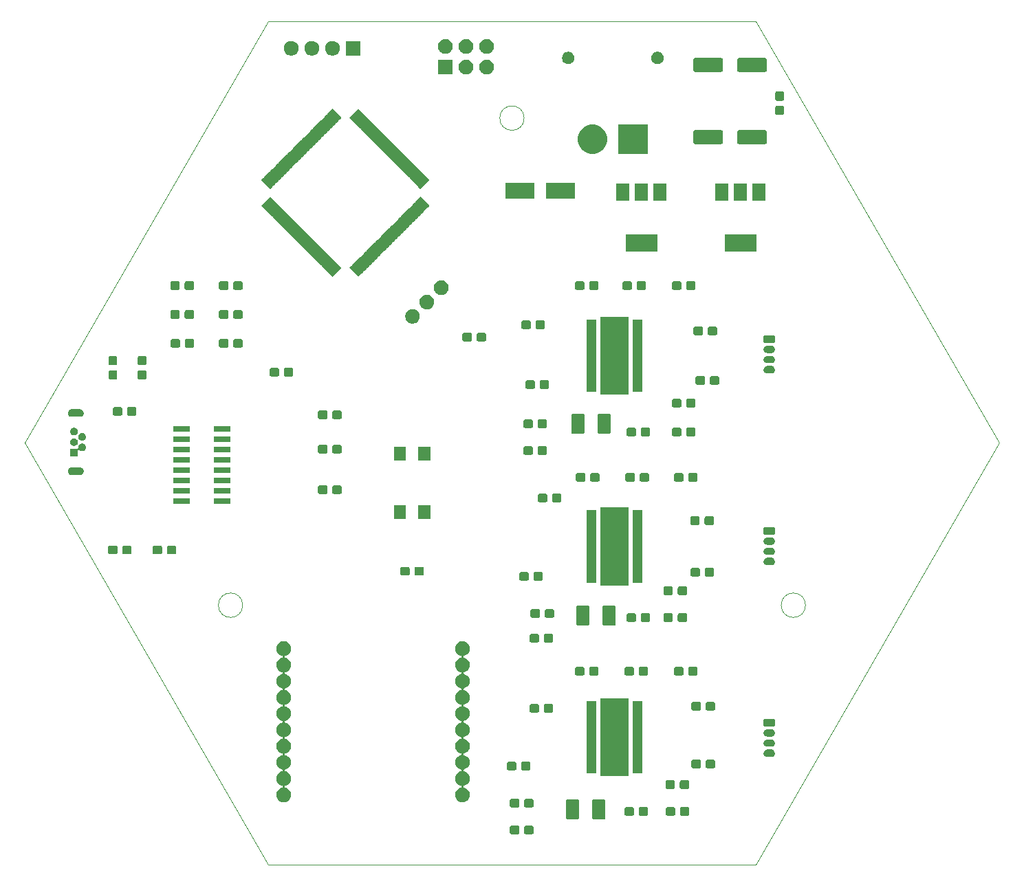
<source format=gbr>
G04 #@! TF.GenerationSoftware,KiCad,Pcbnew,(5.1.5)-3*
G04 #@! TF.CreationDate,2020-04-12T16:42:19+08:00*
G04 #@! TF.ProjectId,Misaka,4d697361-6b61-42e6-9b69-6361645f7063,rev?*
G04 #@! TF.SameCoordinates,Original*
G04 #@! TF.FileFunction,Soldermask,Top*
G04 #@! TF.FilePolarity,Negative*
%FSLAX46Y46*%
G04 Gerber Fmt 4.6, Leading zero omitted, Abs format (unit mm)*
G04 Created by KiCad (PCBNEW (5.1.5)-3) date 2020-04-12 16:42:19*
%MOMM*%
%LPD*%
G04 APERTURE LIST*
%ADD10C,0.050000*%
%ADD11C,0.100000*%
G04 APERTURE END LIST*
D10*
X45000000Y-23038475D02*
X105000000Y-23038475D01*
X14999999Y-74999999D02*
X45000000Y-23038475D01*
X44999999Y-126961524D02*
X14999999Y-74999999D01*
X104999999Y-126961524D02*
X44999999Y-126961524D01*
X135000000Y-75000000D02*
X104999999Y-126961524D01*
X105000000Y-23038475D02*
X135000000Y-75000000D01*
X111141016Y-95000000D02*
G75*
G03X111141016Y-95000000I-1500000J0D01*
G01*
X41858983Y-95000000D02*
G75*
G03X41858983Y-95000000I-1500000J0D01*
G01*
X76500000Y-35000000D02*
G75*
G03X76500000Y-35000000I-1500000J0D01*
G01*
D11*
G36*
X77489499Y-122160445D02*
G01*
X77526995Y-122171820D01*
X77561554Y-122190292D01*
X77591847Y-122215153D01*
X77616708Y-122245446D01*
X77635180Y-122280005D01*
X77646555Y-122317501D01*
X77651000Y-122362638D01*
X77651000Y-123001362D01*
X77646555Y-123046499D01*
X77635180Y-123083995D01*
X77616708Y-123118554D01*
X77591847Y-123148847D01*
X77561554Y-123173708D01*
X77526995Y-123192180D01*
X77489499Y-123203555D01*
X77444362Y-123208000D01*
X76705638Y-123208000D01*
X76660501Y-123203555D01*
X76623005Y-123192180D01*
X76588446Y-123173708D01*
X76558153Y-123148847D01*
X76533292Y-123118554D01*
X76514820Y-123083995D01*
X76503445Y-123046499D01*
X76499000Y-123001362D01*
X76499000Y-122362638D01*
X76503445Y-122317501D01*
X76514820Y-122280005D01*
X76533292Y-122245446D01*
X76558153Y-122215153D01*
X76588446Y-122190292D01*
X76623005Y-122171820D01*
X76660501Y-122160445D01*
X76705638Y-122156000D01*
X77444362Y-122156000D01*
X77489499Y-122160445D01*
G37*
G36*
X75739499Y-122160445D02*
G01*
X75776995Y-122171820D01*
X75811554Y-122190292D01*
X75841847Y-122215153D01*
X75866708Y-122245446D01*
X75885180Y-122280005D01*
X75896555Y-122317501D01*
X75901000Y-122362638D01*
X75901000Y-123001362D01*
X75896555Y-123046499D01*
X75885180Y-123083995D01*
X75866708Y-123118554D01*
X75841847Y-123148847D01*
X75811554Y-123173708D01*
X75776995Y-123192180D01*
X75739499Y-123203555D01*
X75694362Y-123208000D01*
X74955638Y-123208000D01*
X74910501Y-123203555D01*
X74873005Y-123192180D01*
X74838446Y-123173708D01*
X74808153Y-123148847D01*
X74783292Y-123118554D01*
X74764820Y-123083995D01*
X74753445Y-123046499D01*
X74749000Y-123001362D01*
X74749000Y-122362638D01*
X74753445Y-122317501D01*
X74764820Y-122280005D01*
X74783292Y-122245446D01*
X74808153Y-122215153D01*
X74838446Y-122190292D01*
X74873005Y-122171820D01*
X74910501Y-122160445D01*
X74955638Y-122156000D01*
X75694362Y-122156000D01*
X75739499Y-122160445D01*
G37*
G36*
X83102048Y-118920122D02*
G01*
X83136387Y-118930539D01*
X83168036Y-118947456D01*
X83195778Y-118970222D01*
X83218544Y-118997964D01*
X83235461Y-119029613D01*
X83245878Y-119063952D01*
X83250000Y-119105807D01*
X83250000Y-121178193D01*
X83245878Y-121220048D01*
X83235461Y-121254387D01*
X83218544Y-121286036D01*
X83195778Y-121313778D01*
X83168036Y-121336544D01*
X83136387Y-121353461D01*
X83102048Y-121363878D01*
X83060193Y-121368000D01*
X81837807Y-121368000D01*
X81795952Y-121363878D01*
X81761613Y-121353461D01*
X81729964Y-121336544D01*
X81702222Y-121313778D01*
X81679456Y-121286036D01*
X81662539Y-121254387D01*
X81652122Y-121220048D01*
X81648000Y-121178193D01*
X81648000Y-119105807D01*
X81652122Y-119063952D01*
X81662539Y-119029613D01*
X81679456Y-118997964D01*
X81702222Y-118970222D01*
X81729964Y-118947456D01*
X81761613Y-118930539D01*
X81795952Y-118920122D01*
X81837807Y-118916000D01*
X83060193Y-118916000D01*
X83102048Y-118920122D01*
G37*
G36*
X86352048Y-118920122D02*
G01*
X86386387Y-118930539D01*
X86418036Y-118947456D01*
X86445778Y-118970222D01*
X86468544Y-118997964D01*
X86485461Y-119029613D01*
X86495878Y-119063952D01*
X86500000Y-119105807D01*
X86500000Y-121178193D01*
X86495878Y-121220048D01*
X86485461Y-121254387D01*
X86468544Y-121286036D01*
X86445778Y-121313778D01*
X86418036Y-121336544D01*
X86386387Y-121353461D01*
X86352048Y-121363878D01*
X86310193Y-121368000D01*
X85087807Y-121368000D01*
X85045952Y-121363878D01*
X85011613Y-121353461D01*
X84979964Y-121336544D01*
X84952222Y-121313778D01*
X84929456Y-121286036D01*
X84912539Y-121254387D01*
X84902122Y-121220048D01*
X84898000Y-121178193D01*
X84898000Y-119105807D01*
X84902122Y-119063952D01*
X84912539Y-119029613D01*
X84929456Y-118997964D01*
X84952222Y-118970222D01*
X84979964Y-118947456D01*
X85011613Y-118930539D01*
X85045952Y-118920122D01*
X85087807Y-118916000D01*
X86310193Y-118916000D01*
X86352048Y-118920122D01*
G37*
G36*
X91600499Y-119874445D02*
G01*
X91637995Y-119885820D01*
X91672554Y-119904292D01*
X91702847Y-119929153D01*
X91727708Y-119959446D01*
X91746180Y-119994005D01*
X91757555Y-120031501D01*
X91762000Y-120076638D01*
X91762000Y-120715362D01*
X91757555Y-120760499D01*
X91746180Y-120797995D01*
X91727708Y-120832554D01*
X91702847Y-120862847D01*
X91672554Y-120887708D01*
X91637995Y-120906180D01*
X91600499Y-120917555D01*
X91555362Y-120922000D01*
X90816638Y-120922000D01*
X90771501Y-120917555D01*
X90734005Y-120906180D01*
X90699446Y-120887708D01*
X90669153Y-120862847D01*
X90644292Y-120832554D01*
X90625820Y-120797995D01*
X90614445Y-120760499D01*
X90610000Y-120715362D01*
X90610000Y-120076638D01*
X90614445Y-120031501D01*
X90625820Y-119994005D01*
X90644292Y-119959446D01*
X90669153Y-119929153D01*
X90699446Y-119904292D01*
X90734005Y-119885820D01*
X90771501Y-119874445D01*
X90816638Y-119870000D01*
X91555362Y-119870000D01*
X91600499Y-119874445D01*
G37*
G36*
X89850499Y-119874445D02*
G01*
X89887995Y-119885820D01*
X89922554Y-119904292D01*
X89952847Y-119929153D01*
X89977708Y-119959446D01*
X89996180Y-119994005D01*
X90007555Y-120031501D01*
X90012000Y-120076638D01*
X90012000Y-120715362D01*
X90007555Y-120760499D01*
X89996180Y-120797995D01*
X89977708Y-120832554D01*
X89952847Y-120862847D01*
X89922554Y-120887708D01*
X89887995Y-120906180D01*
X89850499Y-120917555D01*
X89805362Y-120922000D01*
X89066638Y-120922000D01*
X89021501Y-120917555D01*
X88984005Y-120906180D01*
X88949446Y-120887708D01*
X88919153Y-120862847D01*
X88894292Y-120832554D01*
X88875820Y-120797995D01*
X88864445Y-120760499D01*
X88860000Y-120715362D01*
X88860000Y-120076638D01*
X88864445Y-120031501D01*
X88875820Y-119994005D01*
X88894292Y-119959446D01*
X88919153Y-119929153D01*
X88949446Y-119904292D01*
X88984005Y-119885820D01*
X89021501Y-119874445D01*
X89066638Y-119870000D01*
X89805362Y-119870000D01*
X89850499Y-119874445D01*
G37*
G36*
X94930499Y-119874445D02*
G01*
X94967995Y-119885820D01*
X95002554Y-119904292D01*
X95032847Y-119929153D01*
X95057708Y-119959446D01*
X95076180Y-119994005D01*
X95087555Y-120031501D01*
X95092000Y-120076638D01*
X95092000Y-120715362D01*
X95087555Y-120760499D01*
X95076180Y-120797995D01*
X95057708Y-120832554D01*
X95032847Y-120862847D01*
X95002554Y-120887708D01*
X94967995Y-120906180D01*
X94930499Y-120917555D01*
X94885362Y-120922000D01*
X94146638Y-120922000D01*
X94101501Y-120917555D01*
X94064005Y-120906180D01*
X94029446Y-120887708D01*
X93999153Y-120862847D01*
X93974292Y-120832554D01*
X93955820Y-120797995D01*
X93944445Y-120760499D01*
X93940000Y-120715362D01*
X93940000Y-120076638D01*
X93944445Y-120031501D01*
X93955820Y-119994005D01*
X93974292Y-119959446D01*
X93999153Y-119929153D01*
X94029446Y-119904292D01*
X94064005Y-119885820D01*
X94101501Y-119874445D01*
X94146638Y-119870000D01*
X94885362Y-119870000D01*
X94930499Y-119874445D01*
G37*
G36*
X96680499Y-119874445D02*
G01*
X96717995Y-119885820D01*
X96752554Y-119904292D01*
X96782847Y-119929153D01*
X96807708Y-119959446D01*
X96826180Y-119994005D01*
X96837555Y-120031501D01*
X96842000Y-120076638D01*
X96842000Y-120715362D01*
X96837555Y-120760499D01*
X96826180Y-120797995D01*
X96807708Y-120832554D01*
X96782847Y-120862847D01*
X96752554Y-120887708D01*
X96717995Y-120906180D01*
X96680499Y-120917555D01*
X96635362Y-120922000D01*
X95896638Y-120922000D01*
X95851501Y-120917555D01*
X95814005Y-120906180D01*
X95779446Y-120887708D01*
X95749153Y-120862847D01*
X95724292Y-120832554D01*
X95705820Y-120797995D01*
X95694445Y-120760499D01*
X95690000Y-120715362D01*
X95690000Y-120076638D01*
X95694445Y-120031501D01*
X95705820Y-119994005D01*
X95724292Y-119959446D01*
X95749153Y-119929153D01*
X95779446Y-119904292D01*
X95814005Y-119885820D01*
X95851501Y-119874445D01*
X95896638Y-119870000D01*
X96635362Y-119870000D01*
X96680499Y-119874445D01*
G37*
G36*
X75739499Y-118858445D02*
G01*
X75776995Y-118869820D01*
X75811554Y-118888292D01*
X75841847Y-118913153D01*
X75866708Y-118943446D01*
X75885180Y-118978005D01*
X75896555Y-119015501D01*
X75901000Y-119060638D01*
X75901000Y-119699362D01*
X75896555Y-119744499D01*
X75885180Y-119781995D01*
X75866708Y-119816554D01*
X75841847Y-119846847D01*
X75811554Y-119871708D01*
X75776995Y-119890180D01*
X75739499Y-119901555D01*
X75694362Y-119906000D01*
X74955638Y-119906000D01*
X74910501Y-119901555D01*
X74873005Y-119890180D01*
X74838446Y-119871708D01*
X74808153Y-119846847D01*
X74783292Y-119816554D01*
X74764820Y-119781995D01*
X74753445Y-119744499D01*
X74749000Y-119699362D01*
X74749000Y-119060638D01*
X74753445Y-119015501D01*
X74764820Y-118978005D01*
X74783292Y-118943446D01*
X74808153Y-118913153D01*
X74838446Y-118888292D01*
X74873005Y-118869820D01*
X74910501Y-118858445D01*
X74955638Y-118854000D01*
X75694362Y-118854000D01*
X75739499Y-118858445D01*
G37*
G36*
X77489499Y-118858445D02*
G01*
X77526995Y-118869820D01*
X77561554Y-118888292D01*
X77591847Y-118913153D01*
X77616708Y-118943446D01*
X77635180Y-118978005D01*
X77646555Y-119015501D01*
X77651000Y-119060638D01*
X77651000Y-119699362D01*
X77646555Y-119744499D01*
X77635180Y-119781995D01*
X77616708Y-119816554D01*
X77591847Y-119846847D01*
X77561554Y-119871708D01*
X77526995Y-119890180D01*
X77489499Y-119901555D01*
X77444362Y-119906000D01*
X76705638Y-119906000D01*
X76660501Y-119901555D01*
X76623005Y-119890180D01*
X76588446Y-119871708D01*
X76558153Y-119846847D01*
X76533292Y-119816554D01*
X76514820Y-119781995D01*
X76503445Y-119744499D01*
X76499000Y-119699362D01*
X76499000Y-119060638D01*
X76503445Y-119015501D01*
X76514820Y-118978005D01*
X76533292Y-118943446D01*
X76558153Y-118913153D01*
X76588446Y-118888292D01*
X76623005Y-118869820D01*
X76660501Y-118858445D01*
X76705638Y-118854000D01*
X77444362Y-118854000D01*
X77489499Y-118858445D01*
G37*
G36*
X69013512Y-99453927D02*
G01*
X69162812Y-99483624D01*
X69326784Y-99551544D01*
X69474354Y-99650147D01*
X69599853Y-99775646D01*
X69698456Y-99923216D01*
X69766376Y-100087188D01*
X69801000Y-100261259D01*
X69801000Y-100438741D01*
X69766376Y-100612812D01*
X69698456Y-100776784D01*
X69599853Y-100924354D01*
X69474354Y-101049853D01*
X69326784Y-101148456D01*
X69162812Y-101216376D01*
X69107362Y-101227405D01*
X69083922Y-101234516D01*
X69062311Y-101246067D01*
X69043369Y-101261613D01*
X69027824Y-101280555D01*
X69016273Y-101302165D01*
X69009160Y-101325614D01*
X69006758Y-101350000D01*
X69009160Y-101374387D01*
X69016273Y-101397835D01*
X69027824Y-101419446D01*
X69043370Y-101438388D01*
X69062312Y-101453933D01*
X69083922Y-101465484D01*
X69107362Y-101472595D01*
X69162812Y-101483624D01*
X69326784Y-101551544D01*
X69474354Y-101650147D01*
X69599853Y-101775646D01*
X69698456Y-101923216D01*
X69766376Y-102087188D01*
X69801000Y-102261259D01*
X69801000Y-102438741D01*
X69766376Y-102612812D01*
X69698456Y-102776784D01*
X69599853Y-102924354D01*
X69474354Y-103049853D01*
X69326784Y-103148456D01*
X69162812Y-103216376D01*
X69107362Y-103227405D01*
X69083922Y-103234516D01*
X69062311Y-103246067D01*
X69043369Y-103261613D01*
X69027824Y-103280555D01*
X69016273Y-103302165D01*
X69009160Y-103325614D01*
X69006758Y-103350000D01*
X69009160Y-103374387D01*
X69016273Y-103397835D01*
X69027824Y-103419446D01*
X69043370Y-103438388D01*
X69062312Y-103453933D01*
X69083922Y-103465484D01*
X69107362Y-103472595D01*
X69162812Y-103483624D01*
X69326784Y-103551544D01*
X69474354Y-103650147D01*
X69599853Y-103775646D01*
X69698456Y-103923216D01*
X69766376Y-104087188D01*
X69801000Y-104261259D01*
X69801000Y-104438741D01*
X69766376Y-104612812D01*
X69698456Y-104776784D01*
X69599853Y-104924354D01*
X69474354Y-105049853D01*
X69326784Y-105148456D01*
X69162812Y-105216376D01*
X69107362Y-105227405D01*
X69083922Y-105234516D01*
X69062311Y-105246067D01*
X69043369Y-105261613D01*
X69027824Y-105280555D01*
X69016273Y-105302165D01*
X69009160Y-105325614D01*
X69006758Y-105350000D01*
X69009160Y-105374387D01*
X69016273Y-105397835D01*
X69027824Y-105419446D01*
X69043370Y-105438388D01*
X69062312Y-105453933D01*
X69083922Y-105465484D01*
X69107362Y-105472595D01*
X69162812Y-105483624D01*
X69326784Y-105551544D01*
X69474354Y-105650147D01*
X69599853Y-105775646D01*
X69698456Y-105923216D01*
X69766376Y-106087188D01*
X69801000Y-106261259D01*
X69801000Y-106438741D01*
X69766376Y-106612812D01*
X69698456Y-106776784D01*
X69599853Y-106924354D01*
X69474354Y-107049853D01*
X69326784Y-107148456D01*
X69162812Y-107216376D01*
X69107362Y-107227405D01*
X69083922Y-107234516D01*
X69062311Y-107246067D01*
X69043369Y-107261613D01*
X69027824Y-107280555D01*
X69016273Y-107302165D01*
X69009160Y-107325614D01*
X69006758Y-107350000D01*
X69009160Y-107374387D01*
X69016273Y-107397835D01*
X69027824Y-107419446D01*
X69043370Y-107438388D01*
X69062312Y-107453933D01*
X69083922Y-107465484D01*
X69107362Y-107472595D01*
X69162812Y-107483624D01*
X69326784Y-107551544D01*
X69474354Y-107650147D01*
X69599853Y-107775646D01*
X69698456Y-107923216D01*
X69766376Y-108087188D01*
X69801000Y-108261259D01*
X69801000Y-108438741D01*
X69766376Y-108612812D01*
X69698456Y-108776784D01*
X69599853Y-108924354D01*
X69474354Y-109049853D01*
X69326784Y-109148456D01*
X69162812Y-109216376D01*
X69107362Y-109227405D01*
X69083922Y-109234516D01*
X69062311Y-109246067D01*
X69043369Y-109261613D01*
X69027824Y-109280555D01*
X69016273Y-109302165D01*
X69009160Y-109325614D01*
X69006758Y-109350000D01*
X69009160Y-109374387D01*
X69016273Y-109397835D01*
X69027824Y-109419446D01*
X69043370Y-109438388D01*
X69062312Y-109453933D01*
X69083922Y-109465484D01*
X69107362Y-109472595D01*
X69162812Y-109483624D01*
X69326784Y-109551544D01*
X69474354Y-109650147D01*
X69599853Y-109775646D01*
X69698456Y-109923216D01*
X69766376Y-110087188D01*
X69801000Y-110261259D01*
X69801000Y-110438741D01*
X69766376Y-110612812D01*
X69698456Y-110776784D01*
X69599853Y-110924354D01*
X69474354Y-111049853D01*
X69326784Y-111148456D01*
X69162812Y-111216376D01*
X69107362Y-111227405D01*
X69083922Y-111234516D01*
X69062311Y-111246067D01*
X69043369Y-111261613D01*
X69027824Y-111280555D01*
X69016273Y-111302165D01*
X69009160Y-111325614D01*
X69006758Y-111350000D01*
X69009160Y-111374387D01*
X69016273Y-111397835D01*
X69027824Y-111419446D01*
X69043370Y-111438388D01*
X69062312Y-111453933D01*
X69083922Y-111465484D01*
X69107362Y-111472595D01*
X69162812Y-111483624D01*
X69326784Y-111551544D01*
X69474354Y-111650147D01*
X69599853Y-111775646D01*
X69698456Y-111923216D01*
X69766376Y-112087188D01*
X69801000Y-112261259D01*
X69801000Y-112438741D01*
X69766376Y-112612812D01*
X69698456Y-112776784D01*
X69599853Y-112924354D01*
X69474354Y-113049853D01*
X69326784Y-113148456D01*
X69162812Y-113216376D01*
X69107362Y-113227405D01*
X69083922Y-113234516D01*
X69062311Y-113246067D01*
X69043369Y-113261613D01*
X69027824Y-113280555D01*
X69016273Y-113302165D01*
X69009160Y-113325614D01*
X69006758Y-113350000D01*
X69009160Y-113374387D01*
X69016273Y-113397835D01*
X69027824Y-113419446D01*
X69043370Y-113438388D01*
X69062312Y-113453933D01*
X69083922Y-113465484D01*
X69107362Y-113472595D01*
X69162812Y-113483624D01*
X69326784Y-113551544D01*
X69474354Y-113650147D01*
X69599853Y-113775646D01*
X69698456Y-113923216D01*
X69766376Y-114087188D01*
X69801000Y-114261259D01*
X69801000Y-114438741D01*
X69766376Y-114612812D01*
X69698456Y-114776784D01*
X69599853Y-114924354D01*
X69474354Y-115049853D01*
X69326784Y-115148456D01*
X69162812Y-115216376D01*
X69107362Y-115227405D01*
X69083922Y-115234516D01*
X69062311Y-115246067D01*
X69043369Y-115261613D01*
X69027824Y-115280555D01*
X69016273Y-115302165D01*
X69009160Y-115325614D01*
X69006758Y-115350000D01*
X69009160Y-115374387D01*
X69016273Y-115397835D01*
X69027824Y-115419446D01*
X69043370Y-115438388D01*
X69062312Y-115453933D01*
X69083922Y-115465484D01*
X69107362Y-115472595D01*
X69162812Y-115483624D01*
X69326784Y-115551544D01*
X69474354Y-115650147D01*
X69599853Y-115775646D01*
X69698456Y-115923216D01*
X69766376Y-116087188D01*
X69801000Y-116261259D01*
X69801000Y-116438741D01*
X69766376Y-116612812D01*
X69698456Y-116776784D01*
X69599853Y-116924354D01*
X69474354Y-117049853D01*
X69326784Y-117148456D01*
X69162812Y-117216376D01*
X69107362Y-117227405D01*
X69083922Y-117234516D01*
X69062311Y-117246067D01*
X69043369Y-117261613D01*
X69027824Y-117280555D01*
X69016273Y-117302165D01*
X69009160Y-117325614D01*
X69006758Y-117350000D01*
X69009160Y-117374387D01*
X69016273Y-117397835D01*
X69027824Y-117419446D01*
X69043370Y-117438388D01*
X69062312Y-117453933D01*
X69083922Y-117465484D01*
X69107362Y-117472595D01*
X69162812Y-117483624D01*
X69326784Y-117551544D01*
X69474354Y-117650147D01*
X69599853Y-117775646D01*
X69698456Y-117923216D01*
X69766376Y-118087188D01*
X69801000Y-118261259D01*
X69801000Y-118438741D01*
X69766376Y-118612812D01*
X69698456Y-118776784D01*
X69599853Y-118924354D01*
X69474354Y-119049853D01*
X69326784Y-119148456D01*
X69162812Y-119216376D01*
X69013512Y-119246073D01*
X68988742Y-119251000D01*
X68811258Y-119251000D01*
X68786488Y-119246073D01*
X68637188Y-119216376D01*
X68473216Y-119148456D01*
X68325646Y-119049853D01*
X68200147Y-118924354D01*
X68101544Y-118776784D01*
X68033624Y-118612812D01*
X67999000Y-118438741D01*
X67999000Y-118261259D01*
X68033624Y-118087188D01*
X68101544Y-117923216D01*
X68200147Y-117775646D01*
X68325646Y-117650147D01*
X68473216Y-117551544D01*
X68637188Y-117483624D01*
X68692638Y-117472595D01*
X68716078Y-117465484D01*
X68737689Y-117453933D01*
X68756631Y-117438387D01*
X68772176Y-117419445D01*
X68783727Y-117397835D01*
X68790840Y-117374386D01*
X68793242Y-117350000D01*
X68790840Y-117325613D01*
X68783727Y-117302165D01*
X68772176Y-117280554D01*
X68756630Y-117261612D01*
X68737688Y-117246067D01*
X68716078Y-117234516D01*
X68692638Y-117227405D01*
X68637188Y-117216376D01*
X68473216Y-117148456D01*
X68325646Y-117049853D01*
X68200147Y-116924354D01*
X68101544Y-116776784D01*
X68033624Y-116612812D01*
X67999000Y-116438741D01*
X67999000Y-116261259D01*
X68033624Y-116087188D01*
X68101544Y-115923216D01*
X68200147Y-115775646D01*
X68325646Y-115650147D01*
X68473216Y-115551544D01*
X68637188Y-115483624D01*
X68692638Y-115472595D01*
X68716078Y-115465484D01*
X68737689Y-115453933D01*
X68756631Y-115438387D01*
X68772176Y-115419445D01*
X68783727Y-115397835D01*
X68790840Y-115374386D01*
X68793242Y-115350000D01*
X68790840Y-115325613D01*
X68783727Y-115302165D01*
X68772176Y-115280554D01*
X68756630Y-115261612D01*
X68737688Y-115246067D01*
X68716078Y-115234516D01*
X68692638Y-115227405D01*
X68637188Y-115216376D01*
X68473216Y-115148456D01*
X68325646Y-115049853D01*
X68200147Y-114924354D01*
X68101544Y-114776784D01*
X68033624Y-114612812D01*
X67999000Y-114438741D01*
X67999000Y-114261259D01*
X68033624Y-114087188D01*
X68101544Y-113923216D01*
X68200147Y-113775646D01*
X68325646Y-113650147D01*
X68473216Y-113551544D01*
X68637188Y-113483624D01*
X68692638Y-113472595D01*
X68716078Y-113465484D01*
X68737689Y-113453933D01*
X68756631Y-113438387D01*
X68772176Y-113419445D01*
X68783727Y-113397835D01*
X68790840Y-113374386D01*
X68793242Y-113350000D01*
X68790840Y-113325613D01*
X68783727Y-113302165D01*
X68772176Y-113280554D01*
X68756630Y-113261612D01*
X68737688Y-113246067D01*
X68716078Y-113234516D01*
X68692638Y-113227405D01*
X68637188Y-113216376D01*
X68473216Y-113148456D01*
X68325646Y-113049853D01*
X68200147Y-112924354D01*
X68101544Y-112776784D01*
X68033624Y-112612812D01*
X67999000Y-112438741D01*
X67999000Y-112261259D01*
X68033624Y-112087188D01*
X68101544Y-111923216D01*
X68200147Y-111775646D01*
X68325646Y-111650147D01*
X68473216Y-111551544D01*
X68637188Y-111483624D01*
X68692638Y-111472595D01*
X68716078Y-111465484D01*
X68737689Y-111453933D01*
X68756631Y-111438387D01*
X68772176Y-111419445D01*
X68783727Y-111397835D01*
X68790840Y-111374386D01*
X68793242Y-111350000D01*
X68790840Y-111325613D01*
X68783727Y-111302165D01*
X68772176Y-111280554D01*
X68756630Y-111261612D01*
X68737688Y-111246067D01*
X68716078Y-111234516D01*
X68692638Y-111227405D01*
X68637188Y-111216376D01*
X68473216Y-111148456D01*
X68325646Y-111049853D01*
X68200147Y-110924354D01*
X68101544Y-110776784D01*
X68033624Y-110612812D01*
X67999000Y-110438741D01*
X67999000Y-110261259D01*
X68033624Y-110087188D01*
X68101544Y-109923216D01*
X68200147Y-109775646D01*
X68325646Y-109650147D01*
X68473216Y-109551544D01*
X68637188Y-109483624D01*
X68692638Y-109472595D01*
X68716078Y-109465484D01*
X68737689Y-109453933D01*
X68756631Y-109438387D01*
X68772176Y-109419445D01*
X68783727Y-109397835D01*
X68790840Y-109374386D01*
X68793242Y-109350000D01*
X68790840Y-109325613D01*
X68783727Y-109302165D01*
X68772176Y-109280554D01*
X68756630Y-109261612D01*
X68737688Y-109246067D01*
X68716078Y-109234516D01*
X68692638Y-109227405D01*
X68637188Y-109216376D01*
X68473216Y-109148456D01*
X68325646Y-109049853D01*
X68200147Y-108924354D01*
X68101544Y-108776784D01*
X68033624Y-108612812D01*
X67999000Y-108438741D01*
X67999000Y-108261259D01*
X68033624Y-108087188D01*
X68101544Y-107923216D01*
X68200147Y-107775646D01*
X68325646Y-107650147D01*
X68473216Y-107551544D01*
X68637188Y-107483624D01*
X68692638Y-107472595D01*
X68716078Y-107465484D01*
X68737689Y-107453933D01*
X68756631Y-107438387D01*
X68772176Y-107419445D01*
X68783727Y-107397835D01*
X68790840Y-107374386D01*
X68793242Y-107350000D01*
X68790840Y-107325613D01*
X68783727Y-107302165D01*
X68772176Y-107280554D01*
X68756630Y-107261612D01*
X68737688Y-107246067D01*
X68716078Y-107234516D01*
X68692638Y-107227405D01*
X68637188Y-107216376D01*
X68473216Y-107148456D01*
X68325646Y-107049853D01*
X68200147Y-106924354D01*
X68101544Y-106776784D01*
X68033624Y-106612812D01*
X67999000Y-106438741D01*
X67999000Y-106261259D01*
X68033624Y-106087188D01*
X68101544Y-105923216D01*
X68200147Y-105775646D01*
X68325646Y-105650147D01*
X68473216Y-105551544D01*
X68637188Y-105483624D01*
X68692638Y-105472595D01*
X68716078Y-105465484D01*
X68737689Y-105453933D01*
X68756631Y-105438387D01*
X68772176Y-105419445D01*
X68783727Y-105397835D01*
X68790840Y-105374386D01*
X68793242Y-105350000D01*
X68790840Y-105325613D01*
X68783727Y-105302165D01*
X68772176Y-105280554D01*
X68756630Y-105261612D01*
X68737688Y-105246067D01*
X68716078Y-105234516D01*
X68692638Y-105227405D01*
X68637188Y-105216376D01*
X68473216Y-105148456D01*
X68325646Y-105049853D01*
X68200147Y-104924354D01*
X68101544Y-104776784D01*
X68033624Y-104612812D01*
X67999000Y-104438741D01*
X67999000Y-104261259D01*
X68033624Y-104087188D01*
X68101544Y-103923216D01*
X68200147Y-103775646D01*
X68325646Y-103650147D01*
X68473216Y-103551544D01*
X68637188Y-103483624D01*
X68692638Y-103472595D01*
X68716078Y-103465484D01*
X68737689Y-103453933D01*
X68756631Y-103438387D01*
X68772176Y-103419445D01*
X68783727Y-103397835D01*
X68790840Y-103374386D01*
X68793242Y-103350000D01*
X68790840Y-103325613D01*
X68783727Y-103302165D01*
X68772176Y-103280554D01*
X68756630Y-103261612D01*
X68737688Y-103246067D01*
X68716078Y-103234516D01*
X68692638Y-103227405D01*
X68637188Y-103216376D01*
X68473216Y-103148456D01*
X68325646Y-103049853D01*
X68200147Y-102924354D01*
X68101544Y-102776784D01*
X68033624Y-102612812D01*
X67999000Y-102438741D01*
X67999000Y-102261259D01*
X68033624Y-102087188D01*
X68101544Y-101923216D01*
X68200147Y-101775646D01*
X68325646Y-101650147D01*
X68473216Y-101551544D01*
X68637188Y-101483624D01*
X68692638Y-101472595D01*
X68716078Y-101465484D01*
X68737689Y-101453933D01*
X68756631Y-101438387D01*
X68772176Y-101419445D01*
X68783727Y-101397835D01*
X68790840Y-101374386D01*
X68793242Y-101350000D01*
X68790840Y-101325613D01*
X68783727Y-101302165D01*
X68772176Y-101280554D01*
X68756630Y-101261612D01*
X68737688Y-101246067D01*
X68716078Y-101234516D01*
X68692638Y-101227405D01*
X68637188Y-101216376D01*
X68473216Y-101148456D01*
X68325646Y-101049853D01*
X68200147Y-100924354D01*
X68101544Y-100776784D01*
X68033624Y-100612812D01*
X67999000Y-100438741D01*
X67999000Y-100261259D01*
X68033624Y-100087188D01*
X68101544Y-99923216D01*
X68200147Y-99775646D01*
X68325646Y-99650147D01*
X68473216Y-99551544D01*
X68637188Y-99483624D01*
X68786488Y-99453927D01*
X68811258Y-99449000D01*
X68988742Y-99449000D01*
X69013512Y-99453927D01*
G37*
G36*
X47013512Y-99453927D02*
G01*
X47162812Y-99483624D01*
X47326784Y-99551544D01*
X47474354Y-99650147D01*
X47599853Y-99775646D01*
X47698456Y-99923216D01*
X47766376Y-100087188D01*
X47801000Y-100261259D01*
X47801000Y-100438741D01*
X47766376Y-100612812D01*
X47698456Y-100776784D01*
X47599853Y-100924354D01*
X47474354Y-101049853D01*
X47326784Y-101148456D01*
X47162812Y-101216376D01*
X47107362Y-101227405D01*
X47083922Y-101234516D01*
X47062311Y-101246067D01*
X47043369Y-101261613D01*
X47027824Y-101280555D01*
X47016273Y-101302165D01*
X47009160Y-101325614D01*
X47006758Y-101350000D01*
X47009160Y-101374387D01*
X47016273Y-101397835D01*
X47027824Y-101419446D01*
X47043370Y-101438388D01*
X47062312Y-101453933D01*
X47083922Y-101465484D01*
X47107362Y-101472595D01*
X47162812Y-101483624D01*
X47326784Y-101551544D01*
X47474354Y-101650147D01*
X47599853Y-101775646D01*
X47698456Y-101923216D01*
X47766376Y-102087188D01*
X47801000Y-102261259D01*
X47801000Y-102438741D01*
X47766376Y-102612812D01*
X47698456Y-102776784D01*
X47599853Y-102924354D01*
X47474354Y-103049853D01*
X47326784Y-103148456D01*
X47162812Y-103216376D01*
X47107362Y-103227405D01*
X47083922Y-103234516D01*
X47062311Y-103246067D01*
X47043369Y-103261613D01*
X47027824Y-103280555D01*
X47016273Y-103302165D01*
X47009160Y-103325614D01*
X47006758Y-103350000D01*
X47009160Y-103374387D01*
X47016273Y-103397835D01*
X47027824Y-103419446D01*
X47043370Y-103438388D01*
X47062312Y-103453933D01*
X47083922Y-103465484D01*
X47107362Y-103472595D01*
X47162812Y-103483624D01*
X47326784Y-103551544D01*
X47474354Y-103650147D01*
X47599853Y-103775646D01*
X47698456Y-103923216D01*
X47766376Y-104087188D01*
X47801000Y-104261259D01*
X47801000Y-104438741D01*
X47766376Y-104612812D01*
X47698456Y-104776784D01*
X47599853Y-104924354D01*
X47474354Y-105049853D01*
X47326784Y-105148456D01*
X47162812Y-105216376D01*
X47107362Y-105227405D01*
X47083922Y-105234516D01*
X47062311Y-105246067D01*
X47043369Y-105261613D01*
X47027824Y-105280555D01*
X47016273Y-105302165D01*
X47009160Y-105325614D01*
X47006758Y-105350000D01*
X47009160Y-105374387D01*
X47016273Y-105397835D01*
X47027824Y-105419446D01*
X47043370Y-105438388D01*
X47062312Y-105453933D01*
X47083922Y-105465484D01*
X47107362Y-105472595D01*
X47162812Y-105483624D01*
X47326784Y-105551544D01*
X47474354Y-105650147D01*
X47599853Y-105775646D01*
X47698456Y-105923216D01*
X47766376Y-106087188D01*
X47801000Y-106261259D01*
X47801000Y-106438741D01*
X47766376Y-106612812D01*
X47698456Y-106776784D01*
X47599853Y-106924354D01*
X47474354Y-107049853D01*
X47326784Y-107148456D01*
X47162812Y-107216376D01*
X47107362Y-107227405D01*
X47083922Y-107234516D01*
X47062311Y-107246067D01*
X47043369Y-107261613D01*
X47027824Y-107280555D01*
X47016273Y-107302165D01*
X47009160Y-107325614D01*
X47006758Y-107350000D01*
X47009160Y-107374387D01*
X47016273Y-107397835D01*
X47027824Y-107419446D01*
X47043370Y-107438388D01*
X47062312Y-107453933D01*
X47083922Y-107465484D01*
X47107362Y-107472595D01*
X47162812Y-107483624D01*
X47326784Y-107551544D01*
X47474354Y-107650147D01*
X47599853Y-107775646D01*
X47698456Y-107923216D01*
X47766376Y-108087188D01*
X47801000Y-108261259D01*
X47801000Y-108438741D01*
X47766376Y-108612812D01*
X47698456Y-108776784D01*
X47599853Y-108924354D01*
X47474354Y-109049853D01*
X47326784Y-109148456D01*
X47162812Y-109216376D01*
X47107362Y-109227405D01*
X47083922Y-109234516D01*
X47062311Y-109246067D01*
X47043369Y-109261613D01*
X47027824Y-109280555D01*
X47016273Y-109302165D01*
X47009160Y-109325614D01*
X47006758Y-109350000D01*
X47009160Y-109374387D01*
X47016273Y-109397835D01*
X47027824Y-109419446D01*
X47043370Y-109438388D01*
X47062312Y-109453933D01*
X47083922Y-109465484D01*
X47107362Y-109472595D01*
X47162812Y-109483624D01*
X47326784Y-109551544D01*
X47474354Y-109650147D01*
X47599853Y-109775646D01*
X47698456Y-109923216D01*
X47766376Y-110087188D01*
X47801000Y-110261259D01*
X47801000Y-110438741D01*
X47766376Y-110612812D01*
X47698456Y-110776784D01*
X47599853Y-110924354D01*
X47474354Y-111049853D01*
X47326784Y-111148456D01*
X47162812Y-111216376D01*
X47107362Y-111227405D01*
X47083922Y-111234516D01*
X47062311Y-111246067D01*
X47043369Y-111261613D01*
X47027824Y-111280555D01*
X47016273Y-111302165D01*
X47009160Y-111325614D01*
X47006758Y-111350000D01*
X47009160Y-111374387D01*
X47016273Y-111397835D01*
X47027824Y-111419446D01*
X47043370Y-111438388D01*
X47062312Y-111453933D01*
X47083922Y-111465484D01*
X47107362Y-111472595D01*
X47162812Y-111483624D01*
X47326784Y-111551544D01*
X47474354Y-111650147D01*
X47599853Y-111775646D01*
X47698456Y-111923216D01*
X47766376Y-112087188D01*
X47801000Y-112261259D01*
X47801000Y-112438741D01*
X47766376Y-112612812D01*
X47698456Y-112776784D01*
X47599853Y-112924354D01*
X47474354Y-113049853D01*
X47326784Y-113148456D01*
X47162812Y-113216376D01*
X47107362Y-113227405D01*
X47083922Y-113234516D01*
X47062311Y-113246067D01*
X47043369Y-113261613D01*
X47027824Y-113280555D01*
X47016273Y-113302165D01*
X47009160Y-113325614D01*
X47006758Y-113350000D01*
X47009160Y-113374387D01*
X47016273Y-113397835D01*
X47027824Y-113419446D01*
X47043370Y-113438388D01*
X47062312Y-113453933D01*
X47083922Y-113465484D01*
X47107362Y-113472595D01*
X47162812Y-113483624D01*
X47326784Y-113551544D01*
X47474354Y-113650147D01*
X47599853Y-113775646D01*
X47698456Y-113923216D01*
X47766376Y-114087188D01*
X47801000Y-114261259D01*
X47801000Y-114438741D01*
X47766376Y-114612812D01*
X47698456Y-114776784D01*
X47599853Y-114924354D01*
X47474354Y-115049853D01*
X47326784Y-115148456D01*
X47162812Y-115216376D01*
X47107362Y-115227405D01*
X47083922Y-115234516D01*
X47062311Y-115246067D01*
X47043369Y-115261613D01*
X47027824Y-115280555D01*
X47016273Y-115302165D01*
X47009160Y-115325614D01*
X47006758Y-115350000D01*
X47009160Y-115374387D01*
X47016273Y-115397835D01*
X47027824Y-115419446D01*
X47043370Y-115438388D01*
X47062312Y-115453933D01*
X47083922Y-115465484D01*
X47107362Y-115472595D01*
X47162812Y-115483624D01*
X47326784Y-115551544D01*
X47474354Y-115650147D01*
X47599853Y-115775646D01*
X47698456Y-115923216D01*
X47766376Y-116087188D01*
X47801000Y-116261259D01*
X47801000Y-116438741D01*
X47766376Y-116612812D01*
X47698456Y-116776784D01*
X47599853Y-116924354D01*
X47474354Y-117049853D01*
X47326784Y-117148456D01*
X47162812Y-117216376D01*
X47107362Y-117227405D01*
X47083922Y-117234516D01*
X47062311Y-117246067D01*
X47043369Y-117261613D01*
X47027824Y-117280555D01*
X47016273Y-117302165D01*
X47009160Y-117325614D01*
X47006758Y-117350000D01*
X47009160Y-117374387D01*
X47016273Y-117397835D01*
X47027824Y-117419446D01*
X47043370Y-117438388D01*
X47062312Y-117453933D01*
X47083922Y-117465484D01*
X47107362Y-117472595D01*
X47162812Y-117483624D01*
X47326784Y-117551544D01*
X47474354Y-117650147D01*
X47599853Y-117775646D01*
X47698456Y-117923216D01*
X47766376Y-118087188D01*
X47801000Y-118261259D01*
X47801000Y-118438741D01*
X47766376Y-118612812D01*
X47698456Y-118776784D01*
X47599853Y-118924354D01*
X47474354Y-119049853D01*
X47326784Y-119148456D01*
X47162812Y-119216376D01*
X47013512Y-119246073D01*
X46988742Y-119251000D01*
X46811258Y-119251000D01*
X46786488Y-119246073D01*
X46637188Y-119216376D01*
X46473216Y-119148456D01*
X46325646Y-119049853D01*
X46200147Y-118924354D01*
X46101544Y-118776784D01*
X46033624Y-118612812D01*
X45999000Y-118438741D01*
X45999000Y-118261259D01*
X46033624Y-118087188D01*
X46101544Y-117923216D01*
X46200147Y-117775646D01*
X46325646Y-117650147D01*
X46473216Y-117551544D01*
X46637188Y-117483624D01*
X46692638Y-117472595D01*
X46716078Y-117465484D01*
X46737689Y-117453933D01*
X46756631Y-117438387D01*
X46772176Y-117419445D01*
X46783727Y-117397835D01*
X46790840Y-117374386D01*
X46793242Y-117350000D01*
X46790840Y-117325613D01*
X46783727Y-117302165D01*
X46772176Y-117280554D01*
X46756630Y-117261612D01*
X46737688Y-117246067D01*
X46716078Y-117234516D01*
X46692638Y-117227405D01*
X46637188Y-117216376D01*
X46473216Y-117148456D01*
X46325646Y-117049853D01*
X46200147Y-116924354D01*
X46101544Y-116776784D01*
X46033624Y-116612812D01*
X45999000Y-116438741D01*
X45999000Y-116261259D01*
X46033624Y-116087188D01*
X46101544Y-115923216D01*
X46200147Y-115775646D01*
X46325646Y-115650147D01*
X46473216Y-115551544D01*
X46637188Y-115483624D01*
X46692638Y-115472595D01*
X46716078Y-115465484D01*
X46737689Y-115453933D01*
X46756631Y-115438387D01*
X46772176Y-115419445D01*
X46783727Y-115397835D01*
X46790840Y-115374386D01*
X46793242Y-115350000D01*
X46790840Y-115325613D01*
X46783727Y-115302165D01*
X46772176Y-115280554D01*
X46756630Y-115261612D01*
X46737688Y-115246067D01*
X46716078Y-115234516D01*
X46692638Y-115227405D01*
X46637188Y-115216376D01*
X46473216Y-115148456D01*
X46325646Y-115049853D01*
X46200147Y-114924354D01*
X46101544Y-114776784D01*
X46033624Y-114612812D01*
X45999000Y-114438741D01*
X45999000Y-114261259D01*
X46033624Y-114087188D01*
X46101544Y-113923216D01*
X46200147Y-113775646D01*
X46325646Y-113650147D01*
X46473216Y-113551544D01*
X46637188Y-113483624D01*
X46692638Y-113472595D01*
X46716078Y-113465484D01*
X46737689Y-113453933D01*
X46756631Y-113438387D01*
X46772176Y-113419445D01*
X46783727Y-113397835D01*
X46790840Y-113374386D01*
X46793242Y-113350000D01*
X46790840Y-113325613D01*
X46783727Y-113302165D01*
X46772176Y-113280554D01*
X46756630Y-113261612D01*
X46737688Y-113246067D01*
X46716078Y-113234516D01*
X46692638Y-113227405D01*
X46637188Y-113216376D01*
X46473216Y-113148456D01*
X46325646Y-113049853D01*
X46200147Y-112924354D01*
X46101544Y-112776784D01*
X46033624Y-112612812D01*
X45999000Y-112438741D01*
X45999000Y-112261259D01*
X46033624Y-112087188D01*
X46101544Y-111923216D01*
X46200147Y-111775646D01*
X46325646Y-111650147D01*
X46473216Y-111551544D01*
X46637188Y-111483624D01*
X46692638Y-111472595D01*
X46716078Y-111465484D01*
X46737689Y-111453933D01*
X46756631Y-111438387D01*
X46772176Y-111419445D01*
X46783727Y-111397835D01*
X46790840Y-111374386D01*
X46793242Y-111350000D01*
X46790840Y-111325613D01*
X46783727Y-111302165D01*
X46772176Y-111280554D01*
X46756630Y-111261612D01*
X46737688Y-111246067D01*
X46716078Y-111234516D01*
X46692638Y-111227405D01*
X46637188Y-111216376D01*
X46473216Y-111148456D01*
X46325646Y-111049853D01*
X46200147Y-110924354D01*
X46101544Y-110776784D01*
X46033624Y-110612812D01*
X45999000Y-110438741D01*
X45999000Y-110261259D01*
X46033624Y-110087188D01*
X46101544Y-109923216D01*
X46200147Y-109775646D01*
X46325646Y-109650147D01*
X46473216Y-109551544D01*
X46637188Y-109483624D01*
X46692638Y-109472595D01*
X46716078Y-109465484D01*
X46737689Y-109453933D01*
X46756631Y-109438387D01*
X46772176Y-109419445D01*
X46783727Y-109397835D01*
X46790840Y-109374386D01*
X46793242Y-109350000D01*
X46790840Y-109325613D01*
X46783727Y-109302165D01*
X46772176Y-109280554D01*
X46756630Y-109261612D01*
X46737688Y-109246067D01*
X46716078Y-109234516D01*
X46692638Y-109227405D01*
X46637188Y-109216376D01*
X46473216Y-109148456D01*
X46325646Y-109049853D01*
X46200147Y-108924354D01*
X46101544Y-108776784D01*
X46033624Y-108612812D01*
X45999000Y-108438741D01*
X45999000Y-108261259D01*
X46033624Y-108087188D01*
X46101544Y-107923216D01*
X46200147Y-107775646D01*
X46325646Y-107650147D01*
X46473216Y-107551544D01*
X46637188Y-107483624D01*
X46692638Y-107472595D01*
X46716078Y-107465484D01*
X46737689Y-107453933D01*
X46756631Y-107438387D01*
X46772176Y-107419445D01*
X46783727Y-107397835D01*
X46790840Y-107374386D01*
X46793242Y-107350000D01*
X46790840Y-107325613D01*
X46783727Y-107302165D01*
X46772176Y-107280554D01*
X46756630Y-107261612D01*
X46737688Y-107246067D01*
X46716078Y-107234516D01*
X46692638Y-107227405D01*
X46637188Y-107216376D01*
X46473216Y-107148456D01*
X46325646Y-107049853D01*
X46200147Y-106924354D01*
X46101544Y-106776784D01*
X46033624Y-106612812D01*
X45999000Y-106438741D01*
X45999000Y-106261259D01*
X46033624Y-106087188D01*
X46101544Y-105923216D01*
X46200147Y-105775646D01*
X46325646Y-105650147D01*
X46473216Y-105551544D01*
X46637188Y-105483624D01*
X46692638Y-105472595D01*
X46716078Y-105465484D01*
X46737689Y-105453933D01*
X46756631Y-105438387D01*
X46772176Y-105419445D01*
X46783727Y-105397835D01*
X46790840Y-105374386D01*
X46793242Y-105350000D01*
X46790840Y-105325613D01*
X46783727Y-105302165D01*
X46772176Y-105280554D01*
X46756630Y-105261612D01*
X46737688Y-105246067D01*
X46716078Y-105234516D01*
X46692638Y-105227405D01*
X46637188Y-105216376D01*
X46473216Y-105148456D01*
X46325646Y-105049853D01*
X46200147Y-104924354D01*
X46101544Y-104776784D01*
X46033624Y-104612812D01*
X45999000Y-104438741D01*
X45999000Y-104261259D01*
X46033624Y-104087188D01*
X46101544Y-103923216D01*
X46200147Y-103775646D01*
X46325646Y-103650147D01*
X46473216Y-103551544D01*
X46637188Y-103483624D01*
X46692638Y-103472595D01*
X46716078Y-103465484D01*
X46737689Y-103453933D01*
X46756631Y-103438387D01*
X46772176Y-103419445D01*
X46783727Y-103397835D01*
X46790840Y-103374386D01*
X46793242Y-103350000D01*
X46790840Y-103325613D01*
X46783727Y-103302165D01*
X46772176Y-103280554D01*
X46756630Y-103261612D01*
X46737688Y-103246067D01*
X46716078Y-103234516D01*
X46692638Y-103227405D01*
X46637188Y-103216376D01*
X46473216Y-103148456D01*
X46325646Y-103049853D01*
X46200147Y-102924354D01*
X46101544Y-102776784D01*
X46033624Y-102612812D01*
X45999000Y-102438741D01*
X45999000Y-102261259D01*
X46033624Y-102087188D01*
X46101544Y-101923216D01*
X46200147Y-101775646D01*
X46325646Y-101650147D01*
X46473216Y-101551544D01*
X46637188Y-101483624D01*
X46692638Y-101472595D01*
X46716078Y-101465484D01*
X46737689Y-101453933D01*
X46756631Y-101438387D01*
X46772176Y-101419445D01*
X46783727Y-101397835D01*
X46790840Y-101374386D01*
X46793242Y-101350000D01*
X46790840Y-101325613D01*
X46783727Y-101302165D01*
X46772176Y-101280554D01*
X46756630Y-101261612D01*
X46737688Y-101246067D01*
X46716078Y-101234516D01*
X46692638Y-101227405D01*
X46637188Y-101216376D01*
X46473216Y-101148456D01*
X46325646Y-101049853D01*
X46200147Y-100924354D01*
X46101544Y-100776784D01*
X46033624Y-100612812D01*
X45999000Y-100438741D01*
X45999000Y-100261259D01*
X46033624Y-100087188D01*
X46101544Y-99923216D01*
X46200147Y-99775646D01*
X46325646Y-99650147D01*
X46473216Y-99551544D01*
X46637188Y-99483624D01*
X46786488Y-99453927D01*
X46811258Y-99449000D01*
X46988742Y-99449000D01*
X47013512Y-99453927D01*
G37*
G36*
X94902499Y-116572445D02*
G01*
X94939995Y-116583820D01*
X94974554Y-116602292D01*
X95004847Y-116627153D01*
X95029708Y-116657446D01*
X95048180Y-116692005D01*
X95059555Y-116729501D01*
X95064000Y-116774638D01*
X95064000Y-117413362D01*
X95059555Y-117458499D01*
X95048180Y-117495995D01*
X95029708Y-117530554D01*
X95004847Y-117560847D01*
X94974554Y-117585708D01*
X94939995Y-117604180D01*
X94902499Y-117615555D01*
X94857362Y-117620000D01*
X94118638Y-117620000D01*
X94073501Y-117615555D01*
X94036005Y-117604180D01*
X94001446Y-117585708D01*
X93971153Y-117560847D01*
X93946292Y-117530554D01*
X93927820Y-117495995D01*
X93916445Y-117458499D01*
X93912000Y-117413362D01*
X93912000Y-116774638D01*
X93916445Y-116729501D01*
X93927820Y-116692005D01*
X93946292Y-116657446D01*
X93971153Y-116627153D01*
X94001446Y-116602292D01*
X94036005Y-116583820D01*
X94073501Y-116572445D01*
X94118638Y-116568000D01*
X94857362Y-116568000D01*
X94902499Y-116572445D01*
G37*
G36*
X96652499Y-116572445D02*
G01*
X96689995Y-116583820D01*
X96724554Y-116602292D01*
X96754847Y-116627153D01*
X96779708Y-116657446D01*
X96798180Y-116692005D01*
X96809555Y-116729501D01*
X96814000Y-116774638D01*
X96814000Y-117413362D01*
X96809555Y-117458499D01*
X96798180Y-117495995D01*
X96779708Y-117530554D01*
X96754847Y-117560847D01*
X96724554Y-117585708D01*
X96689995Y-117604180D01*
X96652499Y-117615555D01*
X96607362Y-117620000D01*
X95868638Y-117620000D01*
X95823501Y-117615555D01*
X95786005Y-117604180D01*
X95751446Y-117585708D01*
X95721153Y-117560847D01*
X95696292Y-117530554D01*
X95677820Y-117495995D01*
X95666445Y-117458499D01*
X95662000Y-117413362D01*
X95662000Y-116774638D01*
X95666445Y-116729501D01*
X95677820Y-116692005D01*
X95696292Y-116657446D01*
X95721153Y-116627153D01*
X95751446Y-116602292D01*
X95786005Y-116583820D01*
X95823501Y-116572445D01*
X95868638Y-116568000D01*
X96607362Y-116568000D01*
X96652499Y-116572445D01*
G37*
G36*
X89381000Y-116053000D02*
G01*
X85879000Y-116053000D01*
X85879000Y-106451000D01*
X89381000Y-106451000D01*
X89381000Y-116053000D01*
G37*
G36*
X91081000Y-115728000D02*
G01*
X89879000Y-115728000D01*
X89879000Y-106776000D01*
X91081000Y-106776000D01*
X91081000Y-115728000D01*
G37*
G36*
X85381000Y-115728000D02*
G01*
X84179000Y-115728000D01*
X84179000Y-106776000D01*
X85381000Y-106776000D01*
X85381000Y-115728000D01*
G37*
G36*
X77122499Y-114286445D02*
G01*
X77159995Y-114297820D01*
X77194554Y-114316292D01*
X77224847Y-114341153D01*
X77249708Y-114371446D01*
X77268180Y-114406005D01*
X77279555Y-114443501D01*
X77284000Y-114488638D01*
X77284000Y-115127362D01*
X77279555Y-115172499D01*
X77268180Y-115209995D01*
X77249708Y-115244554D01*
X77224847Y-115274847D01*
X77194554Y-115299708D01*
X77159995Y-115318180D01*
X77122499Y-115329555D01*
X77077362Y-115334000D01*
X76338638Y-115334000D01*
X76293501Y-115329555D01*
X76256005Y-115318180D01*
X76221446Y-115299708D01*
X76191153Y-115274847D01*
X76166292Y-115244554D01*
X76147820Y-115209995D01*
X76136445Y-115172499D01*
X76132000Y-115127362D01*
X76132000Y-114488638D01*
X76136445Y-114443501D01*
X76147820Y-114406005D01*
X76166292Y-114371446D01*
X76191153Y-114341153D01*
X76221446Y-114316292D01*
X76256005Y-114297820D01*
X76293501Y-114286445D01*
X76338638Y-114282000D01*
X77077362Y-114282000D01*
X77122499Y-114286445D01*
G37*
G36*
X75372499Y-114286445D02*
G01*
X75409995Y-114297820D01*
X75444554Y-114316292D01*
X75474847Y-114341153D01*
X75499708Y-114371446D01*
X75518180Y-114406005D01*
X75529555Y-114443501D01*
X75534000Y-114488638D01*
X75534000Y-115127362D01*
X75529555Y-115172499D01*
X75518180Y-115209995D01*
X75499708Y-115244554D01*
X75474847Y-115274847D01*
X75444554Y-115299708D01*
X75409995Y-115318180D01*
X75372499Y-115329555D01*
X75327362Y-115334000D01*
X74588638Y-115334000D01*
X74543501Y-115329555D01*
X74506005Y-115318180D01*
X74471446Y-115299708D01*
X74441153Y-115274847D01*
X74416292Y-115244554D01*
X74397820Y-115209995D01*
X74386445Y-115172499D01*
X74382000Y-115127362D01*
X74382000Y-114488638D01*
X74386445Y-114443501D01*
X74397820Y-114406005D01*
X74416292Y-114371446D01*
X74441153Y-114341153D01*
X74471446Y-114316292D01*
X74506005Y-114297820D01*
X74543501Y-114286445D01*
X74588638Y-114282000D01*
X75327362Y-114282000D01*
X75372499Y-114286445D01*
G37*
G36*
X99841499Y-114032445D02*
G01*
X99878995Y-114043820D01*
X99913554Y-114062292D01*
X99943847Y-114087153D01*
X99968708Y-114117446D01*
X99987180Y-114152005D01*
X99998555Y-114189501D01*
X100003000Y-114234638D01*
X100003000Y-114873362D01*
X99998555Y-114918499D01*
X99987180Y-114955995D01*
X99968708Y-114990554D01*
X99943847Y-115020847D01*
X99913554Y-115045708D01*
X99878995Y-115064180D01*
X99841499Y-115075555D01*
X99796362Y-115080000D01*
X99057638Y-115080000D01*
X99012501Y-115075555D01*
X98975005Y-115064180D01*
X98940446Y-115045708D01*
X98910153Y-115020847D01*
X98885292Y-114990554D01*
X98866820Y-114955995D01*
X98855445Y-114918499D01*
X98851000Y-114873362D01*
X98851000Y-114234638D01*
X98855445Y-114189501D01*
X98866820Y-114152005D01*
X98885292Y-114117446D01*
X98910153Y-114087153D01*
X98940446Y-114062292D01*
X98975005Y-114043820D01*
X99012501Y-114032445D01*
X99057638Y-114028000D01*
X99796362Y-114028000D01*
X99841499Y-114032445D01*
G37*
G36*
X98091499Y-114032445D02*
G01*
X98128995Y-114043820D01*
X98163554Y-114062292D01*
X98193847Y-114087153D01*
X98218708Y-114117446D01*
X98237180Y-114152005D01*
X98248555Y-114189501D01*
X98253000Y-114234638D01*
X98253000Y-114873362D01*
X98248555Y-114918499D01*
X98237180Y-114955995D01*
X98218708Y-114990554D01*
X98193847Y-115020847D01*
X98163554Y-115045708D01*
X98128995Y-115064180D01*
X98091499Y-115075555D01*
X98046362Y-115080000D01*
X97307638Y-115080000D01*
X97262501Y-115075555D01*
X97225005Y-115064180D01*
X97190446Y-115045708D01*
X97160153Y-115020847D01*
X97135292Y-114990554D01*
X97116820Y-114955995D01*
X97105445Y-114918499D01*
X97101000Y-114873362D01*
X97101000Y-114234638D01*
X97105445Y-114189501D01*
X97116820Y-114152005D01*
X97135292Y-114117446D01*
X97160153Y-114087153D01*
X97190446Y-114062292D01*
X97225005Y-114043820D01*
X97262501Y-114032445D01*
X97307638Y-114028000D01*
X98046362Y-114028000D01*
X98091499Y-114032445D01*
G37*
G36*
X107018410Y-112779525D02*
G01*
X107103426Y-112805314D01*
X107181775Y-112847193D01*
X107250449Y-112903551D01*
X107306807Y-112972225D01*
X107348686Y-113050574D01*
X107374475Y-113135590D01*
X107383182Y-113224000D01*
X107374475Y-113312410D01*
X107348686Y-113397426D01*
X107306807Y-113475775D01*
X107250449Y-113544449D01*
X107181775Y-113600807D01*
X107103426Y-113642686D01*
X107018410Y-113668475D01*
X106952158Y-113675000D01*
X106407842Y-113675000D01*
X106341590Y-113668475D01*
X106256574Y-113642686D01*
X106178225Y-113600807D01*
X106109551Y-113544449D01*
X106053193Y-113475775D01*
X106011314Y-113397426D01*
X105985525Y-113312410D01*
X105976818Y-113224000D01*
X105985525Y-113135590D01*
X106011314Y-113050574D01*
X106053193Y-112972225D01*
X106109551Y-112903551D01*
X106178225Y-112847193D01*
X106256574Y-112805314D01*
X106341590Y-112779525D01*
X106407842Y-112773000D01*
X106952158Y-112773000D01*
X107018410Y-112779525D01*
G37*
G36*
X107018410Y-111529525D02*
G01*
X107103426Y-111555314D01*
X107181775Y-111597193D01*
X107250449Y-111653551D01*
X107306807Y-111722225D01*
X107348686Y-111800574D01*
X107374475Y-111885590D01*
X107383182Y-111974000D01*
X107374475Y-112062410D01*
X107348686Y-112147426D01*
X107306807Y-112225775D01*
X107250449Y-112294449D01*
X107181775Y-112350807D01*
X107103426Y-112392686D01*
X107018410Y-112418475D01*
X106952158Y-112425000D01*
X106407842Y-112425000D01*
X106341590Y-112418475D01*
X106256574Y-112392686D01*
X106178225Y-112350807D01*
X106109551Y-112294449D01*
X106053193Y-112225775D01*
X106011314Y-112147426D01*
X105985525Y-112062410D01*
X105976818Y-111974000D01*
X105985525Y-111885590D01*
X106011314Y-111800574D01*
X106053193Y-111722225D01*
X106109551Y-111653551D01*
X106178225Y-111597193D01*
X106256574Y-111555314D01*
X106341590Y-111529525D01*
X106407842Y-111523000D01*
X106952158Y-111523000D01*
X107018410Y-111529525D01*
G37*
G36*
X107018410Y-110279525D02*
G01*
X107103426Y-110305314D01*
X107181775Y-110347193D01*
X107250449Y-110403551D01*
X107306807Y-110472225D01*
X107348686Y-110550574D01*
X107374475Y-110635590D01*
X107383182Y-110724000D01*
X107374475Y-110812410D01*
X107348686Y-110897426D01*
X107306807Y-110975775D01*
X107250449Y-111044449D01*
X107181775Y-111100807D01*
X107103426Y-111142686D01*
X107018410Y-111168475D01*
X106952158Y-111175000D01*
X106407842Y-111175000D01*
X106341590Y-111168475D01*
X106256574Y-111142686D01*
X106178225Y-111100807D01*
X106109551Y-111044449D01*
X106053193Y-110975775D01*
X106011314Y-110897426D01*
X105985525Y-110812410D01*
X105976818Y-110724000D01*
X105985525Y-110635590D01*
X106011314Y-110550574D01*
X106053193Y-110472225D01*
X106109551Y-110403551D01*
X106178225Y-110347193D01*
X106256574Y-110305314D01*
X106341590Y-110279525D01*
X106407842Y-110273000D01*
X106952158Y-110273000D01*
X107018410Y-110279525D01*
G37*
G36*
X107249683Y-109026725D02*
G01*
X107280143Y-109035966D01*
X107308223Y-109050974D01*
X107332831Y-109071169D01*
X107353026Y-109095777D01*
X107368034Y-109123857D01*
X107377275Y-109154317D01*
X107381000Y-109192140D01*
X107381000Y-109755860D01*
X107377275Y-109793683D01*
X107368034Y-109824143D01*
X107353026Y-109852223D01*
X107332831Y-109876831D01*
X107308223Y-109897026D01*
X107280143Y-109912034D01*
X107249683Y-109921275D01*
X107211860Y-109925000D01*
X106148140Y-109925000D01*
X106110317Y-109921275D01*
X106079857Y-109912034D01*
X106051777Y-109897026D01*
X106027169Y-109876831D01*
X106006974Y-109852223D01*
X105991966Y-109824143D01*
X105982725Y-109793683D01*
X105979000Y-109755860D01*
X105979000Y-109192140D01*
X105982725Y-109154317D01*
X105991966Y-109123857D01*
X106006974Y-109095777D01*
X106027169Y-109071169D01*
X106051777Y-109050974D01*
X106079857Y-109035966D01*
X106110317Y-109026725D01*
X106148140Y-109023000D01*
X107211860Y-109023000D01*
X107249683Y-109026725D01*
G37*
G36*
X78166499Y-107174445D02*
G01*
X78203995Y-107185820D01*
X78238554Y-107204292D01*
X78268847Y-107229153D01*
X78293708Y-107259446D01*
X78312180Y-107294005D01*
X78323555Y-107331501D01*
X78328000Y-107376638D01*
X78328000Y-108015362D01*
X78323555Y-108060499D01*
X78312180Y-108097995D01*
X78293708Y-108132554D01*
X78268847Y-108162847D01*
X78238554Y-108187708D01*
X78203995Y-108206180D01*
X78166499Y-108217555D01*
X78121362Y-108222000D01*
X77382638Y-108222000D01*
X77337501Y-108217555D01*
X77300005Y-108206180D01*
X77265446Y-108187708D01*
X77235153Y-108162847D01*
X77210292Y-108132554D01*
X77191820Y-108097995D01*
X77180445Y-108060499D01*
X77176000Y-108015362D01*
X77176000Y-107376638D01*
X77180445Y-107331501D01*
X77191820Y-107294005D01*
X77210292Y-107259446D01*
X77235153Y-107229153D01*
X77265446Y-107204292D01*
X77300005Y-107185820D01*
X77337501Y-107174445D01*
X77382638Y-107170000D01*
X78121362Y-107170000D01*
X78166499Y-107174445D01*
G37*
G36*
X79916499Y-107174445D02*
G01*
X79953995Y-107185820D01*
X79988554Y-107204292D01*
X80018847Y-107229153D01*
X80043708Y-107259446D01*
X80062180Y-107294005D01*
X80073555Y-107331501D01*
X80078000Y-107376638D01*
X80078000Y-108015362D01*
X80073555Y-108060499D01*
X80062180Y-108097995D01*
X80043708Y-108132554D01*
X80018847Y-108162847D01*
X79988554Y-108187708D01*
X79953995Y-108206180D01*
X79916499Y-108217555D01*
X79871362Y-108222000D01*
X79132638Y-108222000D01*
X79087501Y-108217555D01*
X79050005Y-108206180D01*
X79015446Y-108187708D01*
X78985153Y-108162847D01*
X78960292Y-108132554D01*
X78941820Y-108097995D01*
X78930445Y-108060499D01*
X78926000Y-108015362D01*
X78926000Y-107376638D01*
X78930445Y-107331501D01*
X78941820Y-107294005D01*
X78960292Y-107259446D01*
X78985153Y-107229153D01*
X79015446Y-107204292D01*
X79050005Y-107185820D01*
X79087501Y-107174445D01*
X79132638Y-107170000D01*
X79871362Y-107170000D01*
X79916499Y-107174445D01*
G37*
G36*
X99841499Y-106920445D02*
G01*
X99878995Y-106931820D01*
X99913554Y-106950292D01*
X99943847Y-106975153D01*
X99968708Y-107005446D01*
X99987180Y-107040005D01*
X99998555Y-107077501D01*
X100003000Y-107122638D01*
X100003000Y-107761362D01*
X99998555Y-107806499D01*
X99987180Y-107843995D01*
X99968708Y-107878554D01*
X99943847Y-107908847D01*
X99913554Y-107933708D01*
X99878995Y-107952180D01*
X99841499Y-107963555D01*
X99796362Y-107968000D01*
X99057638Y-107968000D01*
X99012501Y-107963555D01*
X98975005Y-107952180D01*
X98940446Y-107933708D01*
X98910153Y-107908847D01*
X98885292Y-107878554D01*
X98866820Y-107843995D01*
X98855445Y-107806499D01*
X98851000Y-107761362D01*
X98851000Y-107122638D01*
X98855445Y-107077501D01*
X98866820Y-107040005D01*
X98885292Y-107005446D01*
X98910153Y-106975153D01*
X98940446Y-106950292D01*
X98975005Y-106931820D01*
X99012501Y-106920445D01*
X99057638Y-106916000D01*
X99796362Y-106916000D01*
X99841499Y-106920445D01*
G37*
G36*
X98091499Y-106920445D02*
G01*
X98128995Y-106931820D01*
X98163554Y-106950292D01*
X98193847Y-106975153D01*
X98218708Y-107005446D01*
X98237180Y-107040005D01*
X98248555Y-107077501D01*
X98253000Y-107122638D01*
X98253000Y-107761362D01*
X98248555Y-107806499D01*
X98237180Y-107843995D01*
X98218708Y-107878554D01*
X98193847Y-107908847D01*
X98163554Y-107933708D01*
X98128995Y-107952180D01*
X98091499Y-107963555D01*
X98046362Y-107968000D01*
X97307638Y-107968000D01*
X97262501Y-107963555D01*
X97225005Y-107952180D01*
X97190446Y-107933708D01*
X97160153Y-107908847D01*
X97135292Y-107878554D01*
X97116820Y-107843995D01*
X97105445Y-107806499D01*
X97101000Y-107761362D01*
X97101000Y-107122638D01*
X97105445Y-107077501D01*
X97116820Y-107040005D01*
X97135292Y-107005446D01*
X97160153Y-106975153D01*
X97190446Y-106950292D01*
X97225005Y-106931820D01*
X97262501Y-106920445D01*
X97307638Y-106916000D01*
X98046362Y-106916000D01*
X98091499Y-106920445D01*
G37*
G36*
X89850499Y-102602445D02*
G01*
X89887995Y-102613820D01*
X89922554Y-102632292D01*
X89952847Y-102657153D01*
X89977708Y-102687446D01*
X89996180Y-102722005D01*
X90007555Y-102759501D01*
X90012000Y-102804638D01*
X90012000Y-103443362D01*
X90007555Y-103488499D01*
X89996180Y-103525995D01*
X89977708Y-103560554D01*
X89952847Y-103590847D01*
X89922554Y-103615708D01*
X89887995Y-103634180D01*
X89850499Y-103645555D01*
X89805362Y-103650000D01*
X89066638Y-103650000D01*
X89021501Y-103645555D01*
X88984005Y-103634180D01*
X88949446Y-103615708D01*
X88919153Y-103590847D01*
X88894292Y-103560554D01*
X88875820Y-103525995D01*
X88864445Y-103488499D01*
X88860000Y-103443362D01*
X88860000Y-102804638D01*
X88864445Y-102759501D01*
X88875820Y-102722005D01*
X88894292Y-102687446D01*
X88919153Y-102657153D01*
X88949446Y-102632292D01*
X88984005Y-102613820D01*
X89021501Y-102602445D01*
X89066638Y-102598000D01*
X89805362Y-102598000D01*
X89850499Y-102602445D01*
G37*
G36*
X91600499Y-102602445D02*
G01*
X91637995Y-102613820D01*
X91672554Y-102632292D01*
X91702847Y-102657153D01*
X91727708Y-102687446D01*
X91746180Y-102722005D01*
X91757555Y-102759501D01*
X91762000Y-102804638D01*
X91762000Y-103443362D01*
X91757555Y-103488499D01*
X91746180Y-103525995D01*
X91727708Y-103560554D01*
X91702847Y-103590847D01*
X91672554Y-103615708D01*
X91637995Y-103634180D01*
X91600499Y-103645555D01*
X91555362Y-103650000D01*
X90816638Y-103650000D01*
X90771501Y-103645555D01*
X90734005Y-103634180D01*
X90699446Y-103615708D01*
X90669153Y-103590847D01*
X90644292Y-103560554D01*
X90625820Y-103525995D01*
X90614445Y-103488499D01*
X90610000Y-103443362D01*
X90610000Y-102804638D01*
X90614445Y-102759501D01*
X90625820Y-102722005D01*
X90644292Y-102687446D01*
X90669153Y-102657153D01*
X90699446Y-102632292D01*
X90734005Y-102613820D01*
X90771501Y-102602445D01*
X90816638Y-102598000D01*
X91555362Y-102598000D01*
X91600499Y-102602445D01*
G37*
G36*
X95946499Y-102602445D02*
G01*
X95983995Y-102613820D01*
X96018554Y-102632292D01*
X96048847Y-102657153D01*
X96073708Y-102687446D01*
X96092180Y-102722005D01*
X96103555Y-102759501D01*
X96108000Y-102804638D01*
X96108000Y-103443362D01*
X96103555Y-103488499D01*
X96092180Y-103525995D01*
X96073708Y-103560554D01*
X96048847Y-103590847D01*
X96018554Y-103615708D01*
X95983995Y-103634180D01*
X95946499Y-103645555D01*
X95901362Y-103650000D01*
X95162638Y-103650000D01*
X95117501Y-103645555D01*
X95080005Y-103634180D01*
X95045446Y-103615708D01*
X95015153Y-103590847D01*
X94990292Y-103560554D01*
X94971820Y-103525995D01*
X94960445Y-103488499D01*
X94956000Y-103443362D01*
X94956000Y-102804638D01*
X94960445Y-102759501D01*
X94971820Y-102722005D01*
X94990292Y-102687446D01*
X95015153Y-102657153D01*
X95045446Y-102632292D01*
X95080005Y-102613820D01*
X95117501Y-102602445D01*
X95162638Y-102598000D01*
X95901362Y-102598000D01*
X95946499Y-102602445D01*
G37*
G36*
X97696499Y-102602445D02*
G01*
X97733995Y-102613820D01*
X97768554Y-102632292D01*
X97798847Y-102657153D01*
X97823708Y-102687446D01*
X97842180Y-102722005D01*
X97853555Y-102759501D01*
X97858000Y-102804638D01*
X97858000Y-103443362D01*
X97853555Y-103488499D01*
X97842180Y-103525995D01*
X97823708Y-103560554D01*
X97798847Y-103590847D01*
X97768554Y-103615708D01*
X97733995Y-103634180D01*
X97696499Y-103645555D01*
X97651362Y-103650000D01*
X96912638Y-103650000D01*
X96867501Y-103645555D01*
X96830005Y-103634180D01*
X96795446Y-103615708D01*
X96765153Y-103590847D01*
X96740292Y-103560554D01*
X96721820Y-103525995D01*
X96710445Y-103488499D01*
X96706000Y-103443362D01*
X96706000Y-102804638D01*
X96710445Y-102759501D01*
X96721820Y-102722005D01*
X96740292Y-102687446D01*
X96765153Y-102657153D01*
X96795446Y-102632292D01*
X96830005Y-102613820D01*
X96867501Y-102602445D01*
X96912638Y-102598000D01*
X97651362Y-102598000D01*
X97696499Y-102602445D01*
G37*
G36*
X83754499Y-102602445D02*
G01*
X83791995Y-102613820D01*
X83826554Y-102632292D01*
X83856847Y-102657153D01*
X83881708Y-102687446D01*
X83900180Y-102722005D01*
X83911555Y-102759501D01*
X83916000Y-102804638D01*
X83916000Y-103443362D01*
X83911555Y-103488499D01*
X83900180Y-103525995D01*
X83881708Y-103560554D01*
X83856847Y-103590847D01*
X83826554Y-103615708D01*
X83791995Y-103634180D01*
X83754499Y-103645555D01*
X83709362Y-103650000D01*
X82970638Y-103650000D01*
X82925501Y-103645555D01*
X82888005Y-103634180D01*
X82853446Y-103615708D01*
X82823153Y-103590847D01*
X82798292Y-103560554D01*
X82779820Y-103525995D01*
X82768445Y-103488499D01*
X82764000Y-103443362D01*
X82764000Y-102804638D01*
X82768445Y-102759501D01*
X82779820Y-102722005D01*
X82798292Y-102687446D01*
X82823153Y-102657153D01*
X82853446Y-102632292D01*
X82888005Y-102613820D01*
X82925501Y-102602445D01*
X82970638Y-102598000D01*
X83709362Y-102598000D01*
X83754499Y-102602445D01*
G37*
G36*
X85504499Y-102602445D02*
G01*
X85541995Y-102613820D01*
X85576554Y-102632292D01*
X85606847Y-102657153D01*
X85631708Y-102687446D01*
X85650180Y-102722005D01*
X85661555Y-102759501D01*
X85666000Y-102804638D01*
X85666000Y-103443362D01*
X85661555Y-103488499D01*
X85650180Y-103525995D01*
X85631708Y-103560554D01*
X85606847Y-103590847D01*
X85576554Y-103615708D01*
X85541995Y-103634180D01*
X85504499Y-103645555D01*
X85459362Y-103650000D01*
X84720638Y-103650000D01*
X84675501Y-103645555D01*
X84638005Y-103634180D01*
X84603446Y-103615708D01*
X84573153Y-103590847D01*
X84548292Y-103560554D01*
X84529820Y-103525995D01*
X84518445Y-103488499D01*
X84514000Y-103443362D01*
X84514000Y-102804638D01*
X84518445Y-102759501D01*
X84529820Y-102722005D01*
X84548292Y-102687446D01*
X84573153Y-102657153D01*
X84603446Y-102632292D01*
X84638005Y-102613820D01*
X84675501Y-102602445D01*
X84720638Y-102598000D01*
X85459362Y-102598000D01*
X85504499Y-102602445D01*
G37*
G36*
X78166499Y-98538445D02*
G01*
X78203995Y-98549820D01*
X78238554Y-98568292D01*
X78268847Y-98593153D01*
X78293708Y-98623446D01*
X78312180Y-98658005D01*
X78323555Y-98695501D01*
X78328000Y-98740638D01*
X78328000Y-99379362D01*
X78323555Y-99424499D01*
X78312180Y-99461995D01*
X78293708Y-99496554D01*
X78268847Y-99526847D01*
X78238554Y-99551708D01*
X78203995Y-99570180D01*
X78166499Y-99581555D01*
X78121362Y-99586000D01*
X77382638Y-99586000D01*
X77337501Y-99581555D01*
X77300005Y-99570180D01*
X77265446Y-99551708D01*
X77235153Y-99526847D01*
X77210292Y-99496554D01*
X77191820Y-99461995D01*
X77180445Y-99424499D01*
X77176000Y-99379362D01*
X77176000Y-98740638D01*
X77180445Y-98695501D01*
X77191820Y-98658005D01*
X77210292Y-98623446D01*
X77235153Y-98593153D01*
X77265446Y-98568292D01*
X77300005Y-98549820D01*
X77337501Y-98538445D01*
X77382638Y-98534000D01*
X78121362Y-98534000D01*
X78166499Y-98538445D01*
G37*
G36*
X79916499Y-98538445D02*
G01*
X79953995Y-98549820D01*
X79988554Y-98568292D01*
X80018847Y-98593153D01*
X80043708Y-98623446D01*
X80062180Y-98658005D01*
X80073555Y-98695501D01*
X80078000Y-98740638D01*
X80078000Y-99379362D01*
X80073555Y-99424499D01*
X80062180Y-99461995D01*
X80043708Y-99496554D01*
X80018847Y-99526847D01*
X79988554Y-99551708D01*
X79953995Y-99570180D01*
X79916499Y-99581555D01*
X79871362Y-99586000D01*
X79132638Y-99586000D01*
X79087501Y-99581555D01*
X79050005Y-99570180D01*
X79015446Y-99551708D01*
X78985153Y-99526847D01*
X78960292Y-99496554D01*
X78941820Y-99461995D01*
X78930445Y-99424499D01*
X78926000Y-99379362D01*
X78926000Y-98740638D01*
X78930445Y-98695501D01*
X78941820Y-98658005D01*
X78960292Y-98623446D01*
X78985153Y-98593153D01*
X79015446Y-98568292D01*
X79050005Y-98549820D01*
X79087501Y-98538445D01*
X79132638Y-98534000D01*
X79871362Y-98534000D01*
X79916499Y-98538445D01*
G37*
G36*
X84372048Y-95044122D02*
G01*
X84406387Y-95054539D01*
X84438036Y-95071456D01*
X84465778Y-95094222D01*
X84488544Y-95121964D01*
X84505461Y-95153613D01*
X84515878Y-95187952D01*
X84520000Y-95229807D01*
X84520000Y-97302193D01*
X84515878Y-97344048D01*
X84505461Y-97378387D01*
X84488544Y-97410036D01*
X84465778Y-97437778D01*
X84438036Y-97460544D01*
X84406387Y-97477461D01*
X84372048Y-97487878D01*
X84330193Y-97492000D01*
X83107807Y-97492000D01*
X83065952Y-97487878D01*
X83031613Y-97477461D01*
X82999964Y-97460544D01*
X82972222Y-97437778D01*
X82949456Y-97410036D01*
X82932539Y-97378387D01*
X82922122Y-97344048D01*
X82918000Y-97302193D01*
X82918000Y-95229807D01*
X82922122Y-95187952D01*
X82932539Y-95153613D01*
X82949456Y-95121964D01*
X82972222Y-95094222D01*
X82999964Y-95071456D01*
X83031613Y-95054539D01*
X83065952Y-95044122D01*
X83107807Y-95040000D01*
X84330193Y-95040000D01*
X84372048Y-95044122D01*
G37*
G36*
X87622048Y-95044122D02*
G01*
X87656387Y-95054539D01*
X87688036Y-95071456D01*
X87715778Y-95094222D01*
X87738544Y-95121964D01*
X87755461Y-95153613D01*
X87765878Y-95187952D01*
X87770000Y-95229807D01*
X87770000Y-97302193D01*
X87765878Y-97344048D01*
X87755461Y-97378387D01*
X87738544Y-97410036D01*
X87715778Y-97437778D01*
X87688036Y-97460544D01*
X87656387Y-97477461D01*
X87622048Y-97487878D01*
X87580193Y-97492000D01*
X86357807Y-97492000D01*
X86315952Y-97487878D01*
X86281613Y-97477461D01*
X86249964Y-97460544D01*
X86222222Y-97437778D01*
X86199456Y-97410036D01*
X86182539Y-97378387D01*
X86172122Y-97344048D01*
X86168000Y-97302193D01*
X86168000Y-95229807D01*
X86172122Y-95187952D01*
X86182539Y-95153613D01*
X86199456Y-95121964D01*
X86222222Y-95094222D01*
X86249964Y-95071456D01*
X86281613Y-95054539D01*
X86315952Y-95044122D01*
X86357807Y-95040000D01*
X87580193Y-95040000D01*
X87622048Y-95044122D01*
G37*
G36*
X94648499Y-95998445D02*
G01*
X94685995Y-96009820D01*
X94720554Y-96028292D01*
X94750847Y-96053153D01*
X94775708Y-96083446D01*
X94794180Y-96118005D01*
X94805555Y-96155501D01*
X94810000Y-96200638D01*
X94810000Y-96839362D01*
X94805555Y-96884499D01*
X94794180Y-96921995D01*
X94775708Y-96956554D01*
X94750847Y-96986847D01*
X94720554Y-97011708D01*
X94685995Y-97030180D01*
X94648499Y-97041555D01*
X94603362Y-97046000D01*
X93864638Y-97046000D01*
X93819501Y-97041555D01*
X93782005Y-97030180D01*
X93747446Y-97011708D01*
X93717153Y-96986847D01*
X93692292Y-96956554D01*
X93673820Y-96921995D01*
X93662445Y-96884499D01*
X93658000Y-96839362D01*
X93658000Y-96200638D01*
X93662445Y-96155501D01*
X93673820Y-96118005D01*
X93692292Y-96083446D01*
X93717153Y-96053153D01*
X93747446Y-96028292D01*
X93782005Y-96009820D01*
X93819501Y-95998445D01*
X93864638Y-95994000D01*
X94603362Y-95994000D01*
X94648499Y-95998445D01*
G37*
G36*
X90104499Y-95998445D02*
G01*
X90141995Y-96009820D01*
X90176554Y-96028292D01*
X90206847Y-96053153D01*
X90231708Y-96083446D01*
X90250180Y-96118005D01*
X90261555Y-96155501D01*
X90266000Y-96200638D01*
X90266000Y-96839362D01*
X90261555Y-96884499D01*
X90250180Y-96921995D01*
X90231708Y-96956554D01*
X90206847Y-96986847D01*
X90176554Y-97011708D01*
X90141995Y-97030180D01*
X90104499Y-97041555D01*
X90059362Y-97046000D01*
X89320638Y-97046000D01*
X89275501Y-97041555D01*
X89238005Y-97030180D01*
X89203446Y-97011708D01*
X89173153Y-96986847D01*
X89148292Y-96956554D01*
X89129820Y-96921995D01*
X89118445Y-96884499D01*
X89114000Y-96839362D01*
X89114000Y-96200638D01*
X89118445Y-96155501D01*
X89129820Y-96118005D01*
X89148292Y-96083446D01*
X89173153Y-96053153D01*
X89203446Y-96028292D01*
X89238005Y-96009820D01*
X89275501Y-95998445D01*
X89320638Y-95994000D01*
X90059362Y-95994000D01*
X90104499Y-95998445D01*
G37*
G36*
X96398499Y-95998445D02*
G01*
X96435995Y-96009820D01*
X96470554Y-96028292D01*
X96500847Y-96053153D01*
X96525708Y-96083446D01*
X96544180Y-96118005D01*
X96555555Y-96155501D01*
X96560000Y-96200638D01*
X96560000Y-96839362D01*
X96555555Y-96884499D01*
X96544180Y-96921995D01*
X96525708Y-96956554D01*
X96500847Y-96986847D01*
X96470554Y-97011708D01*
X96435995Y-97030180D01*
X96398499Y-97041555D01*
X96353362Y-97046000D01*
X95614638Y-97046000D01*
X95569501Y-97041555D01*
X95532005Y-97030180D01*
X95497446Y-97011708D01*
X95467153Y-96986847D01*
X95442292Y-96956554D01*
X95423820Y-96921995D01*
X95412445Y-96884499D01*
X95408000Y-96839362D01*
X95408000Y-96200638D01*
X95412445Y-96155501D01*
X95423820Y-96118005D01*
X95442292Y-96083446D01*
X95467153Y-96053153D01*
X95497446Y-96028292D01*
X95532005Y-96009820D01*
X95569501Y-95998445D01*
X95614638Y-95994000D01*
X96353362Y-95994000D01*
X96398499Y-95998445D01*
G37*
G36*
X91854499Y-95998445D02*
G01*
X91891995Y-96009820D01*
X91926554Y-96028292D01*
X91956847Y-96053153D01*
X91981708Y-96083446D01*
X92000180Y-96118005D01*
X92011555Y-96155501D01*
X92016000Y-96200638D01*
X92016000Y-96839362D01*
X92011555Y-96884499D01*
X92000180Y-96921995D01*
X91981708Y-96956554D01*
X91956847Y-96986847D01*
X91926554Y-97011708D01*
X91891995Y-97030180D01*
X91854499Y-97041555D01*
X91809362Y-97046000D01*
X91070638Y-97046000D01*
X91025501Y-97041555D01*
X90988005Y-97030180D01*
X90953446Y-97011708D01*
X90923153Y-96986847D01*
X90898292Y-96956554D01*
X90879820Y-96921995D01*
X90868445Y-96884499D01*
X90864000Y-96839362D01*
X90864000Y-96200638D01*
X90868445Y-96155501D01*
X90879820Y-96118005D01*
X90898292Y-96083446D01*
X90923153Y-96053153D01*
X90953446Y-96028292D01*
X90988005Y-96009820D01*
X91025501Y-95998445D01*
X91070638Y-95994000D01*
X91809362Y-95994000D01*
X91854499Y-95998445D01*
G37*
G36*
X78279499Y-95490445D02*
G01*
X78316995Y-95501820D01*
X78351554Y-95520292D01*
X78381847Y-95545153D01*
X78406708Y-95575446D01*
X78425180Y-95610005D01*
X78436555Y-95647501D01*
X78441000Y-95692638D01*
X78441000Y-96331362D01*
X78436555Y-96376499D01*
X78425180Y-96413995D01*
X78406708Y-96448554D01*
X78381847Y-96478847D01*
X78351554Y-96503708D01*
X78316995Y-96522180D01*
X78279499Y-96533555D01*
X78234362Y-96538000D01*
X77495638Y-96538000D01*
X77450501Y-96533555D01*
X77413005Y-96522180D01*
X77378446Y-96503708D01*
X77348153Y-96478847D01*
X77323292Y-96448554D01*
X77304820Y-96413995D01*
X77293445Y-96376499D01*
X77289000Y-96331362D01*
X77289000Y-95692638D01*
X77293445Y-95647501D01*
X77304820Y-95610005D01*
X77323292Y-95575446D01*
X77348153Y-95545153D01*
X77378446Y-95520292D01*
X77413005Y-95501820D01*
X77450501Y-95490445D01*
X77495638Y-95486000D01*
X78234362Y-95486000D01*
X78279499Y-95490445D01*
G37*
G36*
X80029499Y-95490445D02*
G01*
X80066995Y-95501820D01*
X80101554Y-95520292D01*
X80131847Y-95545153D01*
X80156708Y-95575446D01*
X80175180Y-95610005D01*
X80186555Y-95647501D01*
X80191000Y-95692638D01*
X80191000Y-96331362D01*
X80186555Y-96376499D01*
X80175180Y-96413995D01*
X80156708Y-96448554D01*
X80131847Y-96478847D01*
X80101554Y-96503708D01*
X80066995Y-96522180D01*
X80029499Y-96533555D01*
X79984362Y-96538000D01*
X79245638Y-96538000D01*
X79200501Y-96533555D01*
X79163005Y-96522180D01*
X79128446Y-96503708D01*
X79098153Y-96478847D01*
X79073292Y-96448554D01*
X79054820Y-96413995D01*
X79043445Y-96376499D01*
X79039000Y-96331362D01*
X79039000Y-95692638D01*
X79043445Y-95647501D01*
X79054820Y-95610005D01*
X79073292Y-95575446D01*
X79098153Y-95545153D01*
X79128446Y-95520292D01*
X79163005Y-95501820D01*
X79200501Y-95490445D01*
X79245638Y-95486000D01*
X79984362Y-95486000D01*
X80029499Y-95490445D01*
G37*
G36*
X96398499Y-92696445D02*
G01*
X96435995Y-92707820D01*
X96470554Y-92726292D01*
X96500847Y-92751153D01*
X96525708Y-92781446D01*
X96544180Y-92816005D01*
X96555555Y-92853501D01*
X96560000Y-92898638D01*
X96560000Y-93537362D01*
X96555555Y-93582499D01*
X96544180Y-93619995D01*
X96525708Y-93654554D01*
X96500847Y-93684847D01*
X96470554Y-93709708D01*
X96435995Y-93728180D01*
X96398499Y-93739555D01*
X96353362Y-93744000D01*
X95614638Y-93744000D01*
X95569501Y-93739555D01*
X95532005Y-93728180D01*
X95497446Y-93709708D01*
X95467153Y-93684847D01*
X95442292Y-93654554D01*
X95423820Y-93619995D01*
X95412445Y-93582499D01*
X95408000Y-93537362D01*
X95408000Y-92898638D01*
X95412445Y-92853501D01*
X95423820Y-92816005D01*
X95442292Y-92781446D01*
X95467153Y-92751153D01*
X95497446Y-92726292D01*
X95532005Y-92707820D01*
X95569501Y-92696445D01*
X95614638Y-92692000D01*
X96353362Y-92692000D01*
X96398499Y-92696445D01*
G37*
G36*
X94648499Y-92696445D02*
G01*
X94685995Y-92707820D01*
X94720554Y-92726292D01*
X94750847Y-92751153D01*
X94775708Y-92781446D01*
X94794180Y-92816005D01*
X94805555Y-92853501D01*
X94810000Y-92898638D01*
X94810000Y-93537362D01*
X94805555Y-93582499D01*
X94794180Y-93619995D01*
X94775708Y-93654554D01*
X94750847Y-93684847D01*
X94720554Y-93709708D01*
X94685995Y-93728180D01*
X94648499Y-93739555D01*
X94603362Y-93744000D01*
X93864638Y-93744000D01*
X93819501Y-93739555D01*
X93782005Y-93728180D01*
X93747446Y-93709708D01*
X93717153Y-93684847D01*
X93692292Y-93654554D01*
X93673820Y-93619995D01*
X93662445Y-93582499D01*
X93658000Y-93537362D01*
X93658000Y-92898638D01*
X93662445Y-92853501D01*
X93673820Y-92816005D01*
X93692292Y-92781446D01*
X93717153Y-92751153D01*
X93747446Y-92726292D01*
X93782005Y-92707820D01*
X93819501Y-92696445D01*
X93864638Y-92692000D01*
X94603362Y-92692000D01*
X94648499Y-92696445D01*
G37*
G36*
X89381000Y-92558000D02*
G01*
X85879000Y-92558000D01*
X85879000Y-82956000D01*
X89381000Y-82956000D01*
X89381000Y-92558000D01*
G37*
G36*
X91081000Y-92233000D02*
G01*
X89879000Y-92233000D01*
X89879000Y-83281000D01*
X91081000Y-83281000D01*
X91081000Y-92233000D01*
G37*
G36*
X85381000Y-92233000D02*
G01*
X84179000Y-92233000D01*
X84179000Y-83281000D01*
X85381000Y-83281000D01*
X85381000Y-92233000D01*
G37*
G36*
X78646499Y-90918445D02*
G01*
X78683995Y-90929820D01*
X78718554Y-90948292D01*
X78748847Y-90973153D01*
X78773708Y-91003446D01*
X78792180Y-91038005D01*
X78803555Y-91075501D01*
X78808000Y-91120638D01*
X78808000Y-91759362D01*
X78803555Y-91804499D01*
X78792180Y-91841995D01*
X78773708Y-91876554D01*
X78748847Y-91906847D01*
X78718554Y-91931708D01*
X78683995Y-91950180D01*
X78646499Y-91961555D01*
X78601362Y-91966000D01*
X77862638Y-91966000D01*
X77817501Y-91961555D01*
X77780005Y-91950180D01*
X77745446Y-91931708D01*
X77715153Y-91906847D01*
X77690292Y-91876554D01*
X77671820Y-91841995D01*
X77660445Y-91804499D01*
X77656000Y-91759362D01*
X77656000Y-91120638D01*
X77660445Y-91075501D01*
X77671820Y-91038005D01*
X77690292Y-91003446D01*
X77715153Y-90973153D01*
X77745446Y-90948292D01*
X77780005Y-90929820D01*
X77817501Y-90918445D01*
X77862638Y-90914000D01*
X78601362Y-90914000D01*
X78646499Y-90918445D01*
G37*
G36*
X76896499Y-90918445D02*
G01*
X76933995Y-90929820D01*
X76968554Y-90948292D01*
X76998847Y-90973153D01*
X77023708Y-91003446D01*
X77042180Y-91038005D01*
X77053555Y-91075501D01*
X77058000Y-91120638D01*
X77058000Y-91759362D01*
X77053555Y-91804499D01*
X77042180Y-91841995D01*
X77023708Y-91876554D01*
X76998847Y-91906847D01*
X76968554Y-91931708D01*
X76933995Y-91950180D01*
X76896499Y-91961555D01*
X76851362Y-91966000D01*
X76112638Y-91966000D01*
X76067501Y-91961555D01*
X76030005Y-91950180D01*
X75995446Y-91931708D01*
X75965153Y-91906847D01*
X75940292Y-91876554D01*
X75921820Y-91841995D01*
X75910445Y-91804499D01*
X75906000Y-91759362D01*
X75906000Y-91120638D01*
X75910445Y-91075501D01*
X75921820Y-91038005D01*
X75940292Y-91003446D01*
X75965153Y-90973153D01*
X75995446Y-90948292D01*
X76030005Y-90929820D01*
X76067501Y-90918445D01*
X76112638Y-90914000D01*
X76851362Y-90914000D01*
X76896499Y-90918445D01*
G37*
G36*
X99728499Y-90410445D02*
G01*
X99765995Y-90421820D01*
X99800554Y-90440292D01*
X99830847Y-90465153D01*
X99855708Y-90495446D01*
X99874180Y-90530005D01*
X99885555Y-90567501D01*
X99890000Y-90612638D01*
X99890000Y-91251362D01*
X99885555Y-91296499D01*
X99874180Y-91333995D01*
X99855708Y-91368554D01*
X99830847Y-91398847D01*
X99800554Y-91423708D01*
X99765995Y-91442180D01*
X99728499Y-91453555D01*
X99683362Y-91458000D01*
X98944638Y-91458000D01*
X98899501Y-91453555D01*
X98862005Y-91442180D01*
X98827446Y-91423708D01*
X98797153Y-91398847D01*
X98772292Y-91368554D01*
X98753820Y-91333995D01*
X98742445Y-91296499D01*
X98738000Y-91251362D01*
X98738000Y-90612638D01*
X98742445Y-90567501D01*
X98753820Y-90530005D01*
X98772292Y-90495446D01*
X98797153Y-90465153D01*
X98827446Y-90440292D01*
X98862005Y-90421820D01*
X98899501Y-90410445D01*
X98944638Y-90406000D01*
X99683362Y-90406000D01*
X99728499Y-90410445D01*
G37*
G36*
X97978499Y-90410445D02*
G01*
X98015995Y-90421820D01*
X98050554Y-90440292D01*
X98080847Y-90465153D01*
X98105708Y-90495446D01*
X98124180Y-90530005D01*
X98135555Y-90567501D01*
X98140000Y-90612638D01*
X98140000Y-91251362D01*
X98135555Y-91296499D01*
X98124180Y-91333995D01*
X98105708Y-91368554D01*
X98080847Y-91398847D01*
X98050554Y-91423708D01*
X98015995Y-91442180D01*
X97978499Y-91453555D01*
X97933362Y-91458000D01*
X97194638Y-91458000D01*
X97149501Y-91453555D01*
X97112005Y-91442180D01*
X97077446Y-91423708D01*
X97047153Y-91398847D01*
X97022292Y-91368554D01*
X97003820Y-91333995D01*
X96992445Y-91296499D01*
X96988000Y-91251362D01*
X96988000Y-90612638D01*
X96992445Y-90567501D01*
X97003820Y-90530005D01*
X97022292Y-90495446D01*
X97047153Y-90465153D01*
X97077446Y-90440292D01*
X97112005Y-90421820D01*
X97149501Y-90410445D01*
X97194638Y-90406000D01*
X97933362Y-90406000D01*
X97978499Y-90410445D01*
G37*
G36*
X62239499Y-90278445D02*
G01*
X62276995Y-90289820D01*
X62311554Y-90308292D01*
X62341847Y-90333153D01*
X62366708Y-90363446D01*
X62385180Y-90398005D01*
X62396555Y-90435501D01*
X62401000Y-90480638D01*
X62401000Y-91119362D01*
X62396555Y-91164499D01*
X62385180Y-91201995D01*
X62366708Y-91236554D01*
X62341847Y-91266847D01*
X62311554Y-91291708D01*
X62276995Y-91310180D01*
X62239499Y-91321555D01*
X62194362Y-91326000D01*
X61455638Y-91326000D01*
X61410501Y-91321555D01*
X61373005Y-91310180D01*
X61338446Y-91291708D01*
X61308153Y-91266847D01*
X61283292Y-91236554D01*
X61264820Y-91201995D01*
X61253445Y-91164499D01*
X61249000Y-91119362D01*
X61249000Y-90480638D01*
X61253445Y-90435501D01*
X61264820Y-90398005D01*
X61283292Y-90363446D01*
X61308153Y-90333153D01*
X61338446Y-90308292D01*
X61373005Y-90289820D01*
X61410501Y-90278445D01*
X61455638Y-90274000D01*
X62194362Y-90274000D01*
X62239499Y-90278445D01*
G37*
G36*
X63989499Y-90278445D02*
G01*
X64026995Y-90289820D01*
X64061554Y-90308292D01*
X64091847Y-90333153D01*
X64116708Y-90363446D01*
X64135180Y-90398005D01*
X64146555Y-90435501D01*
X64151000Y-90480638D01*
X64151000Y-91119362D01*
X64146555Y-91164499D01*
X64135180Y-91201995D01*
X64116708Y-91236554D01*
X64091847Y-91266847D01*
X64061554Y-91291708D01*
X64026995Y-91310180D01*
X63989499Y-91321555D01*
X63944362Y-91326000D01*
X63205638Y-91326000D01*
X63160501Y-91321555D01*
X63123005Y-91310180D01*
X63088446Y-91291708D01*
X63058153Y-91266847D01*
X63033292Y-91236554D01*
X63014820Y-91201995D01*
X63003445Y-91164499D01*
X62999000Y-91119362D01*
X62999000Y-90480638D01*
X63003445Y-90435501D01*
X63014820Y-90398005D01*
X63033292Y-90363446D01*
X63058153Y-90333153D01*
X63088446Y-90308292D01*
X63123005Y-90289820D01*
X63160501Y-90278445D01*
X63205638Y-90274000D01*
X63944362Y-90274000D01*
X63989499Y-90278445D01*
G37*
G36*
X107018410Y-89157525D02*
G01*
X107103426Y-89183314D01*
X107181775Y-89225193D01*
X107250449Y-89281551D01*
X107306807Y-89350225D01*
X107348686Y-89428574D01*
X107374475Y-89513590D01*
X107383182Y-89602000D01*
X107374475Y-89690410D01*
X107348686Y-89775426D01*
X107306807Y-89853775D01*
X107250449Y-89922449D01*
X107181775Y-89978807D01*
X107103426Y-90020686D01*
X107018410Y-90046475D01*
X106952158Y-90053000D01*
X106407842Y-90053000D01*
X106341590Y-90046475D01*
X106256574Y-90020686D01*
X106178225Y-89978807D01*
X106109551Y-89922449D01*
X106053193Y-89853775D01*
X106011314Y-89775426D01*
X105985525Y-89690410D01*
X105976818Y-89602000D01*
X105985525Y-89513590D01*
X106011314Y-89428574D01*
X106053193Y-89350225D01*
X106109551Y-89281551D01*
X106178225Y-89225193D01*
X106256574Y-89183314D01*
X106341590Y-89157525D01*
X106407842Y-89151000D01*
X106952158Y-89151000D01*
X107018410Y-89157525D01*
G37*
G36*
X107018410Y-87907525D02*
G01*
X107103426Y-87933314D01*
X107181775Y-87975193D01*
X107250449Y-88031551D01*
X107306807Y-88100225D01*
X107348686Y-88178574D01*
X107374475Y-88263590D01*
X107383182Y-88352000D01*
X107374475Y-88440410D01*
X107348686Y-88525426D01*
X107306807Y-88603775D01*
X107250449Y-88672449D01*
X107181775Y-88728807D01*
X107103426Y-88770686D01*
X107018410Y-88796475D01*
X106952158Y-88803000D01*
X106407842Y-88803000D01*
X106341590Y-88796475D01*
X106256574Y-88770686D01*
X106178225Y-88728807D01*
X106109551Y-88672449D01*
X106053193Y-88603775D01*
X106011314Y-88525426D01*
X105985525Y-88440410D01*
X105976818Y-88352000D01*
X105985525Y-88263590D01*
X106011314Y-88178574D01*
X106053193Y-88100225D01*
X106109551Y-88031551D01*
X106178225Y-87975193D01*
X106256574Y-87933314D01*
X106341590Y-87907525D01*
X106407842Y-87901000D01*
X106952158Y-87901000D01*
X107018410Y-87907525D01*
G37*
G36*
X26264499Y-87678445D02*
G01*
X26301995Y-87689820D01*
X26336554Y-87708292D01*
X26366847Y-87733153D01*
X26391708Y-87763446D01*
X26410180Y-87798005D01*
X26421555Y-87835501D01*
X26426000Y-87880638D01*
X26426000Y-88519362D01*
X26421555Y-88564499D01*
X26410180Y-88601995D01*
X26391708Y-88636554D01*
X26366847Y-88666847D01*
X26336554Y-88691708D01*
X26301995Y-88710180D01*
X26264499Y-88721555D01*
X26219362Y-88726000D01*
X25480638Y-88726000D01*
X25435501Y-88721555D01*
X25398005Y-88710180D01*
X25363446Y-88691708D01*
X25333153Y-88666847D01*
X25308292Y-88636554D01*
X25289820Y-88601995D01*
X25278445Y-88564499D01*
X25274000Y-88519362D01*
X25274000Y-87880638D01*
X25278445Y-87835501D01*
X25289820Y-87798005D01*
X25308292Y-87763446D01*
X25333153Y-87733153D01*
X25363446Y-87708292D01*
X25398005Y-87689820D01*
X25435501Y-87678445D01*
X25480638Y-87674000D01*
X26219362Y-87674000D01*
X26264499Y-87678445D01*
G37*
G36*
X28014499Y-87678445D02*
G01*
X28051995Y-87689820D01*
X28086554Y-87708292D01*
X28116847Y-87733153D01*
X28141708Y-87763446D01*
X28160180Y-87798005D01*
X28171555Y-87835501D01*
X28176000Y-87880638D01*
X28176000Y-88519362D01*
X28171555Y-88564499D01*
X28160180Y-88601995D01*
X28141708Y-88636554D01*
X28116847Y-88666847D01*
X28086554Y-88691708D01*
X28051995Y-88710180D01*
X28014499Y-88721555D01*
X27969362Y-88726000D01*
X27230638Y-88726000D01*
X27185501Y-88721555D01*
X27148005Y-88710180D01*
X27113446Y-88691708D01*
X27083153Y-88666847D01*
X27058292Y-88636554D01*
X27039820Y-88601995D01*
X27028445Y-88564499D01*
X27024000Y-88519362D01*
X27024000Y-87880638D01*
X27028445Y-87835501D01*
X27039820Y-87798005D01*
X27058292Y-87763446D01*
X27083153Y-87733153D01*
X27113446Y-87708292D01*
X27148005Y-87689820D01*
X27185501Y-87678445D01*
X27230638Y-87674000D01*
X27969362Y-87674000D01*
X28014499Y-87678445D01*
G37*
G36*
X31764499Y-87678445D02*
G01*
X31801995Y-87689820D01*
X31836554Y-87708292D01*
X31866847Y-87733153D01*
X31891708Y-87763446D01*
X31910180Y-87798005D01*
X31921555Y-87835501D01*
X31926000Y-87880638D01*
X31926000Y-88519362D01*
X31921555Y-88564499D01*
X31910180Y-88601995D01*
X31891708Y-88636554D01*
X31866847Y-88666847D01*
X31836554Y-88691708D01*
X31801995Y-88710180D01*
X31764499Y-88721555D01*
X31719362Y-88726000D01*
X30980638Y-88726000D01*
X30935501Y-88721555D01*
X30898005Y-88710180D01*
X30863446Y-88691708D01*
X30833153Y-88666847D01*
X30808292Y-88636554D01*
X30789820Y-88601995D01*
X30778445Y-88564499D01*
X30774000Y-88519362D01*
X30774000Y-87880638D01*
X30778445Y-87835501D01*
X30789820Y-87798005D01*
X30808292Y-87763446D01*
X30833153Y-87733153D01*
X30863446Y-87708292D01*
X30898005Y-87689820D01*
X30935501Y-87678445D01*
X30980638Y-87674000D01*
X31719362Y-87674000D01*
X31764499Y-87678445D01*
G37*
G36*
X33514499Y-87678445D02*
G01*
X33551995Y-87689820D01*
X33586554Y-87708292D01*
X33616847Y-87733153D01*
X33641708Y-87763446D01*
X33660180Y-87798005D01*
X33671555Y-87835501D01*
X33676000Y-87880638D01*
X33676000Y-88519362D01*
X33671555Y-88564499D01*
X33660180Y-88601995D01*
X33641708Y-88636554D01*
X33616847Y-88666847D01*
X33586554Y-88691708D01*
X33551995Y-88710180D01*
X33514499Y-88721555D01*
X33469362Y-88726000D01*
X32730638Y-88726000D01*
X32685501Y-88721555D01*
X32648005Y-88710180D01*
X32613446Y-88691708D01*
X32583153Y-88666847D01*
X32558292Y-88636554D01*
X32539820Y-88601995D01*
X32528445Y-88564499D01*
X32524000Y-88519362D01*
X32524000Y-87880638D01*
X32528445Y-87835501D01*
X32539820Y-87798005D01*
X32558292Y-87763446D01*
X32583153Y-87733153D01*
X32613446Y-87708292D01*
X32648005Y-87689820D01*
X32685501Y-87678445D01*
X32730638Y-87674000D01*
X33469362Y-87674000D01*
X33514499Y-87678445D01*
G37*
G36*
X107018410Y-86657525D02*
G01*
X107103426Y-86683314D01*
X107181775Y-86725193D01*
X107250449Y-86781551D01*
X107306807Y-86850225D01*
X107348686Y-86928574D01*
X107374475Y-87013590D01*
X107383182Y-87102000D01*
X107374475Y-87190410D01*
X107348686Y-87275426D01*
X107306807Y-87353775D01*
X107250449Y-87422449D01*
X107181775Y-87478807D01*
X107103426Y-87520686D01*
X107018410Y-87546475D01*
X106952158Y-87553000D01*
X106407842Y-87553000D01*
X106341590Y-87546475D01*
X106256574Y-87520686D01*
X106178225Y-87478807D01*
X106109551Y-87422449D01*
X106053193Y-87353775D01*
X106011314Y-87275426D01*
X105985525Y-87190410D01*
X105976818Y-87102000D01*
X105985525Y-87013590D01*
X106011314Y-86928574D01*
X106053193Y-86850225D01*
X106109551Y-86781551D01*
X106178225Y-86725193D01*
X106256574Y-86683314D01*
X106341590Y-86657525D01*
X106407842Y-86651000D01*
X106952158Y-86651000D01*
X107018410Y-86657525D01*
G37*
G36*
X107249683Y-85404725D02*
G01*
X107280143Y-85413966D01*
X107308223Y-85428974D01*
X107332831Y-85449169D01*
X107353026Y-85473777D01*
X107368034Y-85501857D01*
X107377275Y-85532317D01*
X107381000Y-85570140D01*
X107381000Y-86133860D01*
X107377275Y-86171683D01*
X107368034Y-86202143D01*
X107353026Y-86230223D01*
X107332831Y-86254831D01*
X107308223Y-86275026D01*
X107280143Y-86290034D01*
X107249683Y-86299275D01*
X107211860Y-86303000D01*
X106148140Y-86303000D01*
X106110317Y-86299275D01*
X106079857Y-86290034D01*
X106051777Y-86275026D01*
X106027169Y-86254831D01*
X106006974Y-86230223D01*
X105991966Y-86202143D01*
X105982725Y-86171683D01*
X105979000Y-86133860D01*
X105979000Y-85570140D01*
X105982725Y-85532317D01*
X105991966Y-85501857D01*
X106006974Y-85473777D01*
X106027169Y-85449169D01*
X106051777Y-85428974D01*
X106079857Y-85413966D01*
X106110317Y-85404725D01*
X106148140Y-85401000D01*
X107211860Y-85401000D01*
X107249683Y-85404725D01*
G37*
G36*
X97950499Y-84060445D02*
G01*
X97987995Y-84071820D01*
X98022554Y-84090292D01*
X98052847Y-84115153D01*
X98077708Y-84145446D01*
X98096180Y-84180005D01*
X98107555Y-84217501D01*
X98112000Y-84262638D01*
X98112000Y-84901362D01*
X98107555Y-84946499D01*
X98096180Y-84983995D01*
X98077708Y-85018554D01*
X98052847Y-85048847D01*
X98022554Y-85073708D01*
X97987995Y-85092180D01*
X97950499Y-85103555D01*
X97905362Y-85108000D01*
X97166638Y-85108000D01*
X97121501Y-85103555D01*
X97084005Y-85092180D01*
X97049446Y-85073708D01*
X97019153Y-85048847D01*
X96994292Y-85018554D01*
X96975820Y-84983995D01*
X96964445Y-84946499D01*
X96960000Y-84901362D01*
X96960000Y-84262638D01*
X96964445Y-84217501D01*
X96975820Y-84180005D01*
X96994292Y-84145446D01*
X97019153Y-84115153D01*
X97049446Y-84090292D01*
X97084005Y-84071820D01*
X97121501Y-84060445D01*
X97166638Y-84056000D01*
X97905362Y-84056000D01*
X97950499Y-84060445D01*
G37*
G36*
X99700499Y-84060445D02*
G01*
X99737995Y-84071820D01*
X99772554Y-84090292D01*
X99802847Y-84115153D01*
X99827708Y-84145446D01*
X99846180Y-84180005D01*
X99857555Y-84217501D01*
X99862000Y-84262638D01*
X99862000Y-84901362D01*
X99857555Y-84946499D01*
X99846180Y-84983995D01*
X99827708Y-85018554D01*
X99802847Y-85048847D01*
X99772554Y-85073708D01*
X99737995Y-85092180D01*
X99700499Y-85103555D01*
X99655362Y-85108000D01*
X98916638Y-85108000D01*
X98871501Y-85103555D01*
X98834005Y-85092180D01*
X98799446Y-85073708D01*
X98769153Y-85048847D01*
X98744292Y-85018554D01*
X98725820Y-84983995D01*
X98714445Y-84946499D01*
X98710000Y-84901362D01*
X98710000Y-84262638D01*
X98714445Y-84217501D01*
X98725820Y-84180005D01*
X98744292Y-84145446D01*
X98769153Y-84115153D01*
X98799446Y-84090292D01*
X98834005Y-84071820D01*
X98871501Y-84060445D01*
X98916638Y-84056000D01*
X99655362Y-84056000D01*
X99700499Y-84060445D01*
G37*
G36*
X61951000Y-84351000D02*
G01*
X60449000Y-84351000D01*
X60449000Y-82649000D01*
X61951000Y-82649000D01*
X61951000Y-84351000D01*
G37*
G36*
X64951000Y-84351000D02*
G01*
X63449000Y-84351000D01*
X63449000Y-82649000D01*
X64951000Y-82649000D01*
X64951000Y-84351000D01*
G37*
G36*
X35289928Y-81820764D02*
G01*
X35311009Y-81827160D01*
X35330445Y-81837548D01*
X35347476Y-81851524D01*
X35361452Y-81868555D01*
X35371840Y-81887991D01*
X35378236Y-81909072D01*
X35381000Y-81937140D01*
X35381000Y-82400860D01*
X35378236Y-82428928D01*
X35371840Y-82450009D01*
X35361452Y-82469445D01*
X35347476Y-82486476D01*
X35330445Y-82500452D01*
X35311009Y-82510840D01*
X35289928Y-82517236D01*
X35261860Y-82520000D01*
X33448140Y-82520000D01*
X33420072Y-82517236D01*
X33398991Y-82510840D01*
X33379555Y-82500452D01*
X33362524Y-82486476D01*
X33348548Y-82469445D01*
X33338160Y-82450009D01*
X33331764Y-82428928D01*
X33329000Y-82400860D01*
X33329000Y-81937140D01*
X33331764Y-81909072D01*
X33338160Y-81887991D01*
X33348548Y-81868555D01*
X33362524Y-81851524D01*
X33379555Y-81837548D01*
X33398991Y-81827160D01*
X33420072Y-81820764D01*
X33448140Y-81818000D01*
X35261860Y-81818000D01*
X35289928Y-81820764D01*
G37*
G36*
X40239928Y-81820764D02*
G01*
X40261009Y-81827160D01*
X40280445Y-81837548D01*
X40297476Y-81851524D01*
X40311452Y-81868555D01*
X40321840Y-81887991D01*
X40328236Y-81909072D01*
X40331000Y-81937140D01*
X40331000Y-82400860D01*
X40328236Y-82428928D01*
X40321840Y-82450009D01*
X40311452Y-82469445D01*
X40297476Y-82486476D01*
X40280445Y-82500452D01*
X40261009Y-82510840D01*
X40239928Y-82517236D01*
X40211860Y-82520000D01*
X38398140Y-82520000D01*
X38370072Y-82517236D01*
X38348991Y-82510840D01*
X38329555Y-82500452D01*
X38312524Y-82486476D01*
X38298548Y-82469445D01*
X38288160Y-82450009D01*
X38281764Y-82428928D01*
X38279000Y-82400860D01*
X38279000Y-81937140D01*
X38281764Y-81909072D01*
X38288160Y-81887991D01*
X38298548Y-81868555D01*
X38312524Y-81851524D01*
X38329555Y-81837548D01*
X38348991Y-81827160D01*
X38370072Y-81820764D01*
X38398140Y-81818000D01*
X40211860Y-81818000D01*
X40239928Y-81820764D01*
G37*
G36*
X80932499Y-81266445D02*
G01*
X80969995Y-81277820D01*
X81004554Y-81296292D01*
X81034847Y-81321153D01*
X81059708Y-81351446D01*
X81078180Y-81386005D01*
X81089555Y-81423501D01*
X81094000Y-81468638D01*
X81094000Y-82107362D01*
X81089555Y-82152499D01*
X81078180Y-82189995D01*
X81059708Y-82224554D01*
X81034847Y-82254847D01*
X81004554Y-82279708D01*
X80969995Y-82298180D01*
X80932499Y-82309555D01*
X80887362Y-82314000D01*
X80148638Y-82314000D01*
X80103501Y-82309555D01*
X80066005Y-82298180D01*
X80031446Y-82279708D01*
X80001153Y-82254847D01*
X79976292Y-82224554D01*
X79957820Y-82189995D01*
X79946445Y-82152499D01*
X79942000Y-82107362D01*
X79942000Y-81468638D01*
X79946445Y-81423501D01*
X79957820Y-81386005D01*
X79976292Y-81351446D01*
X80001153Y-81321153D01*
X80031446Y-81296292D01*
X80066005Y-81277820D01*
X80103501Y-81266445D01*
X80148638Y-81262000D01*
X80887362Y-81262000D01*
X80932499Y-81266445D01*
G37*
G36*
X79182499Y-81266445D02*
G01*
X79219995Y-81277820D01*
X79254554Y-81296292D01*
X79284847Y-81321153D01*
X79309708Y-81351446D01*
X79328180Y-81386005D01*
X79339555Y-81423501D01*
X79344000Y-81468638D01*
X79344000Y-82107362D01*
X79339555Y-82152499D01*
X79328180Y-82189995D01*
X79309708Y-82224554D01*
X79284847Y-82254847D01*
X79254554Y-82279708D01*
X79219995Y-82298180D01*
X79182499Y-82309555D01*
X79137362Y-82314000D01*
X78398638Y-82314000D01*
X78353501Y-82309555D01*
X78316005Y-82298180D01*
X78281446Y-82279708D01*
X78251153Y-82254847D01*
X78226292Y-82224554D01*
X78207820Y-82189995D01*
X78196445Y-82152499D01*
X78192000Y-82107362D01*
X78192000Y-81468638D01*
X78196445Y-81423501D01*
X78207820Y-81386005D01*
X78226292Y-81351446D01*
X78251153Y-81321153D01*
X78281446Y-81296292D01*
X78316005Y-81277820D01*
X78353501Y-81266445D01*
X78398638Y-81262000D01*
X79137362Y-81262000D01*
X79182499Y-81266445D01*
G37*
G36*
X52117499Y-80250445D02*
G01*
X52154995Y-80261820D01*
X52189554Y-80280292D01*
X52219847Y-80305153D01*
X52244708Y-80335446D01*
X52263180Y-80370005D01*
X52274555Y-80407501D01*
X52279000Y-80452638D01*
X52279000Y-81091362D01*
X52274555Y-81136499D01*
X52263180Y-81173995D01*
X52244708Y-81208554D01*
X52219847Y-81238847D01*
X52189554Y-81263708D01*
X52154995Y-81282180D01*
X52117499Y-81293555D01*
X52072362Y-81298000D01*
X51333638Y-81298000D01*
X51288501Y-81293555D01*
X51251005Y-81282180D01*
X51216446Y-81263708D01*
X51186153Y-81238847D01*
X51161292Y-81208554D01*
X51142820Y-81173995D01*
X51131445Y-81136499D01*
X51127000Y-81091362D01*
X51127000Y-80452638D01*
X51131445Y-80407501D01*
X51142820Y-80370005D01*
X51161292Y-80335446D01*
X51186153Y-80305153D01*
X51216446Y-80280292D01*
X51251005Y-80261820D01*
X51288501Y-80250445D01*
X51333638Y-80246000D01*
X52072362Y-80246000D01*
X52117499Y-80250445D01*
G37*
G36*
X53867499Y-80250445D02*
G01*
X53904995Y-80261820D01*
X53939554Y-80280292D01*
X53969847Y-80305153D01*
X53994708Y-80335446D01*
X54013180Y-80370005D01*
X54024555Y-80407501D01*
X54029000Y-80452638D01*
X54029000Y-81091362D01*
X54024555Y-81136499D01*
X54013180Y-81173995D01*
X53994708Y-81208554D01*
X53969847Y-81238847D01*
X53939554Y-81263708D01*
X53904995Y-81282180D01*
X53867499Y-81293555D01*
X53822362Y-81298000D01*
X53083638Y-81298000D01*
X53038501Y-81293555D01*
X53001005Y-81282180D01*
X52966446Y-81263708D01*
X52936153Y-81238847D01*
X52911292Y-81208554D01*
X52892820Y-81173995D01*
X52881445Y-81136499D01*
X52877000Y-81091362D01*
X52877000Y-80452638D01*
X52881445Y-80407501D01*
X52892820Y-80370005D01*
X52911292Y-80335446D01*
X52936153Y-80305153D01*
X52966446Y-80280292D01*
X53001005Y-80261820D01*
X53038501Y-80250445D01*
X53083638Y-80246000D01*
X53822362Y-80246000D01*
X53867499Y-80250445D01*
G37*
G36*
X35289928Y-80550764D02*
G01*
X35311009Y-80557160D01*
X35330445Y-80567548D01*
X35347476Y-80581524D01*
X35361452Y-80598555D01*
X35371840Y-80617991D01*
X35378236Y-80639072D01*
X35381000Y-80667140D01*
X35381000Y-81130860D01*
X35378236Y-81158928D01*
X35371840Y-81180009D01*
X35361452Y-81199445D01*
X35347476Y-81216476D01*
X35330445Y-81230452D01*
X35311009Y-81240840D01*
X35289928Y-81247236D01*
X35261860Y-81250000D01*
X33448140Y-81250000D01*
X33420072Y-81247236D01*
X33398991Y-81240840D01*
X33379555Y-81230452D01*
X33362524Y-81216476D01*
X33348548Y-81199445D01*
X33338160Y-81180009D01*
X33331764Y-81158928D01*
X33329000Y-81130860D01*
X33329000Y-80667140D01*
X33331764Y-80639072D01*
X33338160Y-80617991D01*
X33348548Y-80598555D01*
X33362524Y-80581524D01*
X33379555Y-80567548D01*
X33398991Y-80557160D01*
X33420072Y-80550764D01*
X33448140Y-80548000D01*
X35261860Y-80548000D01*
X35289928Y-80550764D01*
G37*
G36*
X40239928Y-80550764D02*
G01*
X40261009Y-80557160D01*
X40280445Y-80567548D01*
X40297476Y-80581524D01*
X40311452Y-80598555D01*
X40321840Y-80617991D01*
X40328236Y-80639072D01*
X40331000Y-80667140D01*
X40331000Y-81130860D01*
X40328236Y-81158928D01*
X40321840Y-81180009D01*
X40311452Y-81199445D01*
X40297476Y-81216476D01*
X40280445Y-81230452D01*
X40261009Y-81240840D01*
X40239928Y-81247236D01*
X40211860Y-81250000D01*
X38398140Y-81250000D01*
X38370072Y-81247236D01*
X38348991Y-81240840D01*
X38329555Y-81230452D01*
X38312524Y-81216476D01*
X38298548Y-81199445D01*
X38288160Y-81180009D01*
X38281764Y-81158928D01*
X38279000Y-81130860D01*
X38279000Y-80667140D01*
X38281764Y-80639072D01*
X38288160Y-80617991D01*
X38298548Y-80598555D01*
X38312524Y-80581524D01*
X38329555Y-80567548D01*
X38348991Y-80557160D01*
X38370072Y-80550764D01*
X38398140Y-80548000D01*
X40211860Y-80548000D01*
X40239928Y-80550764D01*
G37*
G36*
X35289928Y-79280764D02*
G01*
X35311009Y-79287160D01*
X35330445Y-79297548D01*
X35347476Y-79311524D01*
X35361452Y-79328555D01*
X35371840Y-79347991D01*
X35378236Y-79369072D01*
X35381000Y-79397140D01*
X35381000Y-79860860D01*
X35378236Y-79888928D01*
X35371840Y-79910009D01*
X35361452Y-79929445D01*
X35347476Y-79946476D01*
X35330445Y-79960452D01*
X35311009Y-79970840D01*
X35289928Y-79977236D01*
X35261860Y-79980000D01*
X33448140Y-79980000D01*
X33420072Y-79977236D01*
X33398991Y-79970840D01*
X33379555Y-79960452D01*
X33362524Y-79946476D01*
X33348548Y-79929445D01*
X33338160Y-79910009D01*
X33331764Y-79888928D01*
X33329000Y-79860860D01*
X33329000Y-79397140D01*
X33331764Y-79369072D01*
X33338160Y-79347991D01*
X33348548Y-79328555D01*
X33362524Y-79311524D01*
X33379555Y-79297548D01*
X33398991Y-79287160D01*
X33420072Y-79280764D01*
X33448140Y-79278000D01*
X35261860Y-79278000D01*
X35289928Y-79280764D01*
G37*
G36*
X40239928Y-79280764D02*
G01*
X40261009Y-79287160D01*
X40280445Y-79297548D01*
X40297476Y-79311524D01*
X40311452Y-79328555D01*
X40321840Y-79347991D01*
X40328236Y-79369072D01*
X40331000Y-79397140D01*
X40331000Y-79860860D01*
X40328236Y-79888928D01*
X40321840Y-79910009D01*
X40311452Y-79929445D01*
X40297476Y-79946476D01*
X40280445Y-79960452D01*
X40261009Y-79970840D01*
X40239928Y-79977236D01*
X40211860Y-79980000D01*
X38398140Y-79980000D01*
X38370072Y-79977236D01*
X38348991Y-79970840D01*
X38329555Y-79960452D01*
X38312524Y-79946476D01*
X38298548Y-79929445D01*
X38288160Y-79910009D01*
X38281764Y-79888928D01*
X38279000Y-79860860D01*
X38279000Y-79397140D01*
X38281764Y-79369072D01*
X38288160Y-79347991D01*
X38298548Y-79328555D01*
X38312524Y-79311524D01*
X38329555Y-79297548D01*
X38348991Y-79287160D01*
X38370072Y-79280764D01*
X38398140Y-79278000D01*
X40211860Y-79278000D01*
X40239928Y-79280764D01*
G37*
G36*
X89963499Y-78726445D02*
G01*
X90000995Y-78737820D01*
X90035554Y-78756292D01*
X90065847Y-78781153D01*
X90090708Y-78811446D01*
X90109180Y-78846005D01*
X90120555Y-78883501D01*
X90125000Y-78928638D01*
X90125000Y-79567362D01*
X90120555Y-79612499D01*
X90109180Y-79649995D01*
X90090708Y-79684554D01*
X90065847Y-79714847D01*
X90035554Y-79739708D01*
X90000995Y-79758180D01*
X89963499Y-79769555D01*
X89918362Y-79774000D01*
X89179638Y-79774000D01*
X89134501Y-79769555D01*
X89097005Y-79758180D01*
X89062446Y-79739708D01*
X89032153Y-79714847D01*
X89007292Y-79684554D01*
X88988820Y-79649995D01*
X88977445Y-79612499D01*
X88973000Y-79567362D01*
X88973000Y-78928638D01*
X88977445Y-78883501D01*
X88988820Y-78846005D01*
X89007292Y-78811446D01*
X89032153Y-78781153D01*
X89062446Y-78756292D01*
X89097005Y-78737820D01*
X89134501Y-78726445D01*
X89179638Y-78722000D01*
X89918362Y-78722000D01*
X89963499Y-78726445D01*
G37*
G36*
X83867499Y-78726445D02*
G01*
X83904995Y-78737820D01*
X83939554Y-78756292D01*
X83969847Y-78781153D01*
X83994708Y-78811446D01*
X84013180Y-78846005D01*
X84024555Y-78883501D01*
X84029000Y-78928638D01*
X84029000Y-79567362D01*
X84024555Y-79612499D01*
X84013180Y-79649995D01*
X83994708Y-79684554D01*
X83969847Y-79714847D01*
X83939554Y-79739708D01*
X83904995Y-79758180D01*
X83867499Y-79769555D01*
X83822362Y-79774000D01*
X83083638Y-79774000D01*
X83038501Y-79769555D01*
X83001005Y-79758180D01*
X82966446Y-79739708D01*
X82936153Y-79714847D01*
X82911292Y-79684554D01*
X82892820Y-79649995D01*
X82881445Y-79612499D01*
X82877000Y-79567362D01*
X82877000Y-78928638D01*
X82881445Y-78883501D01*
X82892820Y-78846005D01*
X82911292Y-78811446D01*
X82936153Y-78781153D01*
X82966446Y-78756292D01*
X83001005Y-78737820D01*
X83038501Y-78726445D01*
X83083638Y-78722000D01*
X83822362Y-78722000D01*
X83867499Y-78726445D01*
G37*
G36*
X95946499Y-78726445D02*
G01*
X95983995Y-78737820D01*
X96018554Y-78756292D01*
X96048847Y-78781153D01*
X96073708Y-78811446D01*
X96092180Y-78846005D01*
X96103555Y-78883501D01*
X96108000Y-78928638D01*
X96108000Y-79567362D01*
X96103555Y-79612499D01*
X96092180Y-79649995D01*
X96073708Y-79684554D01*
X96048847Y-79714847D01*
X96018554Y-79739708D01*
X95983995Y-79758180D01*
X95946499Y-79769555D01*
X95901362Y-79774000D01*
X95162638Y-79774000D01*
X95117501Y-79769555D01*
X95080005Y-79758180D01*
X95045446Y-79739708D01*
X95015153Y-79714847D01*
X94990292Y-79684554D01*
X94971820Y-79649995D01*
X94960445Y-79612499D01*
X94956000Y-79567362D01*
X94956000Y-78928638D01*
X94960445Y-78883501D01*
X94971820Y-78846005D01*
X94990292Y-78811446D01*
X95015153Y-78781153D01*
X95045446Y-78756292D01*
X95080005Y-78737820D01*
X95117501Y-78726445D01*
X95162638Y-78722000D01*
X95901362Y-78722000D01*
X95946499Y-78726445D01*
G37*
G36*
X97696499Y-78726445D02*
G01*
X97733995Y-78737820D01*
X97768554Y-78756292D01*
X97798847Y-78781153D01*
X97823708Y-78811446D01*
X97842180Y-78846005D01*
X97853555Y-78883501D01*
X97858000Y-78928638D01*
X97858000Y-79567362D01*
X97853555Y-79612499D01*
X97842180Y-79649995D01*
X97823708Y-79684554D01*
X97798847Y-79714847D01*
X97768554Y-79739708D01*
X97733995Y-79758180D01*
X97696499Y-79769555D01*
X97651362Y-79774000D01*
X96912638Y-79774000D01*
X96867501Y-79769555D01*
X96830005Y-79758180D01*
X96795446Y-79739708D01*
X96765153Y-79714847D01*
X96740292Y-79684554D01*
X96721820Y-79649995D01*
X96710445Y-79612499D01*
X96706000Y-79567362D01*
X96706000Y-78928638D01*
X96710445Y-78883501D01*
X96721820Y-78846005D01*
X96740292Y-78811446D01*
X96765153Y-78781153D01*
X96795446Y-78756292D01*
X96830005Y-78737820D01*
X96867501Y-78726445D01*
X96912638Y-78722000D01*
X97651362Y-78722000D01*
X97696499Y-78726445D01*
G37*
G36*
X85617499Y-78726445D02*
G01*
X85654995Y-78737820D01*
X85689554Y-78756292D01*
X85719847Y-78781153D01*
X85744708Y-78811446D01*
X85763180Y-78846005D01*
X85774555Y-78883501D01*
X85779000Y-78928638D01*
X85779000Y-79567362D01*
X85774555Y-79612499D01*
X85763180Y-79649995D01*
X85744708Y-79684554D01*
X85719847Y-79714847D01*
X85689554Y-79739708D01*
X85654995Y-79758180D01*
X85617499Y-79769555D01*
X85572362Y-79774000D01*
X84833638Y-79774000D01*
X84788501Y-79769555D01*
X84751005Y-79758180D01*
X84716446Y-79739708D01*
X84686153Y-79714847D01*
X84661292Y-79684554D01*
X84642820Y-79649995D01*
X84631445Y-79612499D01*
X84627000Y-79567362D01*
X84627000Y-78928638D01*
X84631445Y-78883501D01*
X84642820Y-78846005D01*
X84661292Y-78811446D01*
X84686153Y-78781153D01*
X84716446Y-78756292D01*
X84751005Y-78737820D01*
X84788501Y-78726445D01*
X84833638Y-78722000D01*
X85572362Y-78722000D01*
X85617499Y-78726445D01*
G37*
G36*
X91713499Y-78726445D02*
G01*
X91750995Y-78737820D01*
X91785554Y-78756292D01*
X91815847Y-78781153D01*
X91840708Y-78811446D01*
X91859180Y-78846005D01*
X91870555Y-78883501D01*
X91875000Y-78928638D01*
X91875000Y-79567362D01*
X91870555Y-79612499D01*
X91859180Y-79649995D01*
X91840708Y-79684554D01*
X91815847Y-79714847D01*
X91785554Y-79739708D01*
X91750995Y-79758180D01*
X91713499Y-79769555D01*
X91668362Y-79774000D01*
X90929638Y-79774000D01*
X90884501Y-79769555D01*
X90847005Y-79758180D01*
X90812446Y-79739708D01*
X90782153Y-79714847D01*
X90757292Y-79684554D01*
X90738820Y-79649995D01*
X90727445Y-79612499D01*
X90723000Y-79567362D01*
X90723000Y-78928638D01*
X90727445Y-78883501D01*
X90738820Y-78846005D01*
X90757292Y-78811446D01*
X90782153Y-78781153D01*
X90812446Y-78756292D01*
X90847005Y-78737820D01*
X90884501Y-78726445D01*
X90929638Y-78722000D01*
X91668362Y-78722000D01*
X91713499Y-78726445D01*
G37*
G36*
X21895312Y-78005887D02*
G01*
X21985039Y-78033106D01*
X22067731Y-78077306D01*
X22140211Y-78136789D01*
X22199694Y-78209269D01*
X22243894Y-78291961D01*
X22271113Y-78381688D01*
X22280303Y-78475000D01*
X22271113Y-78568312D01*
X22243894Y-78658039D01*
X22199694Y-78740731D01*
X22140211Y-78813211D01*
X22067731Y-78872694D01*
X21985039Y-78916894D01*
X21895312Y-78944113D01*
X21825384Y-78951000D01*
X20778616Y-78951000D01*
X20708688Y-78944113D01*
X20618961Y-78916894D01*
X20536269Y-78872694D01*
X20463789Y-78813211D01*
X20404306Y-78740731D01*
X20360106Y-78658039D01*
X20332887Y-78568312D01*
X20323697Y-78475000D01*
X20332887Y-78381688D01*
X20360106Y-78291961D01*
X20404306Y-78209269D01*
X20463789Y-78136789D01*
X20536269Y-78077306D01*
X20618961Y-78033106D01*
X20708688Y-78005887D01*
X20778616Y-77999000D01*
X21825384Y-77999000D01*
X21895312Y-78005887D01*
G37*
G36*
X40239928Y-78010764D02*
G01*
X40261009Y-78017160D01*
X40280445Y-78027548D01*
X40297476Y-78041524D01*
X40311452Y-78058555D01*
X40321840Y-78077991D01*
X40328236Y-78099072D01*
X40331000Y-78127140D01*
X40331000Y-78590860D01*
X40328236Y-78618928D01*
X40321840Y-78640009D01*
X40311452Y-78659445D01*
X40297476Y-78676476D01*
X40280445Y-78690452D01*
X40261009Y-78700840D01*
X40239928Y-78707236D01*
X40211860Y-78710000D01*
X38398140Y-78710000D01*
X38370072Y-78707236D01*
X38348991Y-78700840D01*
X38329555Y-78690452D01*
X38312524Y-78676476D01*
X38298548Y-78659445D01*
X38288160Y-78640009D01*
X38281764Y-78618928D01*
X38279000Y-78590860D01*
X38279000Y-78127140D01*
X38281764Y-78099072D01*
X38288160Y-78077991D01*
X38298548Y-78058555D01*
X38312524Y-78041524D01*
X38329555Y-78027548D01*
X38348991Y-78017160D01*
X38370072Y-78010764D01*
X38398140Y-78008000D01*
X40211860Y-78008000D01*
X40239928Y-78010764D01*
G37*
G36*
X35289928Y-78010764D02*
G01*
X35311009Y-78017160D01*
X35330445Y-78027548D01*
X35347476Y-78041524D01*
X35361452Y-78058555D01*
X35371840Y-78077991D01*
X35378236Y-78099072D01*
X35381000Y-78127140D01*
X35381000Y-78590860D01*
X35378236Y-78618928D01*
X35371840Y-78640009D01*
X35361452Y-78659445D01*
X35347476Y-78676476D01*
X35330445Y-78690452D01*
X35311009Y-78700840D01*
X35289928Y-78707236D01*
X35261860Y-78710000D01*
X33448140Y-78710000D01*
X33420072Y-78707236D01*
X33398991Y-78700840D01*
X33379555Y-78690452D01*
X33362524Y-78676476D01*
X33348548Y-78659445D01*
X33338160Y-78640009D01*
X33331764Y-78618928D01*
X33329000Y-78590860D01*
X33329000Y-78127140D01*
X33331764Y-78099072D01*
X33338160Y-78077991D01*
X33348548Y-78058555D01*
X33362524Y-78041524D01*
X33379555Y-78027548D01*
X33398991Y-78017160D01*
X33420072Y-78010764D01*
X33448140Y-78008000D01*
X35261860Y-78008000D01*
X35289928Y-78010764D01*
G37*
G36*
X40239928Y-76740764D02*
G01*
X40261009Y-76747160D01*
X40280445Y-76757548D01*
X40297476Y-76771524D01*
X40311452Y-76788555D01*
X40321840Y-76807991D01*
X40328236Y-76829072D01*
X40331000Y-76857140D01*
X40331000Y-77320860D01*
X40328236Y-77348928D01*
X40321840Y-77370009D01*
X40311452Y-77389445D01*
X40297476Y-77406476D01*
X40280445Y-77420452D01*
X40261009Y-77430840D01*
X40239928Y-77437236D01*
X40211860Y-77440000D01*
X38398140Y-77440000D01*
X38370072Y-77437236D01*
X38348991Y-77430840D01*
X38329555Y-77420452D01*
X38312524Y-77406476D01*
X38298548Y-77389445D01*
X38288160Y-77370009D01*
X38281764Y-77348928D01*
X38279000Y-77320860D01*
X38279000Y-76857140D01*
X38281764Y-76829072D01*
X38288160Y-76807991D01*
X38298548Y-76788555D01*
X38312524Y-76771524D01*
X38329555Y-76757548D01*
X38348991Y-76747160D01*
X38370072Y-76740764D01*
X38398140Y-76738000D01*
X40211860Y-76738000D01*
X40239928Y-76740764D01*
G37*
G36*
X35289928Y-76740764D02*
G01*
X35311009Y-76747160D01*
X35330445Y-76757548D01*
X35347476Y-76771524D01*
X35361452Y-76788555D01*
X35371840Y-76807991D01*
X35378236Y-76829072D01*
X35381000Y-76857140D01*
X35381000Y-77320860D01*
X35378236Y-77348928D01*
X35371840Y-77370009D01*
X35361452Y-77389445D01*
X35347476Y-77406476D01*
X35330445Y-77420452D01*
X35311009Y-77430840D01*
X35289928Y-77437236D01*
X35261860Y-77440000D01*
X33448140Y-77440000D01*
X33420072Y-77437236D01*
X33398991Y-77430840D01*
X33379555Y-77420452D01*
X33362524Y-77406476D01*
X33348548Y-77389445D01*
X33338160Y-77370009D01*
X33331764Y-77348928D01*
X33329000Y-77320860D01*
X33329000Y-76857140D01*
X33331764Y-76829072D01*
X33338160Y-76807991D01*
X33348548Y-76788555D01*
X33362524Y-76771524D01*
X33379555Y-76757548D01*
X33398991Y-76747160D01*
X33420072Y-76740764D01*
X33448140Y-76738000D01*
X35261860Y-76738000D01*
X35289928Y-76740764D01*
G37*
G36*
X61951000Y-77151000D02*
G01*
X60449000Y-77151000D01*
X60449000Y-75449000D01*
X61951000Y-75449000D01*
X61951000Y-77151000D01*
G37*
G36*
X64951000Y-77151000D02*
G01*
X63449000Y-77151000D01*
X63449000Y-75449000D01*
X64951000Y-75449000D01*
X64951000Y-77151000D01*
G37*
G36*
X22189054Y-75091067D02*
G01*
X22219386Y-75097100D01*
X22305102Y-75132605D01*
X22382245Y-75184150D01*
X22447850Y-75249755D01*
X22478074Y-75294989D01*
X22499396Y-75326900D01*
X22509795Y-75352005D01*
X22534715Y-75412167D01*
X22534900Y-75412615D01*
X22553000Y-75503609D01*
X22553000Y-75596391D01*
X22545978Y-75631691D01*
X22534900Y-75687386D01*
X22499395Y-75773102D01*
X22447850Y-75850245D01*
X22382245Y-75915850D01*
X22305102Y-75967395D01*
X22219386Y-76002900D01*
X22189054Y-76008933D01*
X22128391Y-76021000D01*
X22035609Y-76021000D01*
X21974946Y-76008933D01*
X21944614Y-76002900D01*
X21858898Y-75967395D01*
X21781755Y-75915850D01*
X21766381Y-75900476D01*
X21747445Y-75884936D01*
X21725834Y-75873385D01*
X21702385Y-75866272D01*
X21677999Y-75863870D01*
X21653613Y-75866272D01*
X21630164Y-75873385D01*
X21608553Y-75884936D01*
X21589611Y-75900481D01*
X21574066Y-75919423D01*
X21562515Y-75941034D01*
X21555402Y-75964483D01*
X21553000Y-75988869D01*
X21553000Y-76671000D01*
X20611000Y-76671000D01*
X20611000Y-75729000D01*
X21486001Y-75729000D01*
X21510387Y-75726598D01*
X21533836Y-75719485D01*
X21555447Y-75707934D01*
X21574389Y-75692389D01*
X21589934Y-75673447D01*
X21601485Y-75651836D01*
X21608598Y-75628387D01*
X21611000Y-75604001D01*
X21611000Y-75503609D01*
X21629100Y-75412615D01*
X21629286Y-75412167D01*
X21654205Y-75352005D01*
X21664604Y-75326900D01*
X21685926Y-75294989D01*
X21716150Y-75249755D01*
X21781755Y-75184150D01*
X21858898Y-75132605D01*
X21944614Y-75097100D01*
X21974946Y-75091067D01*
X22035609Y-75079000D01*
X22128391Y-75079000D01*
X22189054Y-75091067D01*
G37*
G36*
X77404499Y-75424445D02*
G01*
X77441995Y-75435820D01*
X77476554Y-75454292D01*
X77506847Y-75479153D01*
X77531708Y-75509446D01*
X77550180Y-75544005D01*
X77561555Y-75581501D01*
X77566000Y-75626638D01*
X77566000Y-76265362D01*
X77561555Y-76310499D01*
X77550180Y-76347995D01*
X77531708Y-76382554D01*
X77506847Y-76412847D01*
X77476554Y-76437708D01*
X77441995Y-76456180D01*
X77404499Y-76467555D01*
X77359362Y-76472000D01*
X76620638Y-76472000D01*
X76575501Y-76467555D01*
X76538005Y-76456180D01*
X76503446Y-76437708D01*
X76473153Y-76412847D01*
X76448292Y-76382554D01*
X76429820Y-76347995D01*
X76418445Y-76310499D01*
X76414000Y-76265362D01*
X76414000Y-75626638D01*
X76418445Y-75581501D01*
X76429820Y-75544005D01*
X76448292Y-75509446D01*
X76473153Y-75479153D01*
X76503446Y-75454292D01*
X76538005Y-75435820D01*
X76575501Y-75424445D01*
X76620638Y-75420000D01*
X77359362Y-75420000D01*
X77404499Y-75424445D01*
G37*
G36*
X79154499Y-75424445D02*
G01*
X79191995Y-75435820D01*
X79226554Y-75454292D01*
X79256847Y-75479153D01*
X79281708Y-75509446D01*
X79300180Y-75544005D01*
X79311555Y-75581501D01*
X79316000Y-75626638D01*
X79316000Y-76265362D01*
X79311555Y-76310499D01*
X79300180Y-76347995D01*
X79281708Y-76382554D01*
X79256847Y-76412847D01*
X79226554Y-76437708D01*
X79191995Y-76456180D01*
X79154499Y-76467555D01*
X79109362Y-76472000D01*
X78370638Y-76472000D01*
X78325501Y-76467555D01*
X78288005Y-76456180D01*
X78253446Y-76437708D01*
X78223153Y-76412847D01*
X78198292Y-76382554D01*
X78179820Y-76347995D01*
X78168445Y-76310499D01*
X78164000Y-76265362D01*
X78164000Y-75626638D01*
X78168445Y-75581501D01*
X78179820Y-75544005D01*
X78198292Y-75509446D01*
X78223153Y-75479153D01*
X78253446Y-75454292D01*
X78288005Y-75435820D01*
X78325501Y-75424445D01*
X78370638Y-75420000D01*
X79109362Y-75420000D01*
X79154499Y-75424445D01*
G37*
G36*
X52117499Y-75255111D02*
G01*
X52154995Y-75266486D01*
X52189554Y-75284958D01*
X52219847Y-75309819D01*
X52244708Y-75340112D01*
X52263180Y-75374671D01*
X52274555Y-75412167D01*
X52279000Y-75457304D01*
X52279000Y-76096028D01*
X52274555Y-76141165D01*
X52263180Y-76178661D01*
X52244708Y-76213220D01*
X52219847Y-76243513D01*
X52189554Y-76268374D01*
X52154995Y-76286846D01*
X52117499Y-76298221D01*
X52072362Y-76302666D01*
X51333638Y-76302666D01*
X51288501Y-76298221D01*
X51251005Y-76286846D01*
X51216446Y-76268374D01*
X51186153Y-76243513D01*
X51161292Y-76213220D01*
X51142820Y-76178661D01*
X51131445Y-76141165D01*
X51127000Y-76096028D01*
X51127000Y-75457304D01*
X51131445Y-75412167D01*
X51142820Y-75374671D01*
X51161292Y-75340112D01*
X51186153Y-75309819D01*
X51216446Y-75284958D01*
X51251005Y-75266486D01*
X51288501Y-75255111D01*
X51333638Y-75250666D01*
X52072362Y-75250666D01*
X52117499Y-75255111D01*
G37*
G36*
X53867499Y-75255111D02*
G01*
X53904995Y-75266486D01*
X53939554Y-75284958D01*
X53969847Y-75309819D01*
X53994708Y-75340112D01*
X54013180Y-75374671D01*
X54024555Y-75412167D01*
X54029000Y-75457304D01*
X54029000Y-76096028D01*
X54024555Y-76141165D01*
X54013180Y-76178661D01*
X53994708Y-76213220D01*
X53969847Y-76243513D01*
X53939554Y-76268374D01*
X53904995Y-76286846D01*
X53867499Y-76298221D01*
X53822362Y-76302666D01*
X53083638Y-76302666D01*
X53038501Y-76298221D01*
X53001005Y-76286846D01*
X52966446Y-76268374D01*
X52936153Y-76243513D01*
X52911292Y-76213220D01*
X52892820Y-76178661D01*
X52881445Y-76141165D01*
X52877000Y-76096028D01*
X52877000Y-75457304D01*
X52881445Y-75412167D01*
X52892820Y-75374671D01*
X52911292Y-75340112D01*
X52936153Y-75309819D01*
X52966446Y-75284958D01*
X53001005Y-75266486D01*
X53038501Y-75255111D01*
X53083638Y-75250666D01*
X53822362Y-75250666D01*
X53867499Y-75255111D01*
G37*
G36*
X40239928Y-75470764D02*
G01*
X40261009Y-75477160D01*
X40280445Y-75487548D01*
X40297476Y-75501524D01*
X40311452Y-75518555D01*
X40321840Y-75537991D01*
X40328236Y-75559072D01*
X40331000Y-75587140D01*
X40331000Y-76050860D01*
X40328236Y-76078928D01*
X40321840Y-76100009D01*
X40311452Y-76119445D01*
X40297476Y-76136476D01*
X40280445Y-76150452D01*
X40261009Y-76160840D01*
X40239928Y-76167236D01*
X40211860Y-76170000D01*
X38398140Y-76170000D01*
X38370072Y-76167236D01*
X38348991Y-76160840D01*
X38329555Y-76150452D01*
X38312524Y-76136476D01*
X38298548Y-76119445D01*
X38288160Y-76100009D01*
X38281764Y-76078928D01*
X38279000Y-76050860D01*
X38279000Y-75587140D01*
X38281764Y-75559072D01*
X38288160Y-75537991D01*
X38298548Y-75518555D01*
X38312524Y-75501524D01*
X38329555Y-75487548D01*
X38348991Y-75477160D01*
X38370072Y-75470764D01*
X38398140Y-75468000D01*
X40211860Y-75468000D01*
X40239928Y-75470764D01*
G37*
G36*
X35289928Y-75470764D02*
G01*
X35311009Y-75477160D01*
X35330445Y-75487548D01*
X35347476Y-75501524D01*
X35361452Y-75518555D01*
X35371840Y-75537991D01*
X35378236Y-75559072D01*
X35381000Y-75587140D01*
X35381000Y-76050860D01*
X35378236Y-76078928D01*
X35371840Y-76100009D01*
X35361452Y-76119445D01*
X35347476Y-76136476D01*
X35330445Y-76150452D01*
X35311009Y-76160840D01*
X35289928Y-76167236D01*
X35261860Y-76170000D01*
X33448140Y-76170000D01*
X33420072Y-76167236D01*
X33398991Y-76160840D01*
X33379555Y-76150452D01*
X33362524Y-76136476D01*
X33348548Y-76119445D01*
X33338160Y-76100009D01*
X33331764Y-76078928D01*
X33329000Y-76050860D01*
X33329000Y-75587140D01*
X33331764Y-75559072D01*
X33338160Y-75537991D01*
X33348548Y-75518555D01*
X33362524Y-75501524D01*
X33379555Y-75487548D01*
X33398991Y-75477160D01*
X33420072Y-75470764D01*
X33448140Y-75468000D01*
X35261860Y-75468000D01*
X35289928Y-75470764D01*
G37*
G36*
X21189054Y-74441067D02*
G01*
X21219386Y-74447100D01*
X21305102Y-74482605D01*
X21382245Y-74534150D01*
X21447850Y-74599755D01*
X21499395Y-74676898D01*
X21519113Y-74724500D01*
X21534900Y-74762615D01*
X21552172Y-74849445D01*
X21553000Y-74853611D01*
X21553000Y-74946389D01*
X21534900Y-75037386D01*
X21499395Y-75123102D01*
X21447850Y-75200245D01*
X21382245Y-75265850D01*
X21305102Y-75317395D01*
X21219386Y-75352900D01*
X21189054Y-75358933D01*
X21128391Y-75371000D01*
X21035609Y-75371000D01*
X20974946Y-75358933D01*
X20944614Y-75352900D01*
X20858898Y-75317395D01*
X20781755Y-75265850D01*
X20716150Y-75200245D01*
X20664605Y-75123102D01*
X20629100Y-75037386D01*
X20611000Y-74946389D01*
X20611000Y-74853611D01*
X20611829Y-74849445D01*
X20629100Y-74762615D01*
X20644888Y-74724500D01*
X20664605Y-74676898D01*
X20716150Y-74599755D01*
X20781755Y-74534150D01*
X20858898Y-74482605D01*
X20944614Y-74447100D01*
X20974946Y-74441067D01*
X21035609Y-74429000D01*
X21128391Y-74429000D01*
X21189054Y-74441067D01*
G37*
G36*
X40239928Y-74200764D02*
G01*
X40261009Y-74207160D01*
X40280445Y-74217548D01*
X40297476Y-74231524D01*
X40311452Y-74248555D01*
X40321840Y-74267991D01*
X40328236Y-74289072D01*
X40331000Y-74317140D01*
X40331000Y-74780860D01*
X40328236Y-74808928D01*
X40321840Y-74830009D01*
X40311452Y-74849445D01*
X40297476Y-74866476D01*
X40280445Y-74880452D01*
X40261009Y-74890840D01*
X40239928Y-74897236D01*
X40211860Y-74900000D01*
X38398140Y-74900000D01*
X38370072Y-74897236D01*
X38348991Y-74890840D01*
X38329555Y-74880452D01*
X38312524Y-74866476D01*
X38298548Y-74849445D01*
X38288160Y-74830009D01*
X38281764Y-74808928D01*
X38279000Y-74780860D01*
X38279000Y-74317140D01*
X38281764Y-74289072D01*
X38288160Y-74267991D01*
X38298548Y-74248555D01*
X38312524Y-74231524D01*
X38329555Y-74217548D01*
X38348991Y-74207160D01*
X38370072Y-74200764D01*
X38398140Y-74198000D01*
X40211860Y-74198000D01*
X40239928Y-74200764D01*
G37*
G36*
X35289928Y-74200764D02*
G01*
X35311009Y-74207160D01*
X35330445Y-74217548D01*
X35347476Y-74231524D01*
X35361452Y-74248555D01*
X35371840Y-74267991D01*
X35378236Y-74289072D01*
X35381000Y-74317140D01*
X35381000Y-74780860D01*
X35378236Y-74808928D01*
X35371840Y-74830009D01*
X35361452Y-74849445D01*
X35347476Y-74866476D01*
X35330445Y-74880452D01*
X35311009Y-74890840D01*
X35289928Y-74897236D01*
X35261860Y-74900000D01*
X33448140Y-74900000D01*
X33420072Y-74897236D01*
X33398991Y-74890840D01*
X33379555Y-74880452D01*
X33362524Y-74866476D01*
X33348548Y-74849445D01*
X33338160Y-74830009D01*
X33331764Y-74808928D01*
X33329000Y-74780860D01*
X33329000Y-74317140D01*
X33331764Y-74289072D01*
X33338160Y-74267991D01*
X33348548Y-74248555D01*
X33362524Y-74231524D01*
X33379555Y-74217548D01*
X33398991Y-74207160D01*
X33420072Y-74200764D01*
X33448140Y-74198000D01*
X35261860Y-74198000D01*
X35289928Y-74200764D01*
G37*
G36*
X22172621Y-73787798D02*
G01*
X22219386Y-73797100D01*
X22305102Y-73832605D01*
X22382245Y-73884150D01*
X22447850Y-73949755D01*
X22499395Y-74026898D01*
X22528248Y-74096554D01*
X22534900Y-74112615D01*
X22553000Y-74203609D01*
X22553000Y-74296391D01*
X22544472Y-74339262D01*
X22534900Y-74387386D01*
X22499395Y-74473102D01*
X22447850Y-74550245D01*
X22382245Y-74615850D01*
X22305102Y-74667395D01*
X22219386Y-74702900D01*
X22189054Y-74708933D01*
X22128391Y-74721000D01*
X22035609Y-74721000D01*
X21974946Y-74708933D01*
X21944614Y-74702900D01*
X21858898Y-74667395D01*
X21781755Y-74615850D01*
X21716150Y-74550245D01*
X21664605Y-74473102D01*
X21629100Y-74387386D01*
X21619528Y-74339262D01*
X21611000Y-74296391D01*
X21611000Y-74203609D01*
X21629100Y-74112615D01*
X21635753Y-74096554D01*
X21664605Y-74026898D01*
X21716150Y-73949755D01*
X21781755Y-73884150D01*
X21858898Y-73832605D01*
X21944614Y-73797100D01*
X21991379Y-73787798D01*
X22035609Y-73779000D01*
X22128391Y-73779000D01*
X22172621Y-73787798D01*
G37*
G36*
X90104499Y-73138445D02*
G01*
X90141995Y-73149820D01*
X90176554Y-73168292D01*
X90206847Y-73193153D01*
X90231708Y-73223446D01*
X90250180Y-73258005D01*
X90261555Y-73295501D01*
X90266000Y-73340638D01*
X90266000Y-73979362D01*
X90261555Y-74024499D01*
X90250180Y-74061995D01*
X90231708Y-74096554D01*
X90206847Y-74126847D01*
X90176554Y-74151708D01*
X90141995Y-74170180D01*
X90104499Y-74181555D01*
X90059362Y-74186000D01*
X89320638Y-74186000D01*
X89275501Y-74181555D01*
X89238005Y-74170180D01*
X89203446Y-74151708D01*
X89173153Y-74126847D01*
X89148292Y-74096554D01*
X89129820Y-74061995D01*
X89118445Y-74024499D01*
X89114000Y-73979362D01*
X89114000Y-73340638D01*
X89118445Y-73295501D01*
X89129820Y-73258005D01*
X89148292Y-73223446D01*
X89173153Y-73193153D01*
X89203446Y-73168292D01*
X89238005Y-73149820D01*
X89275501Y-73138445D01*
X89320638Y-73134000D01*
X90059362Y-73134000D01*
X90104499Y-73138445D01*
G37*
G36*
X91854499Y-73138445D02*
G01*
X91891995Y-73149820D01*
X91926554Y-73168292D01*
X91956847Y-73193153D01*
X91981708Y-73223446D01*
X92000180Y-73258005D01*
X92011555Y-73295501D01*
X92016000Y-73340638D01*
X92016000Y-73979362D01*
X92011555Y-74024499D01*
X92000180Y-74061995D01*
X91981708Y-74096554D01*
X91956847Y-74126847D01*
X91926554Y-74151708D01*
X91891995Y-74170180D01*
X91854499Y-74181555D01*
X91809362Y-74186000D01*
X91070638Y-74186000D01*
X91025501Y-74181555D01*
X90988005Y-74170180D01*
X90953446Y-74151708D01*
X90923153Y-74126847D01*
X90898292Y-74096554D01*
X90879820Y-74061995D01*
X90868445Y-74024499D01*
X90864000Y-73979362D01*
X90864000Y-73340638D01*
X90868445Y-73295501D01*
X90879820Y-73258005D01*
X90898292Y-73223446D01*
X90923153Y-73193153D01*
X90953446Y-73168292D01*
X90988005Y-73149820D01*
X91025501Y-73138445D01*
X91070638Y-73134000D01*
X91809362Y-73134000D01*
X91854499Y-73138445D01*
G37*
G36*
X97442499Y-73138445D02*
G01*
X97479995Y-73149820D01*
X97514554Y-73168292D01*
X97544847Y-73193153D01*
X97569708Y-73223446D01*
X97588180Y-73258005D01*
X97599555Y-73295501D01*
X97604000Y-73340638D01*
X97604000Y-73979362D01*
X97599555Y-74024499D01*
X97588180Y-74061995D01*
X97569708Y-74096554D01*
X97544847Y-74126847D01*
X97514554Y-74151708D01*
X97479995Y-74170180D01*
X97442499Y-74181555D01*
X97397362Y-74186000D01*
X96658638Y-74186000D01*
X96613501Y-74181555D01*
X96576005Y-74170180D01*
X96541446Y-74151708D01*
X96511153Y-74126847D01*
X96486292Y-74096554D01*
X96467820Y-74061995D01*
X96456445Y-74024499D01*
X96452000Y-73979362D01*
X96452000Y-73340638D01*
X96456445Y-73295501D01*
X96467820Y-73258005D01*
X96486292Y-73223446D01*
X96511153Y-73193153D01*
X96541446Y-73168292D01*
X96576005Y-73149820D01*
X96613501Y-73138445D01*
X96658638Y-73134000D01*
X97397362Y-73134000D01*
X97442499Y-73138445D01*
G37*
G36*
X95692499Y-73138445D02*
G01*
X95729995Y-73149820D01*
X95764554Y-73168292D01*
X95794847Y-73193153D01*
X95819708Y-73223446D01*
X95838180Y-73258005D01*
X95849555Y-73295501D01*
X95854000Y-73340638D01*
X95854000Y-73979362D01*
X95849555Y-74024499D01*
X95838180Y-74061995D01*
X95819708Y-74096554D01*
X95794847Y-74126847D01*
X95764554Y-74151708D01*
X95729995Y-74170180D01*
X95692499Y-74181555D01*
X95647362Y-74186000D01*
X94908638Y-74186000D01*
X94863501Y-74181555D01*
X94826005Y-74170180D01*
X94791446Y-74151708D01*
X94761153Y-74126847D01*
X94736292Y-74096554D01*
X94717820Y-74061995D01*
X94706445Y-74024499D01*
X94702000Y-73979362D01*
X94702000Y-73340638D01*
X94706445Y-73295501D01*
X94717820Y-73258005D01*
X94736292Y-73223446D01*
X94761153Y-73193153D01*
X94791446Y-73168292D01*
X94826005Y-73149820D01*
X94863501Y-73138445D01*
X94908638Y-73134000D01*
X95647362Y-73134000D01*
X95692499Y-73138445D01*
G37*
G36*
X21178930Y-73139053D02*
G01*
X21219386Y-73147100D01*
X21274671Y-73170000D01*
X21294765Y-73178323D01*
X21305102Y-73182605D01*
X21382245Y-73234150D01*
X21447850Y-73299755D01*
X21478543Y-73345691D01*
X21499396Y-73376900D01*
X21534900Y-73462615D01*
X21553000Y-73553609D01*
X21553000Y-73646391D01*
X21547072Y-73676193D01*
X21534900Y-73737386D01*
X21499395Y-73823102D01*
X21447850Y-73900245D01*
X21382245Y-73965850D01*
X21305102Y-74017395D01*
X21219386Y-74052900D01*
X21189054Y-74058933D01*
X21128391Y-74071000D01*
X21035609Y-74071000D01*
X20974946Y-74058933D01*
X20944614Y-74052900D01*
X20858898Y-74017395D01*
X20781755Y-73965850D01*
X20716150Y-73900245D01*
X20664605Y-73823102D01*
X20629100Y-73737386D01*
X20616928Y-73676193D01*
X20611000Y-73646391D01*
X20611000Y-73553609D01*
X20629100Y-73462615D01*
X20664604Y-73376900D01*
X20685457Y-73345691D01*
X20716150Y-73299755D01*
X20781755Y-73234150D01*
X20858898Y-73182605D01*
X20869236Y-73178323D01*
X20889329Y-73170000D01*
X20944614Y-73147100D01*
X20985070Y-73139053D01*
X21035609Y-73129000D01*
X21128391Y-73129000D01*
X21178930Y-73139053D01*
G37*
G36*
X83770048Y-71418122D02*
G01*
X83804387Y-71428539D01*
X83836036Y-71445456D01*
X83863778Y-71468222D01*
X83886544Y-71495964D01*
X83903461Y-71527613D01*
X83913878Y-71561952D01*
X83918000Y-71603807D01*
X83918000Y-73676193D01*
X83913878Y-73718048D01*
X83903461Y-73752387D01*
X83886544Y-73784036D01*
X83863778Y-73811778D01*
X83836036Y-73834544D01*
X83804387Y-73851461D01*
X83770048Y-73861878D01*
X83728193Y-73866000D01*
X82505807Y-73866000D01*
X82463952Y-73861878D01*
X82429613Y-73851461D01*
X82397964Y-73834544D01*
X82370222Y-73811778D01*
X82347456Y-73784036D01*
X82330539Y-73752387D01*
X82320122Y-73718048D01*
X82316000Y-73676193D01*
X82316000Y-71603807D01*
X82320122Y-71561952D01*
X82330539Y-71527613D01*
X82347456Y-71495964D01*
X82370222Y-71468222D01*
X82397964Y-71445456D01*
X82429613Y-71428539D01*
X82463952Y-71418122D01*
X82505807Y-71414000D01*
X83728193Y-71414000D01*
X83770048Y-71418122D01*
G37*
G36*
X87020048Y-71418122D02*
G01*
X87054387Y-71428539D01*
X87086036Y-71445456D01*
X87113778Y-71468222D01*
X87136544Y-71495964D01*
X87153461Y-71527613D01*
X87163878Y-71561952D01*
X87168000Y-71603807D01*
X87168000Y-73676193D01*
X87163878Y-73718048D01*
X87153461Y-73752387D01*
X87136544Y-73784036D01*
X87113778Y-73811778D01*
X87086036Y-73834544D01*
X87054387Y-73851461D01*
X87020048Y-73861878D01*
X86978193Y-73866000D01*
X85755807Y-73866000D01*
X85713952Y-73861878D01*
X85679613Y-73851461D01*
X85647964Y-73834544D01*
X85620222Y-73811778D01*
X85597456Y-73784036D01*
X85580539Y-73752387D01*
X85570122Y-73718048D01*
X85566000Y-73676193D01*
X85566000Y-71603807D01*
X85570122Y-71561952D01*
X85580539Y-71527613D01*
X85597456Y-71495964D01*
X85620222Y-71468222D01*
X85647964Y-71445456D01*
X85679613Y-71428539D01*
X85713952Y-71418122D01*
X85755807Y-71414000D01*
X86978193Y-71414000D01*
X87020048Y-71418122D01*
G37*
G36*
X40239928Y-72930764D02*
G01*
X40261009Y-72937160D01*
X40280445Y-72947548D01*
X40297476Y-72961524D01*
X40311452Y-72978555D01*
X40321840Y-72997991D01*
X40328236Y-73019072D01*
X40331000Y-73047140D01*
X40331000Y-73510860D01*
X40328236Y-73538928D01*
X40321840Y-73560009D01*
X40311452Y-73579445D01*
X40297476Y-73596476D01*
X40280445Y-73610452D01*
X40261009Y-73620840D01*
X40239928Y-73627236D01*
X40211860Y-73630000D01*
X38398140Y-73630000D01*
X38370072Y-73627236D01*
X38348991Y-73620840D01*
X38329555Y-73610452D01*
X38312524Y-73596476D01*
X38298548Y-73579445D01*
X38288160Y-73560009D01*
X38281764Y-73538928D01*
X38279000Y-73510860D01*
X38279000Y-73047140D01*
X38281764Y-73019072D01*
X38288160Y-72997991D01*
X38298548Y-72978555D01*
X38312524Y-72961524D01*
X38329555Y-72947548D01*
X38348991Y-72937160D01*
X38370072Y-72930764D01*
X38398140Y-72928000D01*
X40211860Y-72928000D01*
X40239928Y-72930764D01*
G37*
G36*
X35289928Y-72930764D02*
G01*
X35311009Y-72937160D01*
X35330445Y-72947548D01*
X35347476Y-72961524D01*
X35361452Y-72978555D01*
X35371840Y-72997991D01*
X35378236Y-73019072D01*
X35381000Y-73047140D01*
X35381000Y-73510860D01*
X35378236Y-73538928D01*
X35371840Y-73560009D01*
X35361452Y-73579445D01*
X35347476Y-73596476D01*
X35330445Y-73610452D01*
X35311009Y-73620840D01*
X35289928Y-73627236D01*
X35261860Y-73630000D01*
X33448140Y-73630000D01*
X33420072Y-73627236D01*
X33398991Y-73620840D01*
X33379555Y-73610452D01*
X33362524Y-73596476D01*
X33348548Y-73579445D01*
X33338160Y-73560009D01*
X33331764Y-73538928D01*
X33329000Y-73510860D01*
X33329000Y-73047140D01*
X33331764Y-73019072D01*
X33338160Y-72997991D01*
X33348548Y-72978555D01*
X33362524Y-72961524D01*
X33379555Y-72947548D01*
X33398991Y-72937160D01*
X33420072Y-72930764D01*
X33448140Y-72928000D01*
X35261860Y-72928000D01*
X35289928Y-72930764D01*
G37*
G36*
X79154499Y-72122445D02*
G01*
X79191995Y-72133820D01*
X79226554Y-72152292D01*
X79256847Y-72177153D01*
X79281708Y-72207446D01*
X79300180Y-72242005D01*
X79311555Y-72279501D01*
X79316000Y-72324638D01*
X79316000Y-72963362D01*
X79311555Y-73008499D01*
X79300180Y-73045995D01*
X79281708Y-73080554D01*
X79256847Y-73110847D01*
X79226554Y-73135708D01*
X79191995Y-73154180D01*
X79154499Y-73165555D01*
X79109362Y-73170000D01*
X78370638Y-73170000D01*
X78325501Y-73165555D01*
X78288005Y-73154180D01*
X78253446Y-73135708D01*
X78223153Y-73110847D01*
X78198292Y-73080554D01*
X78179820Y-73045995D01*
X78168445Y-73008499D01*
X78164000Y-72963362D01*
X78164000Y-72324638D01*
X78168445Y-72279501D01*
X78179820Y-72242005D01*
X78198292Y-72207446D01*
X78223153Y-72177153D01*
X78253446Y-72152292D01*
X78288005Y-72133820D01*
X78325501Y-72122445D01*
X78370638Y-72118000D01*
X79109362Y-72118000D01*
X79154499Y-72122445D01*
G37*
G36*
X77404499Y-72122445D02*
G01*
X77441995Y-72133820D01*
X77476554Y-72152292D01*
X77506847Y-72177153D01*
X77531708Y-72207446D01*
X77550180Y-72242005D01*
X77561555Y-72279501D01*
X77566000Y-72324638D01*
X77566000Y-72963362D01*
X77561555Y-73008499D01*
X77550180Y-73045995D01*
X77531708Y-73080554D01*
X77506847Y-73110847D01*
X77476554Y-73135708D01*
X77441995Y-73154180D01*
X77404499Y-73165555D01*
X77359362Y-73170000D01*
X76620638Y-73170000D01*
X76575501Y-73165555D01*
X76538005Y-73154180D01*
X76503446Y-73135708D01*
X76473153Y-73110847D01*
X76448292Y-73080554D01*
X76429820Y-73045995D01*
X76418445Y-73008499D01*
X76414000Y-72963362D01*
X76414000Y-72324638D01*
X76418445Y-72279501D01*
X76429820Y-72242005D01*
X76448292Y-72207446D01*
X76473153Y-72177153D01*
X76503446Y-72152292D01*
X76538005Y-72133820D01*
X76575501Y-72122445D01*
X76620638Y-72118000D01*
X77359362Y-72118000D01*
X77404499Y-72122445D01*
G37*
G36*
X52117499Y-71021778D02*
G01*
X52154995Y-71033153D01*
X52189554Y-71051625D01*
X52219847Y-71076486D01*
X52244708Y-71106779D01*
X52263180Y-71141338D01*
X52274555Y-71178834D01*
X52279000Y-71223971D01*
X52279000Y-71862695D01*
X52274555Y-71907832D01*
X52263180Y-71945328D01*
X52244708Y-71979887D01*
X52219847Y-72010180D01*
X52189554Y-72035041D01*
X52154995Y-72053513D01*
X52117499Y-72064888D01*
X52072362Y-72069333D01*
X51333638Y-72069333D01*
X51288501Y-72064888D01*
X51251005Y-72053513D01*
X51216446Y-72035041D01*
X51186153Y-72010180D01*
X51161292Y-71979887D01*
X51142820Y-71945328D01*
X51131445Y-71907832D01*
X51127000Y-71862695D01*
X51127000Y-71223971D01*
X51131445Y-71178834D01*
X51142820Y-71141338D01*
X51161292Y-71106779D01*
X51186153Y-71076486D01*
X51216446Y-71051625D01*
X51251005Y-71033153D01*
X51288501Y-71021778D01*
X51333638Y-71017333D01*
X52072362Y-71017333D01*
X52117499Y-71021778D01*
G37*
G36*
X53867499Y-71021778D02*
G01*
X53904995Y-71033153D01*
X53939554Y-71051625D01*
X53969847Y-71076486D01*
X53994708Y-71106779D01*
X54013180Y-71141338D01*
X54024555Y-71178834D01*
X54029000Y-71223971D01*
X54029000Y-71862695D01*
X54024555Y-71907832D01*
X54013180Y-71945328D01*
X53994708Y-71979887D01*
X53969847Y-72010180D01*
X53939554Y-72035041D01*
X53904995Y-72053513D01*
X53867499Y-72064888D01*
X53822362Y-72069333D01*
X53083638Y-72069333D01*
X53038501Y-72064888D01*
X53001005Y-72053513D01*
X52966446Y-72035041D01*
X52936153Y-72010180D01*
X52911292Y-71979887D01*
X52892820Y-71945328D01*
X52881445Y-71907832D01*
X52877000Y-71862695D01*
X52877000Y-71223971D01*
X52881445Y-71178834D01*
X52892820Y-71141338D01*
X52911292Y-71106779D01*
X52936153Y-71076486D01*
X52966446Y-71051625D01*
X53001005Y-71033153D01*
X53038501Y-71021778D01*
X53083638Y-71017333D01*
X53822362Y-71017333D01*
X53867499Y-71021778D01*
G37*
G36*
X21895312Y-70855887D02*
G01*
X21985039Y-70883106D01*
X22067731Y-70927306D01*
X22140211Y-70986789D01*
X22199694Y-71059269D01*
X22243894Y-71141961D01*
X22271113Y-71231688D01*
X22280303Y-71325000D01*
X22271113Y-71418312D01*
X22243894Y-71508039D01*
X22199694Y-71590731D01*
X22140211Y-71663211D01*
X22067731Y-71722694D01*
X21985039Y-71766894D01*
X21895312Y-71794113D01*
X21825384Y-71801000D01*
X20778616Y-71801000D01*
X20708688Y-71794113D01*
X20618961Y-71766894D01*
X20536269Y-71722694D01*
X20463789Y-71663211D01*
X20404306Y-71590731D01*
X20360106Y-71508039D01*
X20332887Y-71418312D01*
X20323697Y-71325000D01*
X20332887Y-71231688D01*
X20360106Y-71141961D01*
X20404306Y-71059269D01*
X20463789Y-70986789D01*
X20536269Y-70927306D01*
X20618961Y-70883106D01*
X20708688Y-70855887D01*
X20778616Y-70849000D01*
X21825384Y-70849000D01*
X21895312Y-70855887D01*
G37*
G36*
X28608499Y-70598445D02*
G01*
X28645995Y-70609820D01*
X28680554Y-70628292D01*
X28710847Y-70653153D01*
X28735708Y-70683446D01*
X28754180Y-70718005D01*
X28765555Y-70755501D01*
X28770000Y-70800638D01*
X28770000Y-71439362D01*
X28765555Y-71484499D01*
X28754180Y-71521995D01*
X28735708Y-71556554D01*
X28710847Y-71586847D01*
X28680554Y-71611708D01*
X28645995Y-71630180D01*
X28608499Y-71641555D01*
X28563362Y-71646000D01*
X27824638Y-71646000D01*
X27779501Y-71641555D01*
X27742005Y-71630180D01*
X27707446Y-71611708D01*
X27677153Y-71586847D01*
X27652292Y-71556554D01*
X27633820Y-71521995D01*
X27622445Y-71484499D01*
X27618000Y-71439362D01*
X27618000Y-70800638D01*
X27622445Y-70755501D01*
X27633820Y-70718005D01*
X27652292Y-70683446D01*
X27677153Y-70653153D01*
X27707446Y-70628292D01*
X27742005Y-70609820D01*
X27779501Y-70598445D01*
X27824638Y-70594000D01*
X28563362Y-70594000D01*
X28608499Y-70598445D01*
G37*
G36*
X26858499Y-70598445D02*
G01*
X26895995Y-70609820D01*
X26930554Y-70628292D01*
X26960847Y-70653153D01*
X26985708Y-70683446D01*
X27004180Y-70718005D01*
X27015555Y-70755501D01*
X27020000Y-70800638D01*
X27020000Y-71439362D01*
X27015555Y-71484499D01*
X27004180Y-71521995D01*
X26985708Y-71556554D01*
X26960847Y-71586847D01*
X26930554Y-71611708D01*
X26895995Y-71630180D01*
X26858499Y-71641555D01*
X26813362Y-71646000D01*
X26074638Y-71646000D01*
X26029501Y-71641555D01*
X25992005Y-71630180D01*
X25957446Y-71611708D01*
X25927153Y-71586847D01*
X25902292Y-71556554D01*
X25883820Y-71521995D01*
X25872445Y-71484499D01*
X25868000Y-71439362D01*
X25868000Y-70800638D01*
X25872445Y-70755501D01*
X25883820Y-70718005D01*
X25902292Y-70683446D01*
X25927153Y-70653153D01*
X25957446Y-70628292D01*
X25992005Y-70609820D01*
X26029501Y-70598445D01*
X26074638Y-70594000D01*
X26813362Y-70594000D01*
X26858499Y-70598445D01*
G37*
G36*
X97442499Y-69582445D02*
G01*
X97479995Y-69593820D01*
X97514554Y-69612292D01*
X97544847Y-69637153D01*
X97569708Y-69667446D01*
X97588180Y-69702005D01*
X97599555Y-69739501D01*
X97604000Y-69784638D01*
X97604000Y-70423362D01*
X97599555Y-70468499D01*
X97588180Y-70505995D01*
X97569708Y-70540554D01*
X97544847Y-70570847D01*
X97514554Y-70595708D01*
X97479995Y-70614180D01*
X97442499Y-70625555D01*
X97397362Y-70630000D01*
X96658638Y-70630000D01*
X96613501Y-70625555D01*
X96576005Y-70614180D01*
X96541446Y-70595708D01*
X96511153Y-70570847D01*
X96486292Y-70540554D01*
X96467820Y-70505995D01*
X96456445Y-70468499D01*
X96452000Y-70423362D01*
X96452000Y-69784638D01*
X96456445Y-69739501D01*
X96467820Y-69702005D01*
X96486292Y-69667446D01*
X96511153Y-69637153D01*
X96541446Y-69612292D01*
X96576005Y-69593820D01*
X96613501Y-69582445D01*
X96658638Y-69578000D01*
X97397362Y-69578000D01*
X97442499Y-69582445D01*
G37*
G36*
X95692499Y-69582445D02*
G01*
X95729995Y-69593820D01*
X95764554Y-69612292D01*
X95794847Y-69637153D01*
X95819708Y-69667446D01*
X95838180Y-69702005D01*
X95849555Y-69739501D01*
X95854000Y-69784638D01*
X95854000Y-70423362D01*
X95849555Y-70468499D01*
X95838180Y-70505995D01*
X95819708Y-70540554D01*
X95794847Y-70570847D01*
X95764554Y-70595708D01*
X95729995Y-70614180D01*
X95692499Y-70625555D01*
X95647362Y-70630000D01*
X94908638Y-70630000D01*
X94863501Y-70625555D01*
X94826005Y-70614180D01*
X94791446Y-70595708D01*
X94761153Y-70570847D01*
X94736292Y-70540554D01*
X94717820Y-70505995D01*
X94706445Y-70468499D01*
X94702000Y-70423362D01*
X94702000Y-69784638D01*
X94706445Y-69739501D01*
X94717820Y-69702005D01*
X94736292Y-69667446D01*
X94761153Y-69637153D01*
X94791446Y-69612292D01*
X94826005Y-69593820D01*
X94863501Y-69582445D01*
X94908638Y-69578000D01*
X95647362Y-69578000D01*
X95692499Y-69582445D01*
G37*
G36*
X89381000Y-69063000D02*
G01*
X85879000Y-69063000D01*
X85879000Y-59461000D01*
X89381000Y-59461000D01*
X89381000Y-69063000D01*
G37*
G36*
X91081000Y-68738000D02*
G01*
X89879000Y-68738000D01*
X89879000Y-59786000D01*
X91081000Y-59786000D01*
X91081000Y-68738000D01*
G37*
G36*
X85381000Y-68738000D02*
G01*
X84179000Y-68738000D01*
X84179000Y-59786000D01*
X85381000Y-59786000D01*
X85381000Y-68738000D01*
G37*
G36*
X79408499Y-67296445D02*
G01*
X79445995Y-67307820D01*
X79480554Y-67326292D01*
X79510847Y-67351153D01*
X79535708Y-67381446D01*
X79554180Y-67416005D01*
X79565555Y-67453501D01*
X79570000Y-67498638D01*
X79570000Y-68137362D01*
X79565555Y-68182499D01*
X79554180Y-68219995D01*
X79535708Y-68254554D01*
X79510847Y-68284847D01*
X79480554Y-68309708D01*
X79445995Y-68328180D01*
X79408499Y-68339555D01*
X79363362Y-68344000D01*
X78624638Y-68344000D01*
X78579501Y-68339555D01*
X78542005Y-68328180D01*
X78507446Y-68309708D01*
X78477153Y-68284847D01*
X78452292Y-68254554D01*
X78433820Y-68219995D01*
X78422445Y-68182499D01*
X78418000Y-68137362D01*
X78418000Y-67498638D01*
X78422445Y-67453501D01*
X78433820Y-67416005D01*
X78452292Y-67381446D01*
X78477153Y-67351153D01*
X78507446Y-67326292D01*
X78542005Y-67307820D01*
X78579501Y-67296445D01*
X78624638Y-67292000D01*
X79363362Y-67292000D01*
X79408499Y-67296445D01*
G37*
G36*
X77658499Y-67296445D02*
G01*
X77695995Y-67307820D01*
X77730554Y-67326292D01*
X77760847Y-67351153D01*
X77785708Y-67381446D01*
X77804180Y-67416005D01*
X77815555Y-67453501D01*
X77820000Y-67498638D01*
X77820000Y-68137362D01*
X77815555Y-68182499D01*
X77804180Y-68219995D01*
X77785708Y-68254554D01*
X77760847Y-68284847D01*
X77730554Y-68309708D01*
X77695995Y-68328180D01*
X77658499Y-68339555D01*
X77613362Y-68344000D01*
X76874638Y-68344000D01*
X76829501Y-68339555D01*
X76792005Y-68328180D01*
X76757446Y-68309708D01*
X76727153Y-68284847D01*
X76702292Y-68254554D01*
X76683820Y-68219995D01*
X76672445Y-68182499D01*
X76668000Y-68137362D01*
X76668000Y-67498638D01*
X76672445Y-67453501D01*
X76683820Y-67416005D01*
X76702292Y-67381446D01*
X76727153Y-67351153D01*
X76757446Y-67326292D01*
X76792005Y-67307820D01*
X76829501Y-67296445D01*
X76874638Y-67292000D01*
X77613362Y-67292000D01*
X77658499Y-67296445D01*
G37*
G36*
X98599499Y-66788445D02*
G01*
X98636995Y-66799820D01*
X98671554Y-66818292D01*
X98701847Y-66843153D01*
X98726708Y-66873446D01*
X98745180Y-66908005D01*
X98756555Y-66945501D01*
X98761000Y-66990638D01*
X98761000Y-67629362D01*
X98756555Y-67674499D01*
X98745180Y-67711995D01*
X98726708Y-67746554D01*
X98701847Y-67776847D01*
X98671554Y-67801708D01*
X98636995Y-67820180D01*
X98599499Y-67831555D01*
X98554362Y-67836000D01*
X97815638Y-67836000D01*
X97770501Y-67831555D01*
X97733005Y-67820180D01*
X97698446Y-67801708D01*
X97668153Y-67776847D01*
X97643292Y-67746554D01*
X97624820Y-67711995D01*
X97613445Y-67674499D01*
X97609000Y-67629362D01*
X97609000Y-66990638D01*
X97613445Y-66945501D01*
X97624820Y-66908005D01*
X97643292Y-66873446D01*
X97668153Y-66843153D01*
X97698446Y-66818292D01*
X97733005Y-66799820D01*
X97770501Y-66788445D01*
X97815638Y-66784000D01*
X98554362Y-66784000D01*
X98599499Y-66788445D01*
G37*
G36*
X100349499Y-66788445D02*
G01*
X100386995Y-66799820D01*
X100421554Y-66818292D01*
X100451847Y-66843153D01*
X100476708Y-66873446D01*
X100495180Y-66908005D01*
X100506555Y-66945501D01*
X100511000Y-66990638D01*
X100511000Y-67629362D01*
X100506555Y-67674499D01*
X100495180Y-67711995D01*
X100476708Y-67746554D01*
X100451847Y-67776847D01*
X100421554Y-67801708D01*
X100386995Y-67820180D01*
X100349499Y-67831555D01*
X100304362Y-67836000D01*
X99565638Y-67836000D01*
X99520501Y-67831555D01*
X99483005Y-67820180D01*
X99448446Y-67801708D01*
X99418153Y-67776847D01*
X99393292Y-67746554D01*
X99374820Y-67711995D01*
X99363445Y-67674499D01*
X99359000Y-67629362D01*
X99359000Y-66990638D01*
X99363445Y-66945501D01*
X99374820Y-66908005D01*
X99393292Y-66873446D01*
X99418153Y-66843153D01*
X99448446Y-66818292D01*
X99483005Y-66799820D01*
X99520501Y-66788445D01*
X99565638Y-66784000D01*
X100304362Y-66784000D01*
X100349499Y-66788445D01*
G37*
G36*
X26238499Y-66049445D02*
G01*
X26275995Y-66060820D01*
X26310554Y-66079292D01*
X26340847Y-66104153D01*
X26365708Y-66134446D01*
X26384180Y-66169005D01*
X26395555Y-66206501D01*
X26400000Y-66251638D01*
X26400000Y-66990362D01*
X26395555Y-67035499D01*
X26384180Y-67072995D01*
X26365708Y-67107554D01*
X26340847Y-67137847D01*
X26310554Y-67162708D01*
X26275995Y-67181180D01*
X26238499Y-67192555D01*
X26193362Y-67197000D01*
X25554638Y-67197000D01*
X25509501Y-67192555D01*
X25472005Y-67181180D01*
X25437446Y-67162708D01*
X25407153Y-67137847D01*
X25382292Y-67107554D01*
X25363820Y-67072995D01*
X25352445Y-67035499D01*
X25348000Y-66990362D01*
X25348000Y-66251638D01*
X25352445Y-66206501D01*
X25363820Y-66169005D01*
X25382292Y-66134446D01*
X25407153Y-66104153D01*
X25437446Y-66079292D01*
X25472005Y-66060820D01*
X25509501Y-66049445D01*
X25554638Y-66045000D01*
X26193362Y-66045000D01*
X26238499Y-66049445D01*
G37*
G36*
X29828499Y-66049445D02*
G01*
X29865995Y-66060820D01*
X29900554Y-66079292D01*
X29930847Y-66104153D01*
X29955708Y-66134446D01*
X29974180Y-66169005D01*
X29985555Y-66206501D01*
X29990000Y-66251638D01*
X29990000Y-66990362D01*
X29985555Y-67035499D01*
X29974180Y-67072995D01*
X29955708Y-67107554D01*
X29930847Y-67137847D01*
X29900554Y-67162708D01*
X29865995Y-67181180D01*
X29828499Y-67192555D01*
X29783362Y-67197000D01*
X29144638Y-67197000D01*
X29099501Y-67192555D01*
X29062005Y-67181180D01*
X29027446Y-67162708D01*
X28997153Y-67137847D01*
X28972292Y-67107554D01*
X28953820Y-67072995D01*
X28942445Y-67035499D01*
X28938000Y-66990362D01*
X28938000Y-66251638D01*
X28942445Y-66206501D01*
X28953820Y-66169005D01*
X28972292Y-66134446D01*
X28997153Y-66104153D01*
X29027446Y-66079292D01*
X29062005Y-66060820D01*
X29099501Y-66049445D01*
X29144638Y-66045000D01*
X29783362Y-66045000D01*
X29828499Y-66049445D01*
G37*
G36*
X47912499Y-65772445D02*
G01*
X47949995Y-65783820D01*
X47984554Y-65802292D01*
X48014847Y-65827153D01*
X48039708Y-65857446D01*
X48058180Y-65892005D01*
X48069555Y-65929501D01*
X48074000Y-65974638D01*
X48074000Y-66613362D01*
X48069555Y-66658499D01*
X48058180Y-66695995D01*
X48039708Y-66730554D01*
X48014847Y-66760847D01*
X47984554Y-66785708D01*
X47949995Y-66804180D01*
X47912499Y-66815555D01*
X47867362Y-66820000D01*
X47128638Y-66820000D01*
X47083501Y-66815555D01*
X47046005Y-66804180D01*
X47011446Y-66785708D01*
X46981153Y-66760847D01*
X46956292Y-66730554D01*
X46937820Y-66695995D01*
X46926445Y-66658499D01*
X46922000Y-66613362D01*
X46922000Y-65974638D01*
X46926445Y-65929501D01*
X46937820Y-65892005D01*
X46956292Y-65857446D01*
X46981153Y-65827153D01*
X47011446Y-65802292D01*
X47046005Y-65783820D01*
X47083501Y-65772445D01*
X47128638Y-65768000D01*
X47867362Y-65768000D01*
X47912499Y-65772445D01*
G37*
G36*
X46162499Y-65772445D02*
G01*
X46199995Y-65783820D01*
X46234554Y-65802292D01*
X46264847Y-65827153D01*
X46289708Y-65857446D01*
X46308180Y-65892005D01*
X46319555Y-65929501D01*
X46324000Y-65974638D01*
X46324000Y-66613362D01*
X46319555Y-66658499D01*
X46308180Y-66695995D01*
X46289708Y-66730554D01*
X46264847Y-66760847D01*
X46234554Y-66785708D01*
X46199995Y-66804180D01*
X46162499Y-66815555D01*
X46117362Y-66820000D01*
X45378638Y-66820000D01*
X45333501Y-66815555D01*
X45296005Y-66804180D01*
X45261446Y-66785708D01*
X45231153Y-66760847D01*
X45206292Y-66730554D01*
X45187820Y-66695995D01*
X45176445Y-66658499D01*
X45172000Y-66613362D01*
X45172000Y-65974638D01*
X45176445Y-65929501D01*
X45187820Y-65892005D01*
X45206292Y-65857446D01*
X45231153Y-65827153D01*
X45261446Y-65802292D01*
X45296005Y-65783820D01*
X45333501Y-65772445D01*
X45378638Y-65768000D01*
X46117362Y-65768000D01*
X46162499Y-65772445D01*
G37*
G36*
X107018410Y-65535525D02*
G01*
X107103426Y-65561314D01*
X107181775Y-65603193D01*
X107250449Y-65659551D01*
X107306807Y-65728225D01*
X107348686Y-65806574D01*
X107374475Y-65891590D01*
X107383182Y-65980000D01*
X107374475Y-66068410D01*
X107348686Y-66153426D01*
X107306807Y-66231775D01*
X107250449Y-66300449D01*
X107181775Y-66356807D01*
X107103426Y-66398686D01*
X107018410Y-66424475D01*
X106952158Y-66431000D01*
X106407842Y-66431000D01*
X106341590Y-66424475D01*
X106256574Y-66398686D01*
X106178225Y-66356807D01*
X106109551Y-66300449D01*
X106053193Y-66231775D01*
X106011314Y-66153426D01*
X105985525Y-66068410D01*
X105976818Y-65980000D01*
X105985525Y-65891590D01*
X106011314Y-65806574D01*
X106053193Y-65728225D01*
X106109551Y-65659551D01*
X106178225Y-65603193D01*
X106256574Y-65561314D01*
X106341590Y-65535525D01*
X106407842Y-65529000D01*
X106952158Y-65529000D01*
X107018410Y-65535525D01*
G37*
G36*
X29828499Y-64299445D02*
G01*
X29865995Y-64310820D01*
X29900554Y-64329292D01*
X29930847Y-64354153D01*
X29955708Y-64384446D01*
X29974180Y-64419005D01*
X29985555Y-64456501D01*
X29990000Y-64501638D01*
X29990000Y-65240362D01*
X29985555Y-65285499D01*
X29974180Y-65322995D01*
X29955708Y-65357554D01*
X29930847Y-65387847D01*
X29900554Y-65412708D01*
X29865995Y-65431180D01*
X29828499Y-65442555D01*
X29783362Y-65447000D01*
X29144638Y-65447000D01*
X29099501Y-65442555D01*
X29062005Y-65431180D01*
X29027446Y-65412708D01*
X28997153Y-65387847D01*
X28972292Y-65357554D01*
X28953820Y-65322995D01*
X28942445Y-65285499D01*
X28938000Y-65240362D01*
X28938000Y-64501638D01*
X28942445Y-64456501D01*
X28953820Y-64419005D01*
X28972292Y-64384446D01*
X28997153Y-64354153D01*
X29027446Y-64329292D01*
X29062005Y-64310820D01*
X29099501Y-64299445D01*
X29144638Y-64295000D01*
X29783362Y-64295000D01*
X29828499Y-64299445D01*
G37*
G36*
X26238499Y-64299445D02*
G01*
X26275995Y-64310820D01*
X26310554Y-64329292D01*
X26340847Y-64354153D01*
X26365708Y-64384446D01*
X26384180Y-64419005D01*
X26395555Y-64456501D01*
X26400000Y-64501638D01*
X26400000Y-65240362D01*
X26395555Y-65285499D01*
X26384180Y-65322995D01*
X26365708Y-65357554D01*
X26340847Y-65387847D01*
X26310554Y-65412708D01*
X26275995Y-65431180D01*
X26238499Y-65442555D01*
X26193362Y-65447000D01*
X25554638Y-65447000D01*
X25509501Y-65442555D01*
X25472005Y-65431180D01*
X25437446Y-65412708D01*
X25407153Y-65387847D01*
X25382292Y-65357554D01*
X25363820Y-65322995D01*
X25352445Y-65285499D01*
X25348000Y-65240362D01*
X25348000Y-64501638D01*
X25352445Y-64456501D01*
X25363820Y-64419005D01*
X25382292Y-64384446D01*
X25407153Y-64354153D01*
X25437446Y-64329292D01*
X25472005Y-64310820D01*
X25509501Y-64299445D01*
X25554638Y-64295000D01*
X26193362Y-64295000D01*
X26238499Y-64299445D01*
G37*
G36*
X107018410Y-64285525D02*
G01*
X107103426Y-64311314D01*
X107181775Y-64353193D01*
X107250449Y-64409551D01*
X107306807Y-64478225D01*
X107348686Y-64556574D01*
X107374475Y-64641590D01*
X107383182Y-64730000D01*
X107374475Y-64818410D01*
X107348686Y-64903426D01*
X107306807Y-64981775D01*
X107250449Y-65050449D01*
X107181775Y-65106807D01*
X107103426Y-65148686D01*
X107018410Y-65174475D01*
X106952158Y-65181000D01*
X106407842Y-65181000D01*
X106341590Y-65174475D01*
X106256574Y-65148686D01*
X106178225Y-65106807D01*
X106109551Y-65050449D01*
X106053193Y-64981775D01*
X106011314Y-64903426D01*
X105985525Y-64818410D01*
X105976818Y-64730000D01*
X105985525Y-64641590D01*
X106011314Y-64556574D01*
X106053193Y-64478225D01*
X106109551Y-64409551D01*
X106178225Y-64353193D01*
X106256574Y-64311314D01*
X106341590Y-64285525D01*
X106407842Y-64279000D01*
X106952158Y-64279000D01*
X107018410Y-64285525D01*
G37*
G36*
X107018410Y-63035525D02*
G01*
X107103426Y-63061314D01*
X107181775Y-63103193D01*
X107250449Y-63159551D01*
X107306807Y-63228225D01*
X107348686Y-63306574D01*
X107374475Y-63391590D01*
X107383182Y-63480000D01*
X107374475Y-63568410D01*
X107348686Y-63653426D01*
X107306807Y-63731775D01*
X107250449Y-63800449D01*
X107181775Y-63856807D01*
X107103426Y-63898686D01*
X107018410Y-63924475D01*
X106952158Y-63931000D01*
X106407842Y-63931000D01*
X106341590Y-63924475D01*
X106256574Y-63898686D01*
X106178225Y-63856807D01*
X106109551Y-63800449D01*
X106053193Y-63731775D01*
X106011314Y-63653426D01*
X105985525Y-63568410D01*
X105976818Y-63480000D01*
X105985525Y-63391590D01*
X106011314Y-63306574D01*
X106053193Y-63228225D01*
X106109551Y-63159551D01*
X106178225Y-63103193D01*
X106256574Y-63061314D01*
X106341590Y-63035525D01*
X106407842Y-63029000D01*
X106952158Y-63029000D01*
X107018410Y-63035525D01*
G37*
G36*
X41675499Y-62216445D02*
G01*
X41712995Y-62227820D01*
X41747554Y-62246292D01*
X41777847Y-62271153D01*
X41802708Y-62301446D01*
X41821180Y-62336005D01*
X41832555Y-62373501D01*
X41837000Y-62418638D01*
X41837000Y-63057362D01*
X41832555Y-63102499D01*
X41821180Y-63139995D01*
X41802708Y-63174554D01*
X41777847Y-63204847D01*
X41747554Y-63229708D01*
X41712995Y-63248180D01*
X41675499Y-63259555D01*
X41630362Y-63264000D01*
X40891638Y-63264000D01*
X40846501Y-63259555D01*
X40809005Y-63248180D01*
X40774446Y-63229708D01*
X40744153Y-63204847D01*
X40719292Y-63174554D01*
X40700820Y-63139995D01*
X40689445Y-63102499D01*
X40685000Y-63057362D01*
X40685000Y-62418638D01*
X40689445Y-62373501D01*
X40700820Y-62336005D01*
X40719292Y-62301446D01*
X40744153Y-62271153D01*
X40774446Y-62246292D01*
X40809005Y-62227820D01*
X40846501Y-62216445D01*
X40891638Y-62212000D01*
X41630362Y-62212000D01*
X41675499Y-62216445D01*
G37*
G36*
X35720499Y-62216445D02*
G01*
X35757995Y-62227820D01*
X35792554Y-62246292D01*
X35822847Y-62271153D01*
X35847708Y-62301446D01*
X35866180Y-62336005D01*
X35877555Y-62373501D01*
X35882000Y-62418638D01*
X35882000Y-63057362D01*
X35877555Y-63102499D01*
X35866180Y-63139995D01*
X35847708Y-63174554D01*
X35822847Y-63204847D01*
X35792554Y-63229708D01*
X35757995Y-63248180D01*
X35720499Y-63259555D01*
X35675362Y-63264000D01*
X34936638Y-63264000D01*
X34891501Y-63259555D01*
X34854005Y-63248180D01*
X34819446Y-63229708D01*
X34789153Y-63204847D01*
X34764292Y-63174554D01*
X34745820Y-63139995D01*
X34734445Y-63102499D01*
X34730000Y-63057362D01*
X34730000Y-62418638D01*
X34734445Y-62373501D01*
X34745820Y-62336005D01*
X34764292Y-62301446D01*
X34789153Y-62271153D01*
X34819446Y-62246292D01*
X34854005Y-62227820D01*
X34891501Y-62216445D01*
X34936638Y-62212000D01*
X35675362Y-62212000D01*
X35720499Y-62216445D01*
G37*
G36*
X33970499Y-62216445D02*
G01*
X34007995Y-62227820D01*
X34042554Y-62246292D01*
X34072847Y-62271153D01*
X34097708Y-62301446D01*
X34116180Y-62336005D01*
X34127555Y-62373501D01*
X34132000Y-62418638D01*
X34132000Y-63057362D01*
X34127555Y-63102499D01*
X34116180Y-63139995D01*
X34097708Y-63174554D01*
X34072847Y-63204847D01*
X34042554Y-63229708D01*
X34007995Y-63248180D01*
X33970499Y-63259555D01*
X33925362Y-63264000D01*
X33186638Y-63264000D01*
X33141501Y-63259555D01*
X33104005Y-63248180D01*
X33069446Y-63229708D01*
X33039153Y-63204847D01*
X33014292Y-63174554D01*
X32995820Y-63139995D01*
X32984445Y-63102499D01*
X32980000Y-63057362D01*
X32980000Y-62418638D01*
X32984445Y-62373501D01*
X32995820Y-62336005D01*
X33014292Y-62301446D01*
X33039153Y-62271153D01*
X33069446Y-62246292D01*
X33104005Y-62227820D01*
X33141501Y-62216445D01*
X33186638Y-62212000D01*
X33925362Y-62212000D01*
X33970499Y-62216445D01*
G37*
G36*
X39925499Y-62216445D02*
G01*
X39962995Y-62227820D01*
X39997554Y-62246292D01*
X40027847Y-62271153D01*
X40052708Y-62301446D01*
X40071180Y-62336005D01*
X40082555Y-62373501D01*
X40087000Y-62418638D01*
X40087000Y-63057362D01*
X40082555Y-63102499D01*
X40071180Y-63139995D01*
X40052708Y-63174554D01*
X40027847Y-63204847D01*
X39997554Y-63229708D01*
X39962995Y-63248180D01*
X39925499Y-63259555D01*
X39880362Y-63264000D01*
X39141638Y-63264000D01*
X39096501Y-63259555D01*
X39059005Y-63248180D01*
X39024446Y-63229708D01*
X38994153Y-63204847D01*
X38969292Y-63174554D01*
X38950820Y-63139995D01*
X38939445Y-63102499D01*
X38935000Y-63057362D01*
X38935000Y-62418638D01*
X38939445Y-62373501D01*
X38950820Y-62336005D01*
X38969292Y-62301446D01*
X38994153Y-62271153D01*
X39024446Y-62246292D01*
X39059005Y-62227820D01*
X39096501Y-62216445D01*
X39141638Y-62212000D01*
X39880362Y-62212000D01*
X39925499Y-62216445D01*
G37*
G36*
X107249683Y-61782725D02*
G01*
X107280143Y-61791966D01*
X107308223Y-61806974D01*
X107332831Y-61827169D01*
X107353026Y-61851777D01*
X107368034Y-61879857D01*
X107377275Y-61910317D01*
X107381000Y-61948140D01*
X107381000Y-62511860D01*
X107377275Y-62549683D01*
X107368034Y-62580143D01*
X107353026Y-62608223D01*
X107332831Y-62632831D01*
X107308223Y-62653026D01*
X107280143Y-62668034D01*
X107249683Y-62677275D01*
X107211860Y-62681000D01*
X106148140Y-62681000D01*
X106110317Y-62677275D01*
X106079857Y-62668034D01*
X106051777Y-62653026D01*
X106027169Y-62632831D01*
X106006974Y-62608223D01*
X105991966Y-62580143D01*
X105982725Y-62549683D01*
X105979000Y-62511860D01*
X105979000Y-61948140D01*
X105982725Y-61910317D01*
X105991966Y-61879857D01*
X106006974Y-61851777D01*
X106027169Y-61827169D01*
X106051777Y-61806974D01*
X106079857Y-61791966D01*
X106110317Y-61782725D01*
X106148140Y-61779000D01*
X107211860Y-61779000D01*
X107249683Y-61782725D01*
G37*
G36*
X71647499Y-61454445D02*
G01*
X71684995Y-61465820D01*
X71719554Y-61484292D01*
X71749847Y-61509153D01*
X71774708Y-61539446D01*
X71793180Y-61574005D01*
X71804555Y-61611501D01*
X71809000Y-61656638D01*
X71809000Y-62295362D01*
X71804555Y-62340499D01*
X71793180Y-62377995D01*
X71774708Y-62412554D01*
X71749847Y-62442847D01*
X71719554Y-62467708D01*
X71684995Y-62486180D01*
X71647499Y-62497555D01*
X71602362Y-62502000D01*
X70863638Y-62502000D01*
X70818501Y-62497555D01*
X70781005Y-62486180D01*
X70746446Y-62467708D01*
X70716153Y-62442847D01*
X70691292Y-62412554D01*
X70672820Y-62377995D01*
X70661445Y-62340499D01*
X70657000Y-62295362D01*
X70657000Y-61656638D01*
X70661445Y-61611501D01*
X70672820Y-61574005D01*
X70691292Y-61539446D01*
X70716153Y-61509153D01*
X70746446Y-61484292D01*
X70781005Y-61465820D01*
X70818501Y-61454445D01*
X70863638Y-61450000D01*
X71602362Y-61450000D01*
X71647499Y-61454445D01*
G37*
G36*
X69897499Y-61454445D02*
G01*
X69934995Y-61465820D01*
X69969554Y-61484292D01*
X69999847Y-61509153D01*
X70024708Y-61539446D01*
X70043180Y-61574005D01*
X70054555Y-61611501D01*
X70059000Y-61656638D01*
X70059000Y-62295362D01*
X70054555Y-62340499D01*
X70043180Y-62377995D01*
X70024708Y-62412554D01*
X69999847Y-62442847D01*
X69969554Y-62467708D01*
X69934995Y-62486180D01*
X69897499Y-62497555D01*
X69852362Y-62502000D01*
X69113638Y-62502000D01*
X69068501Y-62497555D01*
X69031005Y-62486180D01*
X68996446Y-62467708D01*
X68966153Y-62442847D01*
X68941292Y-62412554D01*
X68922820Y-62377995D01*
X68911445Y-62340499D01*
X68907000Y-62295362D01*
X68907000Y-61656638D01*
X68911445Y-61611501D01*
X68922820Y-61574005D01*
X68941292Y-61539446D01*
X68966153Y-61509153D01*
X68996446Y-61484292D01*
X69031005Y-61465820D01*
X69068501Y-61454445D01*
X69113638Y-61450000D01*
X69852362Y-61450000D01*
X69897499Y-61454445D01*
G37*
G36*
X100095499Y-60692445D02*
G01*
X100132995Y-60703820D01*
X100167554Y-60722292D01*
X100197847Y-60747153D01*
X100222708Y-60777446D01*
X100241180Y-60812005D01*
X100252555Y-60849501D01*
X100257000Y-60894638D01*
X100257000Y-61533362D01*
X100252555Y-61578499D01*
X100241180Y-61615995D01*
X100222708Y-61650554D01*
X100197847Y-61680847D01*
X100167554Y-61705708D01*
X100132995Y-61724180D01*
X100095499Y-61735555D01*
X100050362Y-61740000D01*
X99311638Y-61740000D01*
X99266501Y-61735555D01*
X99229005Y-61724180D01*
X99194446Y-61705708D01*
X99164153Y-61680847D01*
X99139292Y-61650554D01*
X99120820Y-61615995D01*
X99109445Y-61578499D01*
X99105000Y-61533362D01*
X99105000Y-60894638D01*
X99109445Y-60849501D01*
X99120820Y-60812005D01*
X99139292Y-60777446D01*
X99164153Y-60747153D01*
X99194446Y-60722292D01*
X99229005Y-60703820D01*
X99266501Y-60692445D01*
X99311638Y-60688000D01*
X100050362Y-60688000D01*
X100095499Y-60692445D01*
G37*
G36*
X98345499Y-60692445D02*
G01*
X98382995Y-60703820D01*
X98417554Y-60722292D01*
X98447847Y-60747153D01*
X98472708Y-60777446D01*
X98491180Y-60812005D01*
X98502555Y-60849501D01*
X98507000Y-60894638D01*
X98507000Y-61533362D01*
X98502555Y-61578499D01*
X98491180Y-61615995D01*
X98472708Y-61650554D01*
X98447847Y-61680847D01*
X98417554Y-61705708D01*
X98382995Y-61724180D01*
X98345499Y-61735555D01*
X98300362Y-61740000D01*
X97561638Y-61740000D01*
X97516501Y-61735555D01*
X97479005Y-61724180D01*
X97444446Y-61705708D01*
X97414153Y-61680847D01*
X97389292Y-61650554D01*
X97370820Y-61615995D01*
X97359445Y-61578499D01*
X97355000Y-61533362D01*
X97355000Y-60894638D01*
X97359445Y-60849501D01*
X97370820Y-60812005D01*
X97389292Y-60777446D01*
X97414153Y-60747153D01*
X97444446Y-60722292D01*
X97479005Y-60703820D01*
X97516501Y-60692445D01*
X97561638Y-60688000D01*
X98300362Y-60688000D01*
X98345499Y-60692445D01*
G37*
G36*
X77150499Y-59930445D02*
G01*
X77187995Y-59941820D01*
X77222554Y-59960292D01*
X77252847Y-59985153D01*
X77277708Y-60015446D01*
X77296180Y-60050005D01*
X77307555Y-60087501D01*
X77312000Y-60132638D01*
X77312000Y-60771362D01*
X77307555Y-60816499D01*
X77296180Y-60853995D01*
X77277708Y-60888554D01*
X77252847Y-60918847D01*
X77222554Y-60943708D01*
X77187995Y-60962180D01*
X77150499Y-60973555D01*
X77105362Y-60978000D01*
X76366638Y-60978000D01*
X76321501Y-60973555D01*
X76284005Y-60962180D01*
X76249446Y-60943708D01*
X76219153Y-60918847D01*
X76194292Y-60888554D01*
X76175820Y-60853995D01*
X76164445Y-60816499D01*
X76160000Y-60771362D01*
X76160000Y-60132638D01*
X76164445Y-60087501D01*
X76175820Y-60050005D01*
X76194292Y-60015446D01*
X76219153Y-59985153D01*
X76249446Y-59960292D01*
X76284005Y-59941820D01*
X76321501Y-59930445D01*
X76366638Y-59926000D01*
X77105362Y-59926000D01*
X77150499Y-59930445D01*
G37*
G36*
X78900499Y-59930445D02*
G01*
X78937995Y-59941820D01*
X78972554Y-59960292D01*
X79002847Y-59985153D01*
X79027708Y-60015446D01*
X79046180Y-60050005D01*
X79057555Y-60087501D01*
X79062000Y-60132638D01*
X79062000Y-60771362D01*
X79057555Y-60816499D01*
X79046180Y-60853995D01*
X79027708Y-60888554D01*
X79002847Y-60918847D01*
X78972554Y-60943708D01*
X78937995Y-60962180D01*
X78900499Y-60973555D01*
X78855362Y-60978000D01*
X78116638Y-60978000D01*
X78071501Y-60973555D01*
X78034005Y-60962180D01*
X77999446Y-60943708D01*
X77969153Y-60918847D01*
X77944292Y-60888554D01*
X77925820Y-60853995D01*
X77914445Y-60816499D01*
X77910000Y-60771362D01*
X77910000Y-60132638D01*
X77914445Y-60087501D01*
X77925820Y-60050005D01*
X77944292Y-60015446D01*
X77969153Y-59985153D01*
X77999446Y-59960292D01*
X78034005Y-59941820D01*
X78071501Y-59930445D01*
X78116638Y-59926000D01*
X78855362Y-59926000D01*
X78900499Y-59930445D01*
G37*
G36*
X62871978Y-58519461D02*
G01*
X63021278Y-58549158D01*
X63185250Y-58617078D01*
X63332820Y-58715681D01*
X63458319Y-58841180D01*
X63556922Y-58988750D01*
X63624842Y-59152722D01*
X63659466Y-59326793D01*
X63659466Y-59504275D01*
X63624842Y-59678346D01*
X63556922Y-59842318D01*
X63458319Y-59989888D01*
X63332820Y-60115387D01*
X63185250Y-60213990D01*
X63021278Y-60281910D01*
X62871978Y-60311607D01*
X62847208Y-60316534D01*
X62669724Y-60316534D01*
X62644954Y-60311607D01*
X62495654Y-60281910D01*
X62331682Y-60213990D01*
X62184112Y-60115387D01*
X62058613Y-59989888D01*
X61960010Y-59842318D01*
X61892090Y-59678346D01*
X61857466Y-59504275D01*
X61857466Y-59326793D01*
X61892090Y-59152722D01*
X61960010Y-58988750D01*
X62058613Y-58841180D01*
X62184112Y-58715681D01*
X62331682Y-58617078D01*
X62495654Y-58549158D01*
X62644954Y-58519461D01*
X62669724Y-58514534D01*
X62847208Y-58514534D01*
X62871978Y-58519461D01*
G37*
G36*
X33942499Y-58660445D02*
G01*
X33979995Y-58671820D01*
X34014554Y-58690292D01*
X34044847Y-58715153D01*
X34069708Y-58745446D01*
X34088180Y-58780005D01*
X34099555Y-58817501D01*
X34104000Y-58862638D01*
X34104000Y-59501362D01*
X34099555Y-59546499D01*
X34088180Y-59583995D01*
X34069708Y-59618554D01*
X34044847Y-59648847D01*
X34014554Y-59673708D01*
X33979995Y-59692180D01*
X33942499Y-59703555D01*
X33897362Y-59708000D01*
X33158638Y-59708000D01*
X33113501Y-59703555D01*
X33076005Y-59692180D01*
X33041446Y-59673708D01*
X33011153Y-59648847D01*
X32986292Y-59618554D01*
X32967820Y-59583995D01*
X32956445Y-59546499D01*
X32952000Y-59501362D01*
X32952000Y-58862638D01*
X32956445Y-58817501D01*
X32967820Y-58780005D01*
X32986292Y-58745446D01*
X33011153Y-58715153D01*
X33041446Y-58690292D01*
X33076005Y-58671820D01*
X33113501Y-58660445D01*
X33158638Y-58656000D01*
X33897362Y-58656000D01*
X33942499Y-58660445D01*
G37*
G36*
X35692499Y-58660445D02*
G01*
X35729995Y-58671820D01*
X35764554Y-58690292D01*
X35794847Y-58715153D01*
X35819708Y-58745446D01*
X35838180Y-58780005D01*
X35849555Y-58817501D01*
X35854000Y-58862638D01*
X35854000Y-59501362D01*
X35849555Y-59546499D01*
X35838180Y-59583995D01*
X35819708Y-59618554D01*
X35794847Y-59648847D01*
X35764554Y-59673708D01*
X35729995Y-59692180D01*
X35692499Y-59703555D01*
X35647362Y-59708000D01*
X34908638Y-59708000D01*
X34863501Y-59703555D01*
X34826005Y-59692180D01*
X34791446Y-59673708D01*
X34761153Y-59648847D01*
X34736292Y-59618554D01*
X34717820Y-59583995D01*
X34706445Y-59546499D01*
X34702000Y-59501362D01*
X34702000Y-58862638D01*
X34706445Y-58817501D01*
X34717820Y-58780005D01*
X34736292Y-58745446D01*
X34761153Y-58715153D01*
X34791446Y-58690292D01*
X34826005Y-58671820D01*
X34863501Y-58660445D01*
X34908638Y-58656000D01*
X35647362Y-58656000D01*
X35692499Y-58660445D01*
G37*
G36*
X39925499Y-58660445D02*
G01*
X39962995Y-58671820D01*
X39997554Y-58690292D01*
X40027847Y-58715153D01*
X40052708Y-58745446D01*
X40071180Y-58780005D01*
X40082555Y-58817501D01*
X40087000Y-58862638D01*
X40087000Y-59501362D01*
X40082555Y-59546499D01*
X40071180Y-59583995D01*
X40052708Y-59618554D01*
X40027847Y-59648847D01*
X39997554Y-59673708D01*
X39962995Y-59692180D01*
X39925499Y-59703555D01*
X39880362Y-59708000D01*
X39141638Y-59708000D01*
X39096501Y-59703555D01*
X39059005Y-59692180D01*
X39024446Y-59673708D01*
X38994153Y-59648847D01*
X38969292Y-59618554D01*
X38950820Y-59583995D01*
X38939445Y-59546499D01*
X38935000Y-59501362D01*
X38935000Y-58862638D01*
X38939445Y-58817501D01*
X38950820Y-58780005D01*
X38969292Y-58745446D01*
X38994153Y-58715153D01*
X39024446Y-58690292D01*
X39059005Y-58671820D01*
X39096501Y-58660445D01*
X39141638Y-58656000D01*
X39880362Y-58656000D01*
X39925499Y-58660445D01*
G37*
G36*
X41675499Y-58660445D02*
G01*
X41712995Y-58671820D01*
X41747554Y-58690292D01*
X41777847Y-58715153D01*
X41802708Y-58745446D01*
X41821180Y-58780005D01*
X41832555Y-58817501D01*
X41837000Y-58862638D01*
X41837000Y-59501362D01*
X41832555Y-59546499D01*
X41821180Y-59583995D01*
X41802708Y-59618554D01*
X41777847Y-59648847D01*
X41747554Y-59673708D01*
X41712995Y-59692180D01*
X41675499Y-59703555D01*
X41630362Y-59708000D01*
X40891638Y-59708000D01*
X40846501Y-59703555D01*
X40809005Y-59692180D01*
X40774446Y-59673708D01*
X40744153Y-59648847D01*
X40719292Y-59618554D01*
X40700820Y-59583995D01*
X40689445Y-59546499D01*
X40685000Y-59501362D01*
X40685000Y-58862638D01*
X40689445Y-58817501D01*
X40700820Y-58780005D01*
X40719292Y-58745446D01*
X40744153Y-58715153D01*
X40774446Y-58690292D01*
X40809005Y-58671820D01*
X40846501Y-58660445D01*
X40891638Y-58656000D01*
X41630362Y-58656000D01*
X41675499Y-58660445D01*
G37*
G36*
X64639745Y-56751694D02*
G01*
X64789045Y-56781391D01*
X64953017Y-56849311D01*
X65100587Y-56947914D01*
X65226086Y-57073413D01*
X65324689Y-57220983D01*
X65392609Y-57384955D01*
X65427233Y-57559026D01*
X65427233Y-57736508D01*
X65392609Y-57910579D01*
X65324689Y-58074551D01*
X65226086Y-58222121D01*
X65100587Y-58347620D01*
X64953017Y-58446223D01*
X64789045Y-58514143D01*
X64639745Y-58543840D01*
X64614975Y-58548767D01*
X64437491Y-58548767D01*
X64412721Y-58543840D01*
X64263421Y-58514143D01*
X64099449Y-58446223D01*
X63951879Y-58347620D01*
X63826380Y-58222121D01*
X63727777Y-58074551D01*
X63659857Y-57910579D01*
X63625233Y-57736508D01*
X63625233Y-57559026D01*
X63659857Y-57384955D01*
X63727777Y-57220983D01*
X63826380Y-57073413D01*
X63951879Y-56947914D01*
X64099449Y-56849311D01*
X64263421Y-56781391D01*
X64412721Y-56751694D01*
X64437491Y-56746767D01*
X64614975Y-56746767D01*
X64639745Y-56751694D01*
G37*
G36*
X66407512Y-54983927D02*
G01*
X66556812Y-55013624D01*
X66720784Y-55081544D01*
X66868354Y-55180147D01*
X66993853Y-55305646D01*
X67092456Y-55453216D01*
X67160376Y-55617188D01*
X67195000Y-55791259D01*
X67195000Y-55968741D01*
X67160376Y-56142812D01*
X67092456Y-56306784D01*
X66993853Y-56454354D01*
X66868354Y-56579853D01*
X66720784Y-56678456D01*
X66556812Y-56746376D01*
X66407512Y-56776073D01*
X66382742Y-56781000D01*
X66205258Y-56781000D01*
X66180488Y-56776073D01*
X66031188Y-56746376D01*
X65867216Y-56678456D01*
X65719646Y-56579853D01*
X65594147Y-56454354D01*
X65495544Y-56306784D01*
X65427624Y-56142812D01*
X65393000Y-55968741D01*
X65393000Y-55791259D01*
X65427624Y-55617188D01*
X65495544Y-55453216D01*
X65594147Y-55305646D01*
X65719646Y-55180147D01*
X65867216Y-55081544D01*
X66031188Y-55013624D01*
X66180488Y-54983927D01*
X66205258Y-54979000D01*
X66382742Y-54979000D01*
X66407512Y-54983927D01*
G37*
G36*
X95692499Y-55104445D02*
G01*
X95729995Y-55115820D01*
X95764554Y-55134292D01*
X95794847Y-55159153D01*
X95819708Y-55189446D01*
X95838180Y-55224005D01*
X95849555Y-55261501D01*
X95854000Y-55306638D01*
X95854000Y-55945362D01*
X95849555Y-55990499D01*
X95838180Y-56027995D01*
X95819708Y-56062554D01*
X95794847Y-56092847D01*
X95764554Y-56117708D01*
X95729995Y-56136180D01*
X95692499Y-56147555D01*
X95647362Y-56152000D01*
X94908638Y-56152000D01*
X94863501Y-56147555D01*
X94826005Y-56136180D01*
X94791446Y-56117708D01*
X94761153Y-56092847D01*
X94736292Y-56062554D01*
X94717820Y-56027995D01*
X94706445Y-55990499D01*
X94702000Y-55945362D01*
X94702000Y-55306638D01*
X94706445Y-55261501D01*
X94717820Y-55224005D01*
X94736292Y-55189446D01*
X94761153Y-55159153D01*
X94791446Y-55134292D01*
X94826005Y-55115820D01*
X94863501Y-55104445D01*
X94908638Y-55100000D01*
X95647362Y-55100000D01*
X95692499Y-55104445D01*
G37*
G36*
X97442499Y-55104445D02*
G01*
X97479995Y-55115820D01*
X97514554Y-55134292D01*
X97544847Y-55159153D01*
X97569708Y-55189446D01*
X97588180Y-55224005D01*
X97599555Y-55261501D01*
X97604000Y-55306638D01*
X97604000Y-55945362D01*
X97599555Y-55990499D01*
X97588180Y-56027995D01*
X97569708Y-56062554D01*
X97544847Y-56092847D01*
X97514554Y-56117708D01*
X97479995Y-56136180D01*
X97442499Y-56147555D01*
X97397362Y-56152000D01*
X96658638Y-56152000D01*
X96613501Y-56147555D01*
X96576005Y-56136180D01*
X96541446Y-56117708D01*
X96511153Y-56092847D01*
X96486292Y-56062554D01*
X96467820Y-56027995D01*
X96456445Y-55990499D01*
X96452000Y-55945362D01*
X96452000Y-55306638D01*
X96456445Y-55261501D01*
X96467820Y-55224005D01*
X96486292Y-55189446D01*
X96511153Y-55159153D01*
X96541446Y-55134292D01*
X96576005Y-55115820D01*
X96613501Y-55104445D01*
X96658638Y-55100000D01*
X97397362Y-55100000D01*
X97442499Y-55104445D01*
G37*
G36*
X91346499Y-55104445D02*
G01*
X91383995Y-55115820D01*
X91418554Y-55134292D01*
X91448847Y-55159153D01*
X91473708Y-55189446D01*
X91492180Y-55224005D01*
X91503555Y-55261501D01*
X91508000Y-55306638D01*
X91508000Y-55945362D01*
X91503555Y-55990499D01*
X91492180Y-56027995D01*
X91473708Y-56062554D01*
X91448847Y-56092847D01*
X91418554Y-56117708D01*
X91383995Y-56136180D01*
X91346499Y-56147555D01*
X91301362Y-56152000D01*
X90562638Y-56152000D01*
X90517501Y-56147555D01*
X90480005Y-56136180D01*
X90445446Y-56117708D01*
X90415153Y-56092847D01*
X90390292Y-56062554D01*
X90371820Y-56027995D01*
X90360445Y-55990499D01*
X90356000Y-55945362D01*
X90356000Y-55306638D01*
X90360445Y-55261501D01*
X90371820Y-55224005D01*
X90390292Y-55189446D01*
X90415153Y-55159153D01*
X90445446Y-55134292D01*
X90480005Y-55115820D01*
X90517501Y-55104445D01*
X90562638Y-55100000D01*
X91301362Y-55100000D01*
X91346499Y-55104445D01*
G37*
G36*
X83754499Y-55104445D02*
G01*
X83791995Y-55115820D01*
X83826554Y-55134292D01*
X83856847Y-55159153D01*
X83881708Y-55189446D01*
X83900180Y-55224005D01*
X83911555Y-55261501D01*
X83916000Y-55306638D01*
X83916000Y-55945362D01*
X83911555Y-55990499D01*
X83900180Y-56027995D01*
X83881708Y-56062554D01*
X83856847Y-56092847D01*
X83826554Y-56117708D01*
X83791995Y-56136180D01*
X83754499Y-56147555D01*
X83709362Y-56152000D01*
X82970638Y-56152000D01*
X82925501Y-56147555D01*
X82888005Y-56136180D01*
X82853446Y-56117708D01*
X82823153Y-56092847D01*
X82798292Y-56062554D01*
X82779820Y-56027995D01*
X82768445Y-55990499D01*
X82764000Y-55945362D01*
X82764000Y-55306638D01*
X82768445Y-55261501D01*
X82779820Y-55224005D01*
X82798292Y-55189446D01*
X82823153Y-55159153D01*
X82853446Y-55134292D01*
X82888005Y-55115820D01*
X82925501Y-55104445D01*
X82970638Y-55100000D01*
X83709362Y-55100000D01*
X83754499Y-55104445D01*
G37*
G36*
X41675499Y-55104445D02*
G01*
X41712995Y-55115820D01*
X41747554Y-55134292D01*
X41777847Y-55159153D01*
X41802708Y-55189446D01*
X41821180Y-55224005D01*
X41832555Y-55261501D01*
X41837000Y-55306638D01*
X41837000Y-55945362D01*
X41832555Y-55990499D01*
X41821180Y-56027995D01*
X41802708Y-56062554D01*
X41777847Y-56092847D01*
X41747554Y-56117708D01*
X41712995Y-56136180D01*
X41675499Y-56147555D01*
X41630362Y-56152000D01*
X40891638Y-56152000D01*
X40846501Y-56147555D01*
X40809005Y-56136180D01*
X40774446Y-56117708D01*
X40744153Y-56092847D01*
X40719292Y-56062554D01*
X40700820Y-56027995D01*
X40689445Y-55990499D01*
X40685000Y-55945362D01*
X40685000Y-55306638D01*
X40689445Y-55261501D01*
X40700820Y-55224005D01*
X40719292Y-55189446D01*
X40744153Y-55159153D01*
X40774446Y-55134292D01*
X40809005Y-55115820D01*
X40846501Y-55104445D01*
X40891638Y-55100000D01*
X41630362Y-55100000D01*
X41675499Y-55104445D01*
G37*
G36*
X85504499Y-55104445D02*
G01*
X85541995Y-55115820D01*
X85576554Y-55134292D01*
X85606847Y-55159153D01*
X85631708Y-55189446D01*
X85650180Y-55224005D01*
X85661555Y-55261501D01*
X85666000Y-55306638D01*
X85666000Y-55945362D01*
X85661555Y-55990499D01*
X85650180Y-56027995D01*
X85631708Y-56062554D01*
X85606847Y-56092847D01*
X85576554Y-56117708D01*
X85541995Y-56136180D01*
X85504499Y-56147555D01*
X85459362Y-56152000D01*
X84720638Y-56152000D01*
X84675501Y-56147555D01*
X84638005Y-56136180D01*
X84603446Y-56117708D01*
X84573153Y-56092847D01*
X84548292Y-56062554D01*
X84529820Y-56027995D01*
X84518445Y-55990499D01*
X84514000Y-55945362D01*
X84514000Y-55306638D01*
X84518445Y-55261501D01*
X84529820Y-55224005D01*
X84548292Y-55189446D01*
X84573153Y-55159153D01*
X84603446Y-55134292D01*
X84638005Y-55115820D01*
X84675501Y-55104445D01*
X84720638Y-55100000D01*
X85459362Y-55100000D01*
X85504499Y-55104445D01*
G37*
G36*
X33942499Y-55104445D02*
G01*
X33979995Y-55115820D01*
X34014554Y-55134292D01*
X34044847Y-55159153D01*
X34069708Y-55189446D01*
X34088180Y-55224005D01*
X34099555Y-55261501D01*
X34104000Y-55306638D01*
X34104000Y-55945362D01*
X34099555Y-55990499D01*
X34088180Y-56027995D01*
X34069708Y-56062554D01*
X34044847Y-56092847D01*
X34014554Y-56117708D01*
X33979995Y-56136180D01*
X33942499Y-56147555D01*
X33897362Y-56152000D01*
X33158638Y-56152000D01*
X33113501Y-56147555D01*
X33076005Y-56136180D01*
X33041446Y-56117708D01*
X33011153Y-56092847D01*
X32986292Y-56062554D01*
X32967820Y-56027995D01*
X32956445Y-55990499D01*
X32952000Y-55945362D01*
X32952000Y-55306638D01*
X32956445Y-55261501D01*
X32967820Y-55224005D01*
X32986292Y-55189446D01*
X33011153Y-55159153D01*
X33041446Y-55134292D01*
X33076005Y-55115820D01*
X33113501Y-55104445D01*
X33158638Y-55100000D01*
X33897362Y-55100000D01*
X33942499Y-55104445D01*
G37*
G36*
X35692499Y-55104445D02*
G01*
X35729995Y-55115820D01*
X35764554Y-55134292D01*
X35794847Y-55159153D01*
X35819708Y-55189446D01*
X35838180Y-55224005D01*
X35849555Y-55261501D01*
X35854000Y-55306638D01*
X35854000Y-55945362D01*
X35849555Y-55990499D01*
X35838180Y-56027995D01*
X35819708Y-56062554D01*
X35794847Y-56092847D01*
X35764554Y-56117708D01*
X35729995Y-56136180D01*
X35692499Y-56147555D01*
X35647362Y-56152000D01*
X34908638Y-56152000D01*
X34863501Y-56147555D01*
X34826005Y-56136180D01*
X34791446Y-56117708D01*
X34761153Y-56092847D01*
X34736292Y-56062554D01*
X34717820Y-56027995D01*
X34706445Y-55990499D01*
X34702000Y-55945362D01*
X34702000Y-55306638D01*
X34706445Y-55261501D01*
X34717820Y-55224005D01*
X34736292Y-55189446D01*
X34761153Y-55159153D01*
X34791446Y-55134292D01*
X34826005Y-55115820D01*
X34863501Y-55104445D01*
X34908638Y-55100000D01*
X35647362Y-55100000D01*
X35692499Y-55104445D01*
G37*
G36*
X89596499Y-55104445D02*
G01*
X89633995Y-55115820D01*
X89668554Y-55134292D01*
X89698847Y-55159153D01*
X89723708Y-55189446D01*
X89742180Y-55224005D01*
X89753555Y-55261501D01*
X89758000Y-55306638D01*
X89758000Y-55945362D01*
X89753555Y-55990499D01*
X89742180Y-56027995D01*
X89723708Y-56062554D01*
X89698847Y-56092847D01*
X89668554Y-56117708D01*
X89633995Y-56136180D01*
X89596499Y-56147555D01*
X89551362Y-56152000D01*
X88812638Y-56152000D01*
X88767501Y-56147555D01*
X88730005Y-56136180D01*
X88695446Y-56117708D01*
X88665153Y-56092847D01*
X88640292Y-56062554D01*
X88621820Y-56027995D01*
X88610445Y-55990499D01*
X88606000Y-55945362D01*
X88606000Y-55306638D01*
X88610445Y-55261501D01*
X88621820Y-55224005D01*
X88640292Y-55189446D01*
X88665153Y-55159153D01*
X88695446Y-55134292D01*
X88730005Y-55115820D01*
X88767501Y-55104445D01*
X88812638Y-55100000D01*
X89551362Y-55100000D01*
X89596499Y-55104445D01*
G37*
G36*
X39925499Y-55104445D02*
G01*
X39962995Y-55115820D01*
X39997554Y-55134292D01*
X40027847Y-55159153D01*
X40052708Y-55189446D01*
X40071180Y-55224005D01*
X40082555Y-55261501D01*
X40087000Y-55306638D01*
X40087000Y-55945362D01*
X40082555Y-55990499D01*
X40071180Y-56027995D01*
X40052708Y-56062554D01*
X40027847Y-56092847D01*
X39997554Y-56117708D01*
X39962995Y-56136180D01*
X39925499Y-56147555D01*
X39880362Y-56152000D01*
X39141638Y-56152000D01*
X39096501Y-56147555D01*
X39059005Y-56136180D01*
X39024446Y-56117708D01*
X38994153Y-56092847D01*
X38969292Y-56062554D01*
X38950820Y-56027995D01*
X38939445Y-55990499D01*
X38935000Y-55945362D01*
X38935000Y-55306638D01*
X38939445Y-55261501D01*
X38950820Y-55224005D01*
X38969292Y-55189446D01*
X38994153Y-55159153D01*
X39024446Y-55134292D01*
X39059005Y-55115820D01*
X39096501Y-55104445D01*
X39141638Y-55100000D01*
X39880362Y-55100000D01*
X39925499Y-55104445D01*
G37*
G36*
X45261874Y-44692946D02*
G01*
X45268889Y-44695074D01*
X45275355Y-44698531D01*
X45285789Y-44707093D01*
X45507626Y-44928930D01*
X45516188Y-44939364D01*
X45519645Y-44945830D01*
X45524176Y-44960767D01*
X45533554Y-44983406D01*
X45547168Y-45003780D01*
X45564495Y-45021107D01*
X45584870Y-45034720D01*
X45607505Y-45044096D01*
X45622442Y-45048627D01*
X45628908Y-45052084D01*
X45639342Y-45060646D01*
X45861179Y-45282483D01*
X45869741Y-45292917D01*
X45873198Y-45299384D01*
X45877729Y-45314320D01*
X45887106Y-45336959D01*
X45900720Y-45357333D01*
X45918047Y-45374660D01*
X45938422Y-45388274D01*
X45961058Y-45397650D01*
X45975995Y-45402181D01*
X45982461Y-45405638D01*
X45992895Y-45414200D01*
X46214732Y-45636037D01*
X46223294Y-45646471D01*
X46226751Y-45652937D01*
X46231282Y-45667874D01*
X46240660Y-45690513D01*
X46254274Y-45710887D01*
X46271601Y-45728214D01*
X46291976Y-45741827D01*
X46314612Y-45751203D01*
X46329548Y-45755734D01*
X46336015Y-45759191D01*
X46346449Y-45767753D01*
X46568286Y-45989590D01*
X46576848Y-46000024D01*
X46580305Y-46006491D01*
X46584836Y-46021427D01*
X46594213Y-46044066D01*
X46607827Y-46064440D01*
X46625154Y-46081767D01*
X46645529Y-46095381D01*
X46668165Y-46104757D01*
X46683102Y-46109288D01*
X46689568Y-46112745D01*
X46700002Y-46121307D01*
X46921839Y-46343144D01*
X46930401Y-46353578D01*
X46933858Y-46360044D01*
X46938389Y-46374981D01*
X46947767Y-46397620D01*
X46961381Y-46417994D01*
X46978708Y-46435321D01*
X46999083Y-46448934D01*
X47021719Y-46458310D01*
X47036655Y-46462841D01*
X47043122Y-46466298D01*
X47053556Y-46474860D01*
X47275393Y-46696697D01*
X47283955Y-46707131D01*
X47287412Y-46713597D01*
X47291943Y-46728534D01*
X47301321Y-46751173D01*
X47314935Y-46771547D01*
X47332262Y-46788874D01*
X47352637Y-46802487D01*
X47375272Y-46811863D01*
X47390209Y-46816394D01*
X47396675Y-46819851D01*
X47407109Y-46828413D01*
X47628946Y-47050250D01*
X47637508Y-47060684D01*
X47640965Y-47067151D01*
X47645496Y-47082087D01*
X47654873Y-47104726D01*
X47668487Y-47125100D01*
X47685814Y-47142427D01*
X47706189Y-47156041D01*
X47728825Y-47165417D01*
X47743762Y-47169948D01*
X47750228Y-47173405D01*
X47760662Y-47181967D01*
X47982499Y-47403804D01*
X47991061Y-47414238D01*
X47994518Y-47420704D01*
X47999049Y-47435641D01*
X48008427Y-47458280D01*
X48022041Y-47478654D01*
X48039368Y-47495981D01*
X48059743Y-47509594D01*
X48082379Y-47518970D01*
X48097315Y-47523501D01*
X48103782Y-47526958D01*
X48114216Y-47535520D01*
X48336053Y-47757357D01*
X48344615Y-47767791D01*
X48348072Y-47774258D01*
X48352603Y-47789194D01*
X48361980Y-47811833D01*
X48375594Y-47832207D01*
X48392921Y-47849534D01*
X48413296Y-47863148D01*
X48435932Y-47872524D01*
X48450869Y-47877055D01*
X48457335Y-47880512D01*
X48467769Y-47889074D01*
X48689606Y-48110911D01*
X48698168Y-48121345D01*
X48701625Y-48127811D01*
X48706156Y-48142748D01*
X48715534Y-48165387D01*
X48729148Y-48185761D01*
X48746475Y-48203088D01*
X48766850Y-48216701D01*
X48789486Y-48226077D01*
X48804422Y-48230608D01*
X48810889Y-48234065D01*
X48821323Y-48242627D01*
X49043160Y-48464464D01*
X49051722Y-48474898D01*
X49055179Y-48481364D01*
X49059710Y-48496301D01*
X49069088Y-48518940D01*
X49082702Y-48539314D01*
X49100029Y-48556641D01*
X49120404Y-48570254D01*
X49143039Y-48579630D01*
X49157976Y-48584161D01*
X49164442Y-48587618D01*
X49174876Y-48596180D01*
X49396713Y-48818017D01*
X49405275Y-48828451D01*
X49408732Y-48834918D01*
X49413263Y-48849854D01*
X49422640Y-48872493D01*
X49436254Y-48892867D01*
X49453581Y-48910194D01*
X49473956Y-48923808D01*
X49496592Y-48933184D01*
X49511529Y-48937715D01*
X49517995Y-48941172D01*
X49528429Y-48949734D01*
X49750266Y-49171571D01*
X49758828Y-49182005D01*
X49762285Y-49188471D01*
X49766816Y-49203408D01*
X49776194Y-49226047D01*
X49789808Y-49246421D01*
X49807135Y-49263748D01*
X49827510Y-49277361D01*
X49850146Y-49286737D01*
X49865082Y-49291268D01*
X49871549Y-49294725D01*
X49881983Y-49303287D01*
X50103820Y-49525124D01*
X50112382Y-49535558D01*
X50115839Y-49542024D01*
X50120370Y-49556961D01*
X50129748Y-49579600D01*
X50143362Y-49599974D01*
X50160689Y-49617301D01*
X50181064Y-49630914D01*
X50203699Y-49640290D01*
X50218636Y-49644821D01*
X50225102Y-49648278D01*
X50235536Y-49656840D01*
X50457373Y-49878677D01*
X50465935Y-49889111D01*
X50469392Y-49895578D01*
X50473923Y-49910514D01*
X50483300Y-49933153D01*
X50496914Y-49953527D01*
X50514241Y-49970854D01*
X50534616Y-49984468D01*
X50557252Y-49993844D01*
X50572189Y-49998375D01*
X50578655Y-50001832D01*
X50589089Y-50010394D01*
X50810926Y-50232231D01*
X50819488Y-50242665D01*
X50822945Y-50249131D01*
X50827476Y-50264068D01*
X50836854Y-50286707D01*
X50850468Y-50307081D01*
X50867795Y-50324408D01*
X50888170Y-50338021D01*
X50910806Y-50347397D01*
X50925742Y-50351928D01*
X50932209Y-50355385D01*
X50942643Y-50363947D01*
X51164480Y-50585784D01*
X51173042Y-50596218D01*
X51176499Y-50602685D01*
X51181030Y-50617621D01*
X51190407Y-50640260D01*
X51204021Y-50660634D01*
X51221348Y-50677961D01*
X51241723Y-50691575D01*
X51264359Y-50700951D01*
X51279296Y-50705482D01*
X51285762Y-50708939D01*
X51296196Y-50717501D01*
X51518033Y-50939338D01*
X51526595Y-50949772D01*
X51530052Y-50956238D01*
X51534583Y-50971175D01*
X51543961Y-50993814D01*
X51557575Y-51014188D01*
X51574902Y-51031515D01*
X51595277Y-51045128D01*
X51617913Y-51054504D01*
X51632849Y-51059035D01*
X51639316Y-51062492D01*
X51649750Y-51071054D01*
X51871587Y-51292891D01*
X51880149Y-51303325D01*
X51883606Y-51309791D01*
X51888137Y-51324728D01*
X51897515Y-51347367D01*
X51911129Y-51367741D01*
X51928456Y-51385068D01*
X51948831Y-51398681D01*
X51971466Y-51408057D01*
X51986403Y-51412588D01*
X51992869Y-51416045D01*
X52003303Y-51424607D01*
X52225140Y-51646444D01*
X52233702Y-51656878D01*
X52237159Y-51663345D01*
X52241690Y-51678281D01*
X52251067Y-51700920D01*
X52264681Y-51721294D01*
X52282008Y-51738621D01*
X52302383Y-51752235D01*
X52325019Y-51761611D01*
X52339956Y-51766142D01*
X52346422Y-51769599D01*
X52356856Y-51778161D01*
X52578693Y-51999998D01*
X52587255Y-52010432D01*
X52590712Y-52016898D01*
X52595243Y-52031835D01*
X52604621Y-52054474D01*
X52618235Y-52074848D01*
X52635562Y-52092175D01*
X52655937Y-52105788D01*
X52678573Y-52115164D01*
X52693509Y-52119695D01*
X52699976Y-52123152D01*
X52710410Y-52131714D01*
X52932247Y-52353551D01*
X52940809Y-52363985D01*
X52944266Y-52370452D01*
X52948797Y-52385388D01*
X52958174Y-52408027D01*
X52971788Y-52428401D01*
X52989115Y-52445728D01*
X53009490Y-52459342D01*
X53032126Y-52468718D01*
X53047063Y-52473249D01*
X53053529Y-52476706D01*
X53063963Y-52485268D01*
X53285800Y-52707105D01*
X53294362Y-52717539D01*
X53297819Y-52724005D01*
X53302350Y-52738942D01*
X53311728Y-52761581D01*
X53325342Y-52781955D01*
X53342669Y-52799282D01*
X53363044Y-52812895D01*
X53385680Y-52822271D01*
X53400616Y-52826802D01*
X53407083Y-52830259D01*
X53417517Y-52838821D01*
X53639354Y-53060658D01*
X53647916Y-53071092D01*
X53651373Y-53077558D01*
X53655904Y-53092495D01*
X53665282Y-53115134D01*
X53678896Y-53135508D01*
X53696223Y-53152835D01*
X53716598Y-53166448D01*
X53739233Y-53175824D01*
X53754170Y-53180355D01*
X53760636Y-53183812D01*
X53771070Y-53192374D01*
X53992907Y-53414211D01*
X54001469Y-53424645D01*
X54004926Y-53431111D01*
X54007054Y-53438126D01*
X54007772Y-53445421D01*
X54007054Y-53452716D01*
X54004926Y-53459731D01*
X54001469Y-53466197D01*
X53992907Y-53476631D01*
X52940220Y-54529318D01*
X52929786Y-54537880D01*
X52923320Y-54541337D01*
X52916305Y-54543465D01*
X52909010Y-54544183D01*
X52901715Y-54543465D01*
X52894700Y-54541337D01*
X52888234Y-54537880D01*
X52877800Y-54529318D01*
X52655963Y-54307481D01*
X52647401Y-54297047D01*
X52643944Y-54290581D01*
X52639413Y-54275644D01*
X52630035Y-54253005D01*
X52616421Y-54232631D01*
X52599094Y-54215304D01*
X52578719Y-54201691D01*
X52556084Y-54192315D01*
X52541147Y-54187784D01*
X52534681Y-54184327D01*
X52524247Y-54175765D01*
X52302410Y-53953928D01*
X52293848Y-53943494D01*
X52290391Y-53937028D01*
X52285860Y-53922091D01*
X52276482Y-53899452D01*
X52262868Y-53879078D01*
X52245541Y-53861751D01*
X52225166Y-53848138D01*
X52202530Y-53838762D01*
X52187594Y-53834231D01*
X52181127Y-53830774D01*
X52170693Y-53822212D01*
X51948856Y-53600375D01*
X51940294Y-53589941D01*
X51936837Y-53583474D01*
X51932306Y-53568538D01*
X51922929Y-53545899D01*
X51909315Y-53525525D01*
X51891988Y-53508198D01*
X51871613Y-53494584D01*
X51848977Y-53485208D01*
X51834040Y-53480677D01*
X51827574Y-53477220D01*
X51817140Y-53468658D01*
X51595303Y-53246821D01*
X51586741Y-53236387D01*
X51583284Y-53229921D01*
X51578753Y-53214984D01*
X51569375Y-53192345D01*
X51555761Y-53171971D01*
X51538434Y-53154644D01*
X51518059Y-53141031D01*
X51495423Y-53131655D01*
X51480487Y-53127124D01*
X51474020Y-53123667D01*
X51463586Y-53115105D01*
X51241749Y-52893268D01*
X51233187Y-52882834D01*
X51229730Y-52876367D01*
X51225199Y-52861431D01*
X51215822Y-52838792D01*
X51202208Y-52818418D01*
X51184881Y-52801091D01*
X51164506Y-52787477D01*
X51141870Y-52778101D01*
X51126933Y-52773570D01*
X51120467Y-52770113D01*
X51110033Y-52761551D01*
X50888196Y-52539714D01*
X50879634Y-52529280D01*
X50876177Y-52522814D01*
X50871646Y-52507877D01*
X50862268Y-52485238D01*
X50848654Y-52464864D01*
X50831327Y-52447537D01*
X50810952Y-52433924D01*
X50788317Y-52424548D01*
X50773380Y-52420017D01*
X50766914Y-52416560D01*
X50756480Y-52407998D01*
X50534643Y-52186161D01*
X50526081Y-52175727D01*
X50522624Y-52169261D01*
X50518093Y-52154324D01*
X50508715Y-52131685D01*
X50495101Y-52111311D01*
X50477774Y-52093984D01*
X50457399Y-52080371D01*
X50434763Y-52070995D01*
X50419827Y-52066464D01*
X50413360Y-52063007D01*
X50402926Y-52054445D01*
X50181089Y-51832608D01*
X50172527Y-51822174D01*
X50169070Y-51815707D01*
X50164539Y-51800771D01*
X50155162Y-51778132D01*
X50141548Y-51757758D01*
X50124221Y-51740431D01*
X50103846Y-51726817D01*
X50081210Y-51717441D01*
X50066273Y-51712910D01*
X50059807Y-51709453D01*
X50049373Y-51700891D01*
X49827536Y-51479054D01*
X49818974Y-51468620D01*
X49815517Y-51462154D01*
X49810986Y-51447217D01*
X49801608Y-51424578D01*
X49787994Y-51404204D01*
X49770667Y-51386877D01*
X49750292Y-51373264D01*
X49727656Y-51363888D01*
X49712720Y-51359357D01*
X49706253Y-51355900D01*
X49695819Y-51347338D01*
X49473982Y-51125501D01*
X49465420Y-51115067D01*
X49461963Y-51108600D01*
X49457432Y-51093664D01*
X49448055Y-51071025D01*
X49434441Y-51050651D01*
X49417114Y-51033324D01*
X49396739Y-51019710D01*
X49374103Y-51010334D01*
X49359166Y-51005803D01*
X49352700Y-51002346D01*
X49342266Y-50993784D01*
X49120429Y-50771947D01*
X49111867Y-50761513D01*
X49108410Y-50755047D01*
X49103879Y-50740110D01*
X49094501Y-50717471D01*
X49080887Y-50697097D01*
X49063560Y-50679770D01*
X49043185Y-50666157D01*
X49020550Y-50656781D01*
X49005613Y-50652250D01*
X48999147Y-50648793D01*
X48988713Y-50640231D01*
X48766876Y-50418394D01*
X48758314Y-50407960D01*
X48754857Y-50401494D01*
X48750326Y-50386557D01*
X48740948Y-50363918D01*
X48727334Y-50343544D01*
X48710007Y-50326217D01*
X48689632Y-50312604D01*
X48666996Y-50303228D01*
X48652060Y-50298697D01*
X48645593Y-50295240D01*
X48635159Y-50286678D01*
X48413322Y-50064841D01*
X48404760Y-50054407D01*
X48401303Y-50047940D01*
X48396772Y-50033004D01*
X48387395Y-50010365D01*
X48373781Y-49989991D01*
X48356454Y-49972664D01*
X48336079Y-49959050D01*
X48313443Y-49949674D01*
X48298506Y-49945143D01*
X48292040Y-49941686D01*
X48281606Y-49933124D01*
X48059769Y-49711287D01*
X48051207Y-49700853D01*
X48047750Y-49694387D01*
X48043219Y-49679450D01*
X48033841Y-49656811D01*
X48020227Y-49636437D01*
X48002900Y-49619110D01*
X47982525Y-49605497D01*
X47959890Y-49596121D01*
X47944953Y-49591590D01*
X47938487Y-49588133D01*
X47928053Y-49579571D01*
X47706216Y-49357734D01*
X47697654Y-49347300D01*
X47694197Y-49340834D01*
X47689666Y-49325897D01*
X47680288Y-49303258D01*
X47666674Y-49282884D01*
X47649347Y-49265557D01*
X47628972Y-49251944D01*
X47606336Y-49242568D01*
X47591400Y-49238037D01*
X47584933Y-49234580D01*
X47574499Y-49226018D01*
X47352662Y-49004181D01*
X47344100Y-48993747D01*
X47340643Y-48987280D01*
X47336112Y-48972344D01*
X47326735Y-48949705D01*
X47313121Y-48929331D01*
X47295794Y-48912004D01*
X47275419Y-48898390D01*
X47252783Y-48889014D01*
X47237846Y-48884483D01*
X47231380Y-48881026D01*
X47220946Y-48872464D01*
X46999109Y-48650627D01*
X46990547Y-48640193D01*
X46987090Y-48633727D01*
X46982559Y-48618790D01*
X46973181Y-48596151D01*
X46959567Y-48575777D01*
X46942240Y-48558450D01*
X46921865Y-48544837D01*
X46899229Y-48535461D01*
X46884293Y-48530930D01*
X46877826Y-48527473D01*
X46867392Y-48518911D01*
X46645555Y-48297074D01*
X46636993Y-48286640D01*
X46633536Y-48280173D01*
X46629005Y-48265237D01*
X46619628Y-48242598D01*
X46606014Y-48222224D01*
X46588687Y-48204897D01*
X46568312Y-48191283D01*
X46545676Y-48181907D01*
X46530739Y-48177376D01*
X46524273Y-48173919D01*
X46513839Y-48165357D01*
X46292002Y-47943520D01*
X46283440Y-47933086D01*
X46279983Y-47926620D01*
X46275452Y-47911683D01*
X46266074Y-47889044D01*
X46252460Y-47868670D01*
X46235133Y-47851343D01*
X46214758Y-47837730D01*
X46192123Y-47828354D01*
X46177186Y-47823823D01*
X46170720Y-47820366D01*
X46160286Y-47811804D01*
X45938449Y-47589967D01*
X45929887Y-47579533D01*
X45926430Y-47573067D01*
X45921899Y-47558130D01*
X45912521Y-47535491D01*
X45898907Y-47515117D01*
X45881580Y-47497790D01*
X45861205Y-47484177D01*
X45838569Y-47474801D01*
X45823633Y-47470270D01*
X45817166Y-47466813D01*
X45806732Y-47458251D01*
X45584895Y-47236414D01*
X45576333Y-47225980D01*
X45572876Y-47219513D01*
X45568345Y-47204577D01*
X45558968Y-47181938D01*
X45545354Y-47161564D01*
X45528027Y-47144237D01*
X45507652Y-47130623D01*
X45485016Y-47121247D01*
X45470079Y-47116716D01*
X45463613Y-47113259D01*
X45453179Y-47104697D01*
X45231342Y-46882860D01*
X45222780Y-46872426D01*
X45219323Y-46865960D01*
X45214792Y-46851023D01*
X45205414Y-46828384D01*
X45191800Y-46808010D01*
X45174473Y-46790683D01*
X45154098Y-46777070D01*
X45131462Y-46767694D01*
X45116526Y-46763163D01*
X45110059Y-46759706D01*
X45099625Y-46751144D01*
X44877788Y-46529307D01*
X44869226Y-46518873D01*
X44865769Y-46512406D01*
X44861238Y-46497470D01*
X44851861Y-46474831D01*
X44838247Y-46454457D01*
X44820920Y-46437130D01*
X44800545Y-46423516D01*
X44777909Y-46414140D01*
X44762972Y-46409609D01*
X44756506Y-46406152D01*
X44746072Y-46397590D01*
X44524235Y-46175753D01*
X44515673Y-46165319D01*
X44512216Y-46158853D01*
X44507685Y-46143916D01*
X44498307Y-46121277D01*
X44484693Y-46100903D01*
X44467366Y-46083576D01*
X44446991Y-46069963D01*
X44424356Y-46060587D01*
X44409419Y-46056056D01*
X44402953Y-46052599D01*
X44392519Y-46044037D01*
X44170682Y-45822200D01*
X44162120Y-45811766D01*
X44158663Y-45805300D01*
X44156535Y-45798285D01*
X44155817Y-45790990D01*
X44156535Y-45783695D01*
X44158663Y-45776680D01*
X44162120Y-45770214D01*
X44170682Y-45759780D01*
X45223369Y-44707093D01*
X45233803Y-44698531D01*
X45240269Y-44695074D01*
X45247284Y-44692946D01*
X45254579Y-44692228D01*
X45261874Y-44692946D01*
G37*
G36*
X63752716Y-44692946D02*
G01*
X63759731Y-44695074D01*
X63766197Y-44698531D01*
X63776631Y-44707093D01*
X64829318Y-45759780D01*
X64837880Y-45770214D01*
X64841337Y-45776680D01*
X64843465Y-45783695D01*
X64844183Y-45790990D01*
X64843465Y-45798285D01*
X64841337Y-45805300D01*
X64837880Y-45811766D01*
X64829318Y-45822200D01*
X64607481Y-46044037D01*
X64597047Y-46052599D01*
X64590581Y-46056056D01*
X64575644Y-46060587D01*
X64553005Y-46069965D01*
X64532631Y-46083579D01*
X64515304Y-46100906D01*
X64501691Y-46121281D01*
X64492315Y-46143916D01*
X64487784Y-46158853D01*
X64484327Y-46165319D01*
X64475765Y-46175753D01*
X64253928Y-46397590D01*
X64243494Y-46406152D01*
X64237028Y-46409609D01*
X64222091Y-46414140D01*
X64199452Y-46423518D01*
X64179078Y-46437132D01*
X64161751Y-46454459D01*
X64148138Y-46474834D01*
X64138762Y-46497470D01*
X64134231Y-46512406D01*
X64130774Y-46518873D01*
X64122212Y-46529307D01*
X63900375Y-46751144D01*
X63889941Y-46759706D01*
X63883474Y-46763163D01*
X63868538Y-46767694D01*
X63845899Y-46777071D01*
X63825525Y-46790685D01*
X63808198Y-46808012D01*
X63794584Y-46828387D01*
X63785208Y-46851023D01*
X63780677Y-46865960D01*
X63777220Y-46872426D01*
X63768658Y-46882860D01*
X63546821Y-47104697D01*
X63536387Y-47113259D01*
X63529921Y-47116716D01*
X63514984Y-47121247D01*
X63492345Y-47130625D01*
X63471971Y-47144239D01*
X63454644Y-47161566D01*
X63441031Y-47181941D01*
X63431655Y-47204577D01*
X63427124Y-47219513D01*
X63423667Y-47225980D01*
X63415105Y-47236414D01*
X63193268Y-47458251D01*
X63182834Y-47466813D01*
X63176367Y-47470270D01*
X63161431Y-47474801D01*
X63138792Y-47484178D01*
X63118418Y-47497792D01*
X63101091Y-47515119D01*
X63087477Y-47535494D01*
X63078101Y-47558130D01*
X63073570Y-47573067D01*
X63070113Y-47579533D01*
X63061551Y-47589967D01*
X62839714Y-47811804D01*
X62829280Y-47820366D01*
X62822814Y-47823823D01*
X62807877Y-47828354D01*
X62785238Y-47837732D01*
X62764864Y-47851346D01*
X62747537Y-47868673D01*
X62733924Y-47889048D01*
X62724548Y-47911683D01*
X62720017Y-47926620D01*
X62716560Y-47933086D01*
X62707998Y-47943520D01*
X62486161Y-48165357D01*
X62475727Y-48173919D01*
X62469261Y-48177376D01*
X62454324Y-48181907D01*
X62431685Y-48191285D01*
X62411311Y-48204899D01*
X62393984Y-48222226D01*
X62380371Y-48242601D01*
X62370995Y-48265237D01*
X62366464Y-48280173D01*
X62363007Y-48286640D01*
X62354445Y-48297074D01*
X62132608Y-48518911D01*
X62122174Y-48527473D01*
X62115707Y-48530930D01*
X62100771Y-48535461D01*
X62078132Y-48544838D01*
X62057758Y-48558452D01*
X62040431Y-48575779D01*
X62026817Y-48596154D01*
X62017441Y-48618790D01*
X62012910Y-48633727D01*
X62009453Y-48640193D01*
X62000891Y-48650627D01*
X61779054Y-48872464D01*
X61768620Y-48881026D01*
X61762154Y-48884483D01*
X61747217Y-48889014D01*
X61724578Y-48898392D01*
X61704204Y-48912006D01*
X61686877Y-48929333D01*
X61673264Y-48949708D01*
X61663888Y-48972344D01*
X61659357Y-48987280D01*
X61655900Y-48993747D01*
X61647338Y-49004181D01*
X61425501Y-49226018D01*
X61415067Y-49234580D01*
X61408600Y-49238037D01*
X61393664Y-49242568D01*
X61371025Y-49251945D01*
X61350651Y-49265559D01*
X61333324Y-49282886D01*
X61319710Y-49303261D01*
X61310334Y-49325897D01*
X61305803Y-49340834D01*
X61302346Y-49347300D01*
X61293784Y-49357734D01*
X61071947Y-49579571D01*
X61061513Y-49588133D01*
X61055047Y-49591590D01*
X61040110Y-49596121D01*
X61017471Y-49605499D01*
X60997097Y-49619113D01*
X60979770Y-49636440D01*
X60966157Y-49656815D01*
X60956781Y-49679450D01*
X60952250Y-49694387D01*
X60948793Y-49700853D01*
X60940231Y-49711287D01*
X60718394Y-49933124D01*
X60707960Y-49941686D01*
X60701494Y-49945143D01*
X60686557Y-49949674D01*
X60663918Y-49959052D01*
X60643544Y-49972666D01*
X60626217Y-49989993D01*
X60612604Y-50010368D01*
X60603228Y-50033004D01*
X60598697Y-50047940D01*
X60595240Y-50054407D01*
X60586678Y-50064841D01*
X60364841Y-50286678D01*
X60354407Y-50295240D01*
X60347940Y-50298697D01*
X60333004Y-50303228D01*
X60310365Y-50312605D01*
X60289991Y-50326219D01*
X60272664Y-50343546D01*
X60259050Y-50363921D01*
X60249674Y-50386557D01*
X60245143Y-50401494D01*
X60241686Y-50407960D01*
X60233124Y-50418394D01*
X60011287Y-50640231D01*
X60000853Y-50648793D01*
X59994387Y-50652250D01*
X59979450Y-50656781D01*
X59956811Y-50666159D01*
X59936437Y-50679773D01*
X59919110Y-50697100D01*
X59905497Y-50717475D01*
X59896121Y-50740110D01*
X59891590Y-50755047D01*
X59888133Y-50761513D01*
X59879571Y-50771947D01*
X59657734Y-50993784D01*
X59647300Y-51002346D01*
X59640834Y-51005803D01*
X59625897Y-51010334D01*
X59603258Y-51019712D01*
X59582884Y-51033326D01*
X59565557Y-51050653D01*
X59551944Y-51071028D01*
X59542568Y-51093664D01*
X59538037Y-51108600D01*
X59534580Y-51115067D01*
X59526018Y-51125501D01*
X59304181Y-51347338D01*
X59293747Y-51355900D01*
X59287280Y-51359357D01*
X59272344Y-51363888D01*
X59249705Y-51373265D01*
X59229331Y-51386879D01*
X59212004Y-51404206D01*
X59198390Y-51424581D01*
X59189014Y-51447217D01*
X59184483Y-51462154D01*
X59181026Y-51468620D01*
X59172464Y-51479054D01*
X58950627Y-51700891D01*
X58940193Y-51709453D01*
X58933727Y-51712910D01*
X58918790Y-51717441D01*
X58896151Y-51726819D01*
X58875777Y-51740433D01*
X58858450Y-51757760D01*
X58844837Y-51778135D01*
X58835461Y-51800771D01*
X58830930Y-51815707D01*
X58827473Y-51822174D01*
X58818911Y-51832608D01*
X58597074Y-52054445D01*
X58586640Y-52063007D01*
X58580173Y-52066464D01*
X58565237Y-52070995D01*
X58542598Y-52080372D01*
X58522224Y-52093986D01*
X58504897Y-52111313D01*
X58491283Y-52131688D01*
X58481907Y-52154324D01*
X58477376Y-52169261D01*
X58473919Y-52175727D01*
X58465357Y-52186161D01*
X58243520Y-52407998D01*
X58233086Y-52416560D01*
X58226620Y-52420017D01*
X58211683Y-52424548D01*
X58189044Y-52433926D01*
X58168670Y-52447540D01*
X58151343Y-52464867D01*
X58137730Y-52485242D01*
X58128354Y-52507877D01*
X58123823Y-52522814D01*
X58120366Y-52529280D01*
X58111804Y-52539714D01*
X57889967Y-52761551D01*
X57879533Y-52770113D01*
X57873067Y-52773570D01*
X57858130Y-52778101D01*
X57835491Y-52787479D01*
X57815117Y-52801093D01*
X57797790Y-52818420D01*
X57784177Y-52838795D01*
X57774801Y-52861431D01*
X57770270Y-52876367D01*
X57766813Y-52882834D01*
X57758251Y-52893268D01*
X57536414Y-53115105D01*
X57525980Y-53123667D01*
X57519513Y-53127124D01*
X57504577Y-53131655D01*
X57481938Y-53141032D01*
X57461564Y-53154646D01*
X57444237Y-53171973D01*
X57430623Y-53192348D01*
X57421247Y-53214984D01*
X57416716Y-53229921D01*
X57413259Y-53236387D01*
X57404697Y-53246821D01*
X57182860Y-53468658D01*
X57172426Y-53477220D01*
X57165960Y-53480677D01*
X57151023Y-53485208D01*
X57128384Y-53494586D01*
X57108010Y-53508200D01*
X57090683Y-53525527D01*
X57077070Y-53545902D01*
X57067694Y-53568538D01*
X57063163Y-53583474D01*
X57059706Y-53589941D01*
X57051144Y-53600375D01*
X56829307Y-53822212D01*
X56818873Y-53830774D01*
X56812406Y-53834231D01*
X56797470Y-53838762D01*
X56774831Y-53848139D01*
X56754457Y-53861753D01*
X56737130Y-53879080D01*
X56723516Y-53899455D01*
X56714140Y-53922091D01*
X56709609Y-53937028D01*
X56706152Y-53943494D01*
X56697590Y-53953928D01*
X56475753Y-54175765D01*
X56465319Y-54184327D01*
X56458853Y-54187784D01*
X56443916Y-54192315D01*
X56421277Y-54201693D01*
X56400903Y-54215307D01*
X56383576Y-54232634D01*
X56369963Y-54253009D01*
X56360587Y-54275644D01*
X56356056Y-54290581D01*
X56352599Y-54297047D01*
X56344037Y-54307481D01*
X56122200Y-54529318D01*
X56111766Y-54537880D01*
X56105300Y-54541337D01*
X56098285Y-54543465D01*
X56090990Y-54544183D01*
X56083695Y-54543465D01*
X56076680Y-54541337D01*
X56070214Y-54537880D01*
X56059780Y-54529318D01*
X55007093Y-53476631D01*
X54998531Y-53466197D01*
X54995074Y-53459731D01*
X54992946Y-53452716D01*
X54992228Y-53445421D01*
X54992946Y-53438126D01*
X54995074Y-53431111D01*
X54998531Y-53424645D01*
X55007093Y-53414211D01*
X55228930Y-53192374D01*
X55239364Y-53183812D01*
X55245830Y-53180355D01*
X55260767Y-53175824D01*
X55283406Y-53166446D01*
X55303780Y-53152832D01*
X55321107Y-53135505D01*
X55334720Y-53115130D01*
X55344096Y-53092495D01*
X55348627Y-53077558D01*
X55352084Y-53071092D01*
X55360646Y-53060658D01*
X55582483Y-52838821D01*
X55592917Y-52830259D01*
X55599384Y-52826802D01*
X55614320Y-52822271D01*
X55636959Y-52812894D01*
X55657333Y-52799280D01*
X55674660Y-52781953D01*
X55688274Y-52761578D01*
X55697650Y-52738942D01*
X55702181Y-52724005D01*
X55705638Y-52717539D01*
X55714200Y-52707105D01*
X55936037Y-52485268D01*
X55946471Y-52476706D01*
X55952937Y-52473249D01*
X55967874Y-52468718D01*
X55990513Y-52459340D01*
X56010887Y-52445726D01*
X56028214Y-52428399D01*
X56041827Y-52408024D01*
X56051203Y-52385388D01*
X56055734Y-52370452D01*
X56059191Y-52363985D01*
X56067753Y-52353551D01*
X56289590Y-52131714D01*
X56300024Y-52123152D01*
X56306491Y-52119695D01*
X56321427Y-52115164D01*
X56344066Y-52105787D01*
X56364440Y-52092173D01*
X56381767Y-52074846D01*
X56395381Y-52054471D01*
X56404757Y-52031835D01*
X56409288Y-52016898D01*
X56412745Y-52010432D01*
X56421307Y-51999998D01*
X56643144Y-51778161D01*
X56653578Y-51769599D01*
X56660044Y-51766142D01*
X56674981Y-51761611D01*
X56697620Y-51752233D01*
X56717994Y-51738619D01*
X56735321Y-51721292D01*
X56748934Y-51700917D01*
X56758310Y-51678281D01*
X56762841Y-51663345D01*
X56766298Y-51656878D01*
X56774860Y-51646444D01*
X56996697Y-51424607D01*
X57007131Y-51416045D01*
X57013597Y-51412588D01*
X57028534Y-51408057D01*
X57051173Y-51398679D01*
X57071547Y-51385065D01*
X57088874Y-51367738D01*
X57102487Y-51347363D01*
X57111863Y-51324728D01*
X57116394Y-51309791D01*
X57119851Y-51303325D01*
X57128413Y-51292891D01*
X57350250Y-51071054D01*
X57360684Y-51062492D01*
X57367151Y-51059035D01*
X57382087Y-51054504D01*
X57404726Y-51045127D01*
X57425100Y-51031513D01*
X57442427Y-51014186D01*
X57456041Y-50993811D01*
X57465417Y-50971175D01*
X57469948Y-50956238D01*
X57473405Y-50949772D01*
X57481967Y-50939338D01*
X57703804Y-50717501D01*
X57714238Y-50708939D01*
X57720704Y-50705482D01*
X57735641Y-50700951D01*
X57758280Y-50691573D01*
X57778654Y-50677959D01*
X57795981Y-50660632D01*
X57809594Y-50640257D01*
X57818970Y-50617621D01*
X57823501Y-50602685D01*
X57826958Y-50596218D01*
X57835520Y-50585784D01*
X58057357Y-50363947D01*
X58067791Y-50355385D01*
X58074258Y-50351928D01*
X58089194Y-50347397D01*
X58111833Y-50338020D01*
X58132207Y-50324406D01*
X58149534Y-50307079D01*
X58163148Y-50286704D01*
X58172524Y-50264068D01*
X58177055Y-50249131D01*
X58180512Y-50242665D01*
X58189074Y-50232231D01*
X58410911Y-50010394D01*
X58421345Y-50001832D01*
X58427811Y-49998375D01*
X58442748Y-49993844D01*
X58465387Y-49984466D01*
X58485761Y-49970852D01*
X58503088Y-49953525D01*
X58516701Y-49933150D01*
X58526077Y-49910514D01*
X58530608Y-49895578D01*
X58534065Y-49889111D01*
X58542627Y-49878677D01*
X58764464Y-49656840D01*
X58774898Y-49648278D01*
X58781364Y-49644821D01*
X58796301Y-49640290D01*
X58818940Y-49630912D01*
X58839314Y-49617298D01*
X58856641Y-49599971D01*
X58870254Y-49579596D01*
X58879630Y-49556961D01*
X58884161Y-49542024D01*
X58887618Y-49535558D01*
X58896180Y-49525124D01*
X59118017Y-49303287D01*
X59128451Y-49294725D01*
X59134918Y-49291268D01*
X59149854Y-49286737D01*
X59172493Y-49277360D01*
X59192867Y-49263746D01*
X59210194Y-49246419D01*
X59223808Y-49226044D01*
X59233184Y-49203408D01*
X59237715Y-49188471D01*
X59241172Y-49182005D01*
X59249734Y-49171571D01*
X59471571Y-48949734D01*
X59482005Y-48941172D01*
X59488471Y-48937715D01*
X59503408Y-48933184D01*
X59526047Y-48923806D01*
X59546421Y-48910192D01*
X59563748Y-48892865D01*
X59577361Y-48872490D01*
X59586737Y-48849854D01*
X59591268Y-48834918D01*
X59594725Y-48828451D01*
X59603287Y-48818017D01*
X59825124Y-48596180D01*
X59835558Y-48587618D01*
X59842024Y-48584161D01*
X59856961Y-48579630D01*
X59879600Y-48570252D01*
X59899974Y-48556638D01*
X59917301Y-48539311D01*
X59930914Y-48518936D01*
X59940290Y-48496301D01*
X59944821Y-48481364D01*
X59948278Y-48474898D01*
X59956840Y-48464464D01*
X60178677Y-48242627D01*
X60189111Y-48234065D01*
X60195578Y-48230608D01*
X60210514Y-48226077D01*
X60233153Y-48216700D01*
X60253527Y-48203086D01*
X60270854Y-48185759D01*
X60284468Y-48165384D01*
X60293844Y-48142748D01*
X60298375Y-48127811D01*
X60301832Y-48121345D01*
X60310394Y-48110911D01*
X60532231Y-47889074D01*
X60542665Y-47880512D01*
X60549131Y-47877055D01*
X60564068Y-47872524D01*
X60586707Y-47863146D01*
X60607081Y-47849532D01*
X60624408Y-47832205D01*
X60638021Y-47811830D01*
X60647397Y-47789194D01*
X60651928Y-47774258D01*
X60655385Y-47767791D01*
X60663947Y-47757357D01*
X60885784Y-47535520D01*
X60896218Y-47526958D01*
X60902685Y-47523501D01*
X60917621Y-47518970D01*
X60940260Y-47509593D01*
X60960634Y-47495979D01*
X60977961Y-47478652D01*
X60991575Y-47458277D01*
X61000951Y-47435641D01*
X61005482Y-47420704D01*
X61008939Y-47414238D01*
X61017501Y-47403804D01*
X61239338Y-47181967D01*
X61249772Y-47173405D01*
X61256238Y-47169948D01*
X61271175Y-47165417D01*
X61293814Y-47156039D01*
X61314188Y-47142425D01*
X61331515Y-47125098D01*
X61345128Y-47104723D01*
X61354504Y-47082087D01*
X61359035Y-47067151D01*
X61362492Y-47060684D01*
X61371054Y-47050250D01*
X61592891Y-46828413D01*
X61603325Y-46819851D01*
X61609791Y-46816394D01*
X61624728Y-46811863D01*
X61647367Y-46802485D01*
X61667741Y-46788871D01*
X61685068Y-46771544D01*
X61698681Y-46751169D01*
X61708057Y-46728534D01*
X61712588Y-46713597D01*
X61716045Y-46707131D01*
X61724607Y-46696697D01*
X61946444Y-46474860D01*
X61956878Y-46466298D01*
X61963345Y-46462841D01*
X61978281Y-46458310D01*
X62000920Y-46448933D01*
X62021294Y-46435319D01*
X62038621Y-46417992D01*
X62052235Y-46397617D01*
X62061611Y-46374981D01*
X62066142Y-46360044D01*
X62069599Y-46353578D01*
X62078161Y-46343144D01*
X62299998Y-46121307D01*
X62310432Y-46112745D01*
X62316898Y-46109288D01*
X62331835Y-46104757D01*
X62354474Y-46095379D01*
X62374848Y-46081765D01*
X62392175Y-46064438D01*
X62405788Y-46044063D01*
X62415164Y-46021427D01*
X62419695Y-46006491D01*
X62423152Y-46000024D01*
X62431714Y-45989590D01*
X62653551Y-45767753D01*
X62663985Y-45759191D01*
X62670452Y-45755734D01*
X62685388Y-45751203D01*
X62708027Y-45741826D01*
X62728401Y-45728212D01*
X62745728Y-45710885D01*
X62759342Y-45690510D01*
X62768718Y-45667874D01*
X62773249Y-45652937D01*
X62776706Y-45646471D01*
X62785268Y-45636037D01*
X63007105Y-45414200D01*
X63017539Y-45405638D01*
X63024005Y-45402181D01*
X63038942Y-45397650D01*
X63061581Y-45388272D01*
X63081955Y-45374658D01*
X63099282Y-45357331D01*
X63112895Y-45336956D01*
X63122271Y-45314320D01*
X63126802Y-45299384D01*
X63130259Y-45292917D01*
X63138821Y-45282483D01*
X63360658Y-45060646D01*
X63371092Y-45052084D01*
X63377558Y-45048627D01*
X63392495Y-45044096D01*
X63415134Y-45034718D01*
X63435508Y-45021104D01*
X63452835Y-45003777D01*
X63466448Y-44983402D01*
X63475824Y-44960767D01*
X63480355Y-44945830D01*
X63483812Y-44939364D01*
X63492374Y-44928930D01*
X63714211Y-44707093D01*
X63724645Y-44698531D01*
X63731111Y-44695074D01*
X63738126Y-44692946D01*
X63745421Y-44692228D01*
X63752716Y-44692946D01*
G37*
G36*
X92883000Y-51445000D02*
G01*
X88981000Y-51445000D01*
X88981000Y-49343000D01*
X92883000Y-49343000D01*
X92883000Y-51445000D01*
G37*
G36*
X105075000Y-51445000D02*
G01*
X101173000Y-51445000D01*
X101173000Y-49343000D01*
X105075000Y-49343000D01*
X105075000Y-51445000D01*
G37*
G36*
X103925000Y-45145000D02*
G01*
X102323000Y-45145000D01*
X102323000Y-43043000D01*
X103925000Y-43043000D01*
X103925000Y-45145000D01*
G37*
G36*
X94033000Y-45145000D02*
G01*
X92431000Y-45145000D01*
X92431000Y-43043000D01*
X94033000Y-43043000D01*
X94033000Y-45145000D01*
G37*
G36*
X91733000Y-45145000D02*
G01*
X90131000Y-45145000D01*
X90131000Y-43043000D01*
X91733000Y-43043000D01*
X91733000Y-45145000D01*
G37*
G36*
X89433000Y-45145000D02*
G01*
X87831000Y-45145000D01*
X87831000Y-43043000D01*
X89433000Y-43043000D01*
X89433000Y-45145000D01*
G37*
G36*
X106225000Y-45145000D02*
G01*
X104623000Y-45145000D01*
X104623000Y-43043000D01*
X106225000Y-43043000D01*
X106225000Y-45145000D01*
G37*
G36*
X101625000Y-45145000D02*
G01*
X100023000Y-45145000D01*
X100023000Y-43043000D01*
X101625000Y-43043000D01*
X101625000Y-45145000D01*
G37*
G36*
X82787000Y-44893000D02*
G01*
X79185000Y-44893000D01*
X79185000Y-42991000D01*
X82787000Y-42991000D01*
X82787000Y-44893000D01*
G37*
G36*
X77787000Y-44893000D02*
G01*
X74185000Y-44893000D01*
X74185000Y-42991000D01*
X77787000Y-42991000D01*
X77787000Y-44893000D01*
G37*
G36*
X52916305Y-33856535D02*
G01*
X52923320Y-33858663D01*
X52929786Y-33862120D01*
X52940220Y-33870682D01*
X53992907Y-34923369D01*
X54001469Y-34933803D01*
X54004926Y-34940269D01*
X54007054Y-34947284D01*
X54007772Y-34954579D01*
X54007054Y-34961874D01*
X54004926Y-34968889D01*
X54001469Y-34975355D01*
X53992907Y-34985789D01*
X53771070Y-35207626D01*
X53760636Y-35216188D01*
X53754170Y-35219645D01*
X53739233Y-35224176D01*
X53716594Y-35233554D01*
X53696220Y-35247168D01*
X53678893Y-35264495D01*
X53665280Y-35284870D01*
X53655904Y-35307505D01*
X53651373Y-35322442D01*
X53647916Y-35328908D01*
X53639354Y-35339342D01*
X53417517Y-35561179D01*
X53407083Y-35569741D01*
X53400616Y-35573198D01*
X53385680Y-35577729D01*
X53363041Y-35587106D01*
X53342667Y-35600720D01*
X53325340Y-35618047D01*
X53311726Y-35638422D01*
X53302350Y-35661058D01*
X53297819Y-35675995D01*
X53294362Y-35682461D01*
X53285800Y-35692895D01*
X53063963Y-35914732D01*
X53053529Y-35923294D01*
X53047063Y-35926751D01*
X53032126Y-35931282D01*
X53009487Y-35940660D01*
X52989113Y-35954274D01*
X52971786Y-35971601D01*
X52958173Y-35991976D01*
X52948797Y-36014612D01*
X52944266Y-36029548D01*
X52940809Y-36036015D01*
X52932247Y-36046449D01*
X52710410Y-36268286D01*
X52699976Y-36276848D01*
X52693509Y-36280305D01*
X52678573Y-36284836D01*
X52655934Y-36294213D01*
X52635560Y-36307827D01*
X52618233Y-36325154D01*
X52604619Y-36345529D01*
X52595243Y-36368165D01*
X52590712Y-36383102D01*
X52587255Y-36389568D01*
X52578693Y-36400002D01*
X52356856Y-36621839D01*
X52346422Y-36630401D01*
X52339956Y-36633858D01*
X52325019Y-36638389D01*
X52302380Y-36647767D01*
X52282006Y-36661381D01*
X52264679Y-36678708D01*
X52251066Y-36699083D01*
X52241690Y-36721719D01*
X52237159Y-36736655D01*
X52233702Y-36743122D01*
X52225140Y-36753556
... [43548 chars truncated]
</source>
